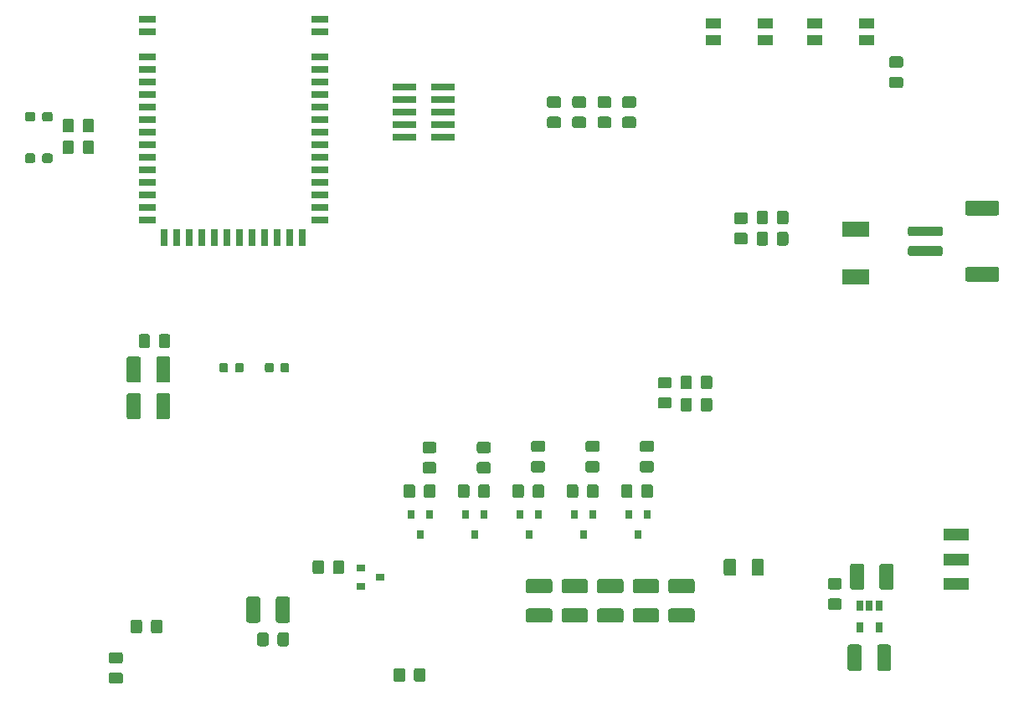
<source format=gbr>
G04 #@! TF.GenerationSoftware,KiCad,Pcbnew,(5.1.5-0-10_14)*
G04 #@! TF.CreationDate,2020-04-17T21:23:15+02:00*
G04 #@! TF.ProjectId,inuk-base,696e756b-2d62-4617-9365-2e6b69636164,rev?*
G04 #@! TF.SameCoordinates,Original*
G04 #@! TF.FileFunction,Paste,Top*
G04 #@! TF.FilePolarity,Positive*
%FSLAX46Y46*%
G04 Gerber Fmt 4.6, Leading zero omitted, Abs format (unit mm)*
G04 Created by KiCad (PCBNEW (5.1.5-0-10_14)) date 2020-04-17 21:23:15*
%MOMM*%
%LPD*%
G04 APERTURE LIST*
%ADD10C,0.100000*%
%ADD11R,1.550000X1.000000*%
%ADD12R,2.500000X1.250000*%
%ADD13R,0.900000X0.800000*%
%ADD14R,1.800000X0.700000*%
%ADD15R,0.700000X1.800000*%
%ADD16R,0.650000X1.060000*%
%ADD17R,0.800000X0.900000*%
%ADD18R,2.700000X1.500000*%
%ADD19R,2.400000X0.740000*%
G04 APERTURE END LIST*
D10*
G36*
X70474505Y-107501204D02*
G01*
X70498773Y-107504804D01*
X70522572Y-107510765D01*
X70545671Y-107519030D01*
X70567850Y-107529520D01*
X70588893Y-107542132D01*
X70608599Y-107556747D01*
X70626777Y-107573223D01*
X70643253Y-107591401D01*
X70657868Y-107611107D01*
X70670480Y-107632150D01*
X70680970Y-107654329D01*
X70689235Y-107677428D01*
X70695196Y-107701227D01*
X70698796Y-107725495D01*
X70700000Y-107749999D01*
X70700000Y-108650001D01*
X70698796Y-108674505D01*
X70695196Y-108698773D01*
X70689235Y-108722572D01*
X70680970Y-108745671D01*
X70670480Y-108767850D01*
X70657868Y-108788893D01*
X70643253Y-108808599D01*
X70626777Y-108826777D01*
X70608599Y-108843253D01*
X70588893Y-108857868D01*
X70567850Y-108870480D01*
X70545671Y-108880970D01*
X70522572Y-108889235D01*
X70498773Y-108895196D01*
X70474505Y-108898796D01*
X70450001Y-108900000D01*
X69799999Y-108900000D01*
X69775495Y-108898796D01*
X69751227Y-108895196D01*
X69727428Y-108889235D01*
X69704329Y-108880970D01*
X69682150Y-108870480D01*
X69661107Y-108857868D01*
X69641401Y-108843253D01*
X69623223Y-108826777D01*
X69606747Y-108808599D01*
X69592132Y-108788893D01*
X69579520Y-108767850D01*
X69569030Y-108745671D01*
X69560765Y-108722572D01*
X69554804Y-108698773D01*
X69551204Y-108674505D01*
X69550000Y-108650001D01*
X69550000Y-107749999D01*
X69551204Y-107725495D01*
X69554804Y-107701227D01*
X69560765Y-107677428D01*
X69569030Y-107654329D01*
X69579520Y-107632150D01*
X69592132Y-107611107D01*
X69606747Y-107591401D01*
X69623223Y-107573223D01*
X69641401Y-107556747D01*
X69661107Y-107542132D01*
X69682150Y-107529520D01*
X69704329Y-107519030D01*
X69727428Y-107510765D01*
X69751227Y-107504804D01*
X69775495Y-107501204D01*
X69799999Y-107500000D01*
X70450001Y-107500000D01*
X70474505Y-107501204D01*
G37*
G36*
X68424505Y-107501204D02*
G01*
X68448773Y-107504804D01*
X68472572Y-107510765D01*
X68495671Y-107519030D01*
X68517850Y-107529520D01*
X68538893Y-107542132D01*
X68558599Y-107556747D01*
X68576777Y-107573223D01*
X68593253Y-107591401D01*
X68607868Y-107611107D01*
X68620480Y-107632150D01*
X68630970Y-107654329D01*
X68639235Y-107677428D01*
X68645196Y-107701227D01*
X68648796Y-107725495D01*
X68650000Y-107749999D01*
X68650000Y-108650001D01*
X68648796Y-108674505D01*
X68645196Y-108698773D01*
X68639235Y-108722572D01*
X68630970Y-108745671D01*
X68620480Y-108767850D01*
X68607868Y-108788893D01*
X68593253Y-108808599D01*
X68576777Y-108826777D01*
X68558599Y-108843253D01*
X68538893Y-108857868D01*
X68517850Y-108870480D01*
X68495671Y-108880970D01*
X68472572Y-108889235D01*
X68448773Y-108895196D01*
X68424505Y-108898796D01*
X68400001Y-108900000D01*
X67749999Y-108900000D01*
X67725495Y-108898796D01*
X67701227Y-108895196D01*
X67677428Y-108889235D01*
X67654329Y-108880970D01*
X67632150Y-108870480D01*
X67611107Y-108857868D01*
X67591401Y-108843253D01*
X67573223Y-108826777D01*
X67556747Y-108808599D01*
X67542132Y-108788893D01*
X67529520Y-108767850D01*
X67519030Y-108745671D01*
X67510765Y-108722572D01*
X67504804Y-108698773D01*
X67501204Y-108674505D01*
X67500000Y-108650001D01*
X67500000Y-107749999D01*
X67501204Y-107725495D01*
X67504804Y-107701227D01*
X67510765Y-107677428D01*
X67519030Y-107654329D01*
X67529520Y-107632150D01*
X67542132Y-107611107D01*
X67556747Y-107591401D01*
X67573223Y-107573223D01*
X67591401Y-107556747D01*
X67611107Y-107542132D01*
X67632150Y-107529520D01*
X67654329Y-107519030D01*
X67677428Y-107510765D01*
X67701227Y-107504804D01*
X67725495Y-107501204D01*
X67749999Y-107500000D01*
X68400001Y-107500000D01*
X68424505Y-107501204D01*
G37*
G36*
X67499504Y-109776204D02*
G01*
X67523773Y-109779804D01*
X67547571Y-109785765D01*
X67570671Y-109794030D01*
X67592849Y-109804520D01*
X67613893Y-109817133D01*
X67633598Y-109831747D01*
X67651777Y-109848223D01*
X67668253Y-109866402D01*
X67682867Y-109886107D01*
X67695480Y-109907151D01*
X67705970Y-109929329D01*
X67714235Y-109952429D01*
X67720196Y-109976227D01*
X67723796Y-110000496D01*
X67725000Y-110025000D01*
X67725000Y-112175000D01*
X67723796Y-112199504D01*
X67720196Y-112223773D01*
X67714235Y-112247571D01*
X67705970Y-112270671D01*
X67695480Y-112292849D01*
X67682867Y-112313893D01*
X67668253Y-112333598D01*
X67651777Y-112351777D01*
X67633598Y-112368253D01*
X67613893Y-112382867D01*
X67592849Y-112395480D01*
X67570671Y-112405970D01*
X67547571Y-112414235D01*
X67523773Y-112420196D01*
X67499504Y-112423796D01*
X67475000Y-112425000D01*
X66550000Y-112425000D01*
X66525496Y-112423796D01*
X66501227Y-112420196D01*
X66477429Y-112414235D01*
X66454329Y-112405970D01*
X66432151Y-112395480D01*
X66411107Y-112382867D01*
X66391402Y-112368253D01*
X66373223Y-112351777D01*
X66356747Y-112333598D01*
X66342133Y-112313893D01*
X66329520Y-112292849D01*
X66319030Y-112270671D01*
X66310765Y-112247571D01*
X66304804Y-112223773D01*
X66301204Y-112199504D01*
X66300000Y-112175000D01*
X66300000Y-110025000D01*
X66301204Y-110000496D01*
X66304804Y-109976227D01*
X66310765Y-109952429D01*
X66319030Y-109929329D01*
X66329520Y-109907151D01*
X66342133Y-109886107D01*
X66356747Y-109866402D01*
X66373223Y-109848223D01*
X66391402Y-109831747D01*
X66411107Y-109817133D01*
X66432151Y-109804520D01*
X66454329Y-109794030D01*
X66477429Y-109785765D01*
X66501227Y-109779804D01*
X66525496Y-109776204D01*
X66550000Y-109775000D01*
X67475000Y-109775000D01*
X67499504Y-109776204D01*
G37*
G36*
X70474504Y-109776204D02*
G01*
X70498773Y-109779804D01*
X70522571Y-109785765D01*
X70545671Y-109794030D01*
X70567849Y-109804520D01*
X70588893Y-109817133D01*
X70608598Y-109831747D01*
X70626777Y-109848223D01*
X70643253Y-109866402D01*
X70657867Y-109886107D01*
X70670480Y-109907151D01*
X70680970Y-109929329D01*
X70689235Y-109952429D01*
X70695196Y-109976227D01*
X70698796Y-110000496D01*
X70700000Y-110025000D01*
X70700000Y-112175000D01*
X70698796Y-112199504D01*
X70695196Y-112223773D01*
X70689235Y-112247571D01*
X70680970Y-112270671D01*
X70670480Y-112292849D01*
X70657867Y-112313893D01*
X70643253Y-112333598D01*
X70626777Y-112351777D01*
X70608598Y-112368253D01*
X70588893Y-112382867D01*
X70567849Y-112395480D01*
X70545671Y-112405970D01*
X70522571Y-112414235D01*
X70498773Y-112420196D01*
X70474504Y-112423796D01*
X70450000Y-112425000D01*
X69525000Y-112425000D01*
X69500496Y-112423796D01*
X69476227Y-112420196D01*
X69452429Y-112414235D01*
X69429329Y-112405970D01*
X69407151Y-112395480D01*
X69386107Y-112382867D01*
X69366402Y-112368253D01*
X69348223Y-112351777D01*
X69331747Y-112333598D01*
X69317133Y-112313893D01*
X69304520Y-112292849D01*
X69294030Y-112270671D01*
X69285765Y-112247571D01*
X69279804Y-112223773D01*
X69276204Y-112199504D01*
X69275000Y-112175000D01*
X69275000Y-110025000D01*
X69276204Y-110000496D01*
X69279804Y-109976227D01*
X69285765Y-109952429D01*
X69294030Y-109929329D01*
X69304520Y-109907151D01*
X69317133Y-109886107D01*
X69331747Y-109866402D01*
X69348223Y-109848223D01*
X69366402Y-109831747D01*
X69386107Y-109817133D01*
X69407151Y-109804520D01*
X69429329Y-109794030D01*
X69452429Y-109785765D01*
X69476227Y-109779804D01*
X69500496Y-109776204D01*
X69525000Y-109775000D01*
X70450000Y-109775000D01*
X70474504Y-109776204D01*
G37*
G36*
X67499504Y-113476204D02*
G01*
X67523773Y-113479804D01*
X67547571Y-113485765D01*
X67570671Y-113494030D01*
X67592849Y-113504520D01*
X67613893Y-113517133D01*
X67633598Y-113531747D01*
X67651777Y-113548223D01*
X67668253Y-113566402D01*
X67682867Y-113586107D01*
X67695480Y-113607151D01*
X67705970Y-113629329D01*
X67714235Y-113652429D01*
X67720196Y-113676227D01*
X67723796Y-113700496D01*
X67725000Y-113725000D01*
X67725000Y-115875000D01*
X67723796Y-115899504D01*
X67720196Y-115923773D01*
X67714235Y-115947571D01*
X67705970Y-115970671D01*
X67695480Y-115992849D01*
X67682867Y-116013893D01*
X67668253Y-116033598D01*
X67651777Y-116051777D01*
X67633598Y-116068253D01*
X67613893Y-116082867D01*
X67592849Y-116095480D01*
X67570671Y-116105970D01*
X67547571Y-116114235D01*
X67523773Y-116120196D01*
X67499504Y-116123796D01*
X67475000Y-116125000D01*
X66550000Y-116125000D01*
X66525496Y-116123796D01*
X66501227Y-116120196D01*
X66477429Y-116114235D01*
X66454329Y-116105970D01*
X66432151Y-116095480D01*
X66411107Y-116082867D01*
X66391402Y-116068253D01*
X66373223Y-116051777D01*
X66356747Y-116033598D01*
X66342133Y-116013893D01*
X66329520Y-115992849D01*
X66319030Y-115970671D01*
X66310765Y-115947571D01*
X66304804Y-115923773D01*
X66301204Y-115899504D01*
X66300000Y-115875000D01*
X66300000Y-113725000D01*
X66301204Y-113700496D01*
X66304804Y-113676227D01*
X66310765Y-113652429D01*
X66319030Y-113629329D01*
X66329520Y-113607151D01*
X66342133Y-113586107D01*
X66356747Y-113566402D01*
X66373223Y-113548223D01*
X66391402Y-113531747D01*
X66411107Y-113517133D01*
X66432151Y-113504520D01*
X66454329Y-113494030D01*
X66477429Y-113485765D01*
X66501227Y-113479804D01*
X66525496Y-113476204D01*
X66550000Y-113475000D01*
X67475000Y-113475000D01*
X67499504Y-113476204D01*
G37*
G36*
X70474504Y-113476204D02*
G01*
X70498773Y-113479804D01*
X70522571Y-113485765D01*
X70545671Y-113494030D01*
X70567849Y-113504520D01*
X70588893Y-113517133D01*
X70608598Y-113531747D01*
X70626777Y-113548223D01*
X70643253Y-113566402D01*
X70657867Y-113586107D01*
X70670480Y-113607151D01*
X70680970Y-113629329D01*
X70689235Y-113652429D01*
X70695196Y-113676227D01*
X70698796Y-113700496D01*
X70700000Y-113725000D01*
X70700000Y-115875000D01*
X70698796Y-115899504D01*
X70695196Y-115923773D01*
X70689235Y-115947571D01*
X70680970Y-115970671D01*
X70670480Y-115992849D01*
X70657867Y-116013893D01*
X70643253Y-116033598D01*
X70626777Y-116051777D01*
X70608598Y-116068253D01*
X70588893Y-116082867D01*
X70567849Y-116095480D01*
X70545671Y-116105970D01*
X70522571Y-116114235D01*
X70498773Y-116120196D01*
X70474504Y-116123796D01*
X70450000Y-116125000D01*
X69525000Y-116125000D01*
X69500496Y-116123796D01*
X69476227Y-116120196D01*
X69452429Y-116114235D01*
X69429329Y-116105970D01*
X69407151Y-116095480D01*
X69386107Y-116082867D01*
X69366402Y-116068253D01*
X69348223Y-116051777D01*
X69331747Y-116033598D01*
X69317133Y-116013893D01*
X69304520Y-115992849D01*
X69294030Y-115970671D01*
X69285765Y-115947571D01*
X69279804Y-115923773D01*
X69276204Y-115899504D01*
X69275000Y-115875000D01*
X69275000Y-113725000D01*
X69276204Y-113700496D01*
X69279804Y-113676227D01*
X69285765Y-113652429D01*
X69294030Y-113629329D01*
X69304520Y-113607151D01*
X69317133Y-113586107D01*
X69331747Y-113566402D01*
X69348223Y-113548223D01*
X69366402Y-113531747D01*
X69386107Y-113517133D01*
X69407151Y-113504520D01*
X69429329Y-113494030D01*
X69452429Y-113485765D01*
X69476227Y-113479804D01*
X69500496Y-113476204D01*
X69525000Y-113475000D01*
X70450000Y-113475000D01*
X70474504Y-113476204D01*
G37*
G36*
X80952691Y-110426053D02*
G01*
X80973926Y-110429203D01*
X80994750Y-110434419D01*
X81014962Y-110441651D01*
X81034368Y-110450830D01*
X81052781Y-110461866D01*
X81070024Y-110474654D01*
X81085930Y-110489070D01*
X81100346Y-110504976D01*
X81113134Y-110522219D01*
X81124170Y-110540632D01*
X81133349Y-110560038D01*
X81140581Y-110580250D01*
X81145797Y-110601074D01*
X81148947Y-110622309D01*
X81150000Y-110643750D01*
X81150000Y-111156250D01*
X81148947Y-111177691D01*
X81145797Y-111198926D01*
X81140581Y-111219750D01*
X81133349Y-111239962D01*
X81124170Y-111259368D01*
X81113134Y-111277781D01*
X81100346Y-111295024D01*
X81085930Y-111310930D01*
X81070024Y-111325346D01*
X81052781Y-111338134D01*
X81034368Y-111349170D01*
X81014962Y-111358349D01*
X80994750Y-111365581D01*
X80973926Y-111370797D01*
X80952691Y-111373947D01*
X80931250Y-111375000D01*
X80493750Y-111375000D01*
X80472309Y-111373947D01*
X80451074Y-111370797D01*
X80430250Y-111365581D01*
X80410038Y-111358349D01*
X80390632Y-111349170D01*
X80372219Y-111338134D01*
X80354976Y-111325346D01*
X80339070Y-111310930D01*
X80324654Y-111295024D01*
X80311866Y-111277781D01*
X80300830Y-111259368D01*
X80291651Y-111239962D01*
X80284419Y-111219750D01*
X80279203Y-111198926D01*
X80276053Y-111177691D01*
X80275000Y-111156250D01*
X80275000Y-110643750D01*
X80276053Y-110622309D01*
X80279203Y-110601074D01*
X80284419Y-110580250D01*
X80291651Y-110560038D01*
X80300830Y-110540632D01*
X80311866Y-110522219D01*
X80324654Y-110504976D01*
X80339070Y-110489070D01*
X80354976Y-110474654D01*
X80372219Y-110461866D01*
X80390632Y-110450830D01*
X80410038Y-110441651D01*
X80430250Y-110434419D01*
X80451074Y-110429203D01*
X80472309Y-110426053D01*
X80493750Y-110425000D01*
X80931250Y-110425000D01*
X80952691Y-110426053D01*
G37*
G36*
X82527691Y-110426053D02*
G01*
X82548926Y-110429203D01*
X82569750Y-110434419D01*
X82589962Y-110441651D01*
X82609368Y-110450830D01*
X82627781Y-110461866D01*
X82645024Y-110474654D01*
X82660930Y-110489070D01*
X82675346Y-110504976D01*
X82688134Y-110522219D01*
X82699170Y-110540632D01*
X82708349Y-110560038D01*
X82715581Y-110580250D01*
X82720797Y-110601074D01*
X82723947Y-110622309D01*
X82725000Y-110643750D01*
X82725000Y-111156250D01*
X82723947Y-111177691D01*
X82720797Y-111198926D01*
X82715581Y-111219750D01*
X82708349Y-111239962D01*
X82699170Y-111259368D01*
X82688134Y-111277781D01*
X82675346Y-111295024D01*
X82660930Y-111310930D01*
X82645024Y-111325346D01*
X82627781Y-111338134D01*
X82609368Y-111349170D01*
X82589962Y-111358349D01*
X82569750Y-111365581D01*
X82548926Y-111370797D01*
X82527691Y-111373947D01*
X82506250Y-111375000D01*
X82068750Y-111375000D01*
X82047309Y-111373947D01*
X82026074Y-111370797D01*
X82005250Y-111365581D01*
X81985038Y-111358349D01*
X81965632Y-111349170D01*
X81947219Y-111338134D01*
X81929976Y-111325346D01*
X81914070Y-111310930D01*
X81899654Y-111295024D01*
X81886866Y-111277781D01*
X81875830Y-111259368D01*
X81866651Y-111239962D01*
X81859419Y-111219750D01*
X81854203Y-111198926D01*
X81851053Y-111177691D01*
X81850000Y-111156250D01*
X81850000Y-110643750D01*
X81851053Y-110622309D01*
X81854203Y-110601074D01*
X81859419Y-110580250D01*
X81866651Y-110560038D01*
X81875830Y-110540632D01*
X81886866Y-110522219D01*
X81899654Y-110504976D01*
X81914070Y-110489070D01*
X81929976Y-110474654D01*
X81947219Y-110461866D01*
X81965632Y-110450830D01*
X81985038Y-110441651D01*
X82005250Y-110434419D01*
X82026074Y-110429203D01*
X82047309Y-110426053D01*
X82068750Y-110425000D01*
X82506250Y-110425000D01*
X82527691Y-110426053D01*
G37*
G36*
X77927691Y-110426053D02*
G01*
X77948926Y-110429203D01*
X77969750Y-110434419D01*
X77989962Y-110441651D01*
X78009368Y-110450830D01*
X78027781Y-110461866D01*
X78045024Y-110474654D01*
X78060930Y-110489070D01*
X78075346Y-110504976D01*
X78088134Y-110522219D01*
X78099170Y-110540632D01*
X78108349Y-110560038D01*
X78115581Y-110580250D01*
X78120797Y-110601074D01*
X78123947Y-110622309D01*
X78125000Y-110643750D01*
X78125000Y-111156250D01*
X78123947Y-111177691D01*
X78120797Y-111198926D01*
X78115581Y-111219750D01*
X78108349Y-111239962D01*
X78099170Y-111259368D01*
X78088134Y-111277781D01*
X78075346Y-111295024D01*
X78060930Y-111310930D01*
X78045024Y-111325346D01*
X78027781Y-111338134D01*
X78009368Y-111349170D01*
X77989962Y-111358349D01*
X77969750Y-111365581D01*
X77948926Y-111370797D01*
X77927691Y-111373947D01*
X77906250Y-111375000D01*
X77468750Y-111375000D01*
X77447309Y-111373947D01*
X77426074Y-111370797D01*
X77405250Y-111365581D01*
X77385038Y-111358349D01*
X77365632Y-111349170D01*
X77347219Y-111338134D01*
X77329976Y-111325346D01*
X77314070Y-111310930D01*
X77299654Y-111295024D01*
X77286866Y-111277781D01*
X77275830Y-111259368D01*
X77266651Y-111239962D01*
X77259419Y-111219750D01*
X77254203Y-111198926D01*
X77251053Y-111177691D01*
X77250000Y-111156250D01*
X77250000Y-110643750D01*
X77251053Y-110622309D01*
X77254203Y-110601074D01*
X77259419Y-110580250D01*
X77266651Y-110560038D01*
X77275830Y-110540632D01*
X77286866Y-110522219D01*
X77299654Y-110504976D01*
X77314070Y-110489070D01*
X77329976Y-110474654D01*
X77347219Y-110461866D01*
X77365632Y-110450830D01*
X77385038Y-110441651D01*
X77405250Y-110434419D01*
X77426074Y-110429203D01*
X77447309Y-110426053D01*
X77468750Y-110425000D01*
X77906250Y-110425000D01*
X77927691Y-110426053D01*
G37*
G36*
X76352691Y-110426053D02*
G01*
X76373926Y-110429203D01*
X76394750Y-110434419D01*
X76414962Y-110441651D01*
X76434368Y-110450830D01*
X76452781Y-110461866D01*
X76470024Y-110474654D01*
X76485930Y-110489070D01*
X76500346Y-110504976D01*
X76513134Y-110522219D01*
X76524170Y-110540632D01*
X76533349Y-110560038D01*
X76540581Y-110580250D01*
X76545797Y-110601074D01*
X76548947Y-110622309D01*
X76550000Y-110643750D01*
X76550000Y-111156250D01*
X76548947Y-111177691D01*
X76545797Y-111198926D01*
X76540581Y-111219750D01*
X76533349Y-111239962D01*
X76524170Y-111259368D01*
X76513134Y-111277781D01*
X76500346Y-111295024D01*
X76485930Y-111310930D01*
X76470024Y-111325346D01*
X76452781Y-111338134D01*
X76434368Y-111349170D01*
X76414962Y-111358349D01*
X76394750Y-111365581D01*
X76373926Y-111370797D01*
X76352691Y-111373947D01*
X76331250Y-111375000D01*
X75893750Y-111375000D01*
X75872309Y-111373947D01*
X75851074Y-111370797D01*
X75830250Y-111365581D01*
X75810038Y-111358349D01*
X75790632Y-111349170D01*
X75772219Y-111338134D01*
X75754976Y-111325346D01*
X75739070Y-111310930D01*
X75724654Y-111295024D01*
X75711866Y-111277781D01*
X75700830Y-111259368D01*
X75691651Y-111239962D01*
X75684419Y-111219750D01*
X75679203Y-111198926D01*
X75676053Y-111177691D01*
X75675000Y-111156250D01*
X75675000Y-110643750D01*
X75676053Y-110622309D01*
X75679203Y-110601074D01*
X75684419Y-110580250D01*
X75691651Y-110560038D01*
X75700830Y-110540632D01*
X75711866Y-110522219D01*
X75724654Y-110504976D01*
X75739070Y-110489070D01*
X75754976Y-110474654D01*
X75772219Y-110461866D01*
X75790632Y-110450830D01*
X75810038Y-110441651D01*
X75830250Y-110434419D01*
X75851074Y-110429203D01*
X75872309Y-110426053D01*
X75893750Y-110425000D01*
X76331250Y-110425000D01*
X76352691Y-110426053D01*
G37*
D11*
X141075000Y-76050000D03*
X135825000Y-76050000D03*
X135825000Y-77750000D03*
X141075000Y-77750000D03*
X130875000Y-76050000D03*
X125625000Y-76050000D03*
X125625000Y-77750000D03*
X130875000Y-77750000D03*
D10*
G36*
X154274504Y-94001204D02*
G01*
X154298773Y-94004804D01*
X154322571Y-94010765D01*
X154345671Y-94019030D01*
X154367849Y-94029520D01*
X154388893Y-94042133D01*
X154408598Y-94056747D01*
X154426777Y-94073223D01*
X154443253Y-94091402D01*
X154457867Y-94111107D01*
X154470480Y-94132151D01*
X154480970Y-94154329D01*
X154489235Y-94177429D01*
X154495196Y-94201227D01*
X154498796Y-94225496D01*
X154500000Y-94250000D01*
X154500000Y-95250000D01*
X154498796Y-95274504D01*
X154495196Y-95298773D01*
X154489235Y-95322571D01*
X154480970Y-95345671D01*
X154470480Y-95367849D01*
X154457867Y-95388893D01*
X154443253Y-95408598D01*
X154426777Y-95426777D01*
X154408598Y-95443253D01*
X154388893Y-95457867D01*
X154367849Y-95470480D01*
X154345671Y-95480970D01*
X154322571Y-95489235D01*
X154298773Y-95495196D01*
X154274504Y-95498796D01*
X154250000Y-95500000D01*
X151350000Y-95500000D01*
X151325496Y-95498796D01*
X151301227Y-95495196D01*
X151277429Y-95489235D01*
X151254329Y-95480970D01*
X151232151Y-95470480D01*
X151211107Y-95457867D01*
X151191402Y-95443253D01*
X151173223Y-95426777D01*
X151156747Y-95408598D01*
X151142133Y-95388893D01*
X151129520Y-95367849D01*
X151119030Y-95345671D01*
X151110765Y-95322571D01*
X151104804Y-95298773D01*
X151101204Y-95274504D01*
X151100000Y-95250000D01*
X151100000Y-94250000D01*
X151101204Y-94225496D01*
X151104804Y-94201227D01*
X151110765Y-94177429D01*
X151119030Y-94154329D01*
X151129520Y-94132151D01*
X151142133Y-94111107D01*
X151156747Y-94091402D01*
X151173223Y-94073223D01*
X151191402Y-94056747D01*
X151211107Y-94042133D01*
X151232151Y-94029520D01*
X151254329Y-94019030D01*
X151277429Y-94010765D01*
X151301227Y-94004804D01*
X151325496Y-94001204D01*
X151350000Y-94000000D01*
X154250000Y-94000000D01*
X154274504Y-94001204D01*
G37*
G36*
X154274504Y-100701204D02*
G01*
X154298773Y-100704804D01*
X154322571Y-100710765D01*
X154345671Y-100719030D01*
X154367849Y-100729520D01*
X154388893Y-100742133D01*
X154408598Y-100756747D01*
X154426777Y-100773223D01*
X154443253Y-100791402D01*
X154457867Y-100811107D01*
X154470480Y-100832151D01*
X154480970Y-100854329D01*
X154489235Y-100877429D01*
X154495196Y-100901227D01*
X154498796Y-100925496D01*
X154500000Y-100950000D01*
X154500000Y-101950000D01*
X154498796Y-101974504D01*
X154495196Y-101998773D01*
X154489235Y-102022571D01*
X154480970Y-102045671D01*
X154470480Y-102067849D01*
X154457867Y-102088893D01*
X154443253Y-102108598D01*
X154426777Y-102126777D01*
X154408598Y-102143253D01*
X154388893Y-102157867D01*
X154367849Y-102170480D01*
X154345671Y-102180970D01*
X154322571Y-102189235D01*
X154298773Y-102195196D01*
X154274504Y-102198796D01*
X154250000Y-102200000D01*
X151350000Y-102200000D01*
X151325496Y-102198796D01*
X151301227Y-102195196D01*
X151277429Y-102189235D01*
X151254329Y-102180970D01*
X151232151Y-102170480D01*
X151211107Y-102157867D01*
X151191402Y-102143253D01*
X151173223Y-102126777D01*
X151156747Y-102108598D01*
X151142133Y-102088893D01*
X151129520Y-102067849D01*
X151119030Y-102045671D01*
X151110765Y-102022571D01*
X151104804Y-101998773D01*
X151101204Y-101974504D01*
X151100000Y-101950000D01*
X151100000Y-100950000D01*
X151101204Y-100925496D01*
X151104804Y-100901227D01*
X151110765Y-100877429D01*
X151119030Y-100854329D01*
X151129520Y-100832151D01*
X151142133Y-100811107D01*
X151156747Y-100791402D01*
X151173223Y-100773223D01*
X151191402Y-100756747D01*
X151211107Y-100742133D01*
X151232151Y-100729520D01*
X151254329Y-100719030D01*
X151277429Y-100710765D01*
X151301227Y-100704804D01*
X151325496Y-100701204D01*
X151350000Y-100700000D01*
X154250000Y-100700000D01*
X154274504Y-100701204D01*
G37*
G36*
X148574504Y-96601204D02*
G01*
X148598773Y-96604804D01*
X148622571Y-96610765D01*
X148645671Y-96619030D01*
X148667849Y-96629520D01*
X148688893Y-96642133D01*
X148708598Y-96656747D01*
X148726777Y-96673223D01*
X148743253Y-96691402D01*
X148757867Y-96711107D01*
X148770480Y-96732151D01*
X148780970Y-96754329D01*
X148789235Y-96777429D01*
X148795196Y-96801227D01*
X148798796Y-96825496D01*
X148800000Y-96850000D01*
X148800000Y-97350000D01*
X148798796Y-97374504D01*
X148795196Y-97398773D01*
X148789235Y-97422571D01*
X148780970Y-97445671D01*
X148770480Y-97467849D01*
X148757867Y-97488893D01*
X148743253Y-97508598D01*
X148726777Y-97526777D01*
X148708598Y-97543253D01*
X148688893Y-97557867D01*
X148667849Y-97570480D01*
X148645671Y-97580970D01*
X148622571Y-97589235D01*
X148598773Y-97595196D01*
X148574504Y-97598796D01*
X148550000Y-97600000D01*
X145550000Y-97600000D01*
X145525496Y-97598796D01*
X145501227Y-97595196D01*
X145477429Y-97589235D01*
X145454329Y-97580970D01*
X145432151Y-97570480D01*
X145411107Y-97557867D01*
X145391402Y-97543253D01*
X145373223Y-97526777D01*
X145356747Y-97508598D01*
X145342133Y-97488893D01*
X145329520Y-97467849D01*
X145319030Y-97445671D01*
X145310765Y-97422571D01*
X145304804Y-97398773D01*
X145301204Y-97374504D01*
X145300000Y-97350000D01*
X145300000Y-96850000D01*
X145301204Y-96825496D01*
X145304804Y-96801227D01*
X145310765Y-96777429D01*
X145319030Y-96754329D01*
X145329520Y-96732151D01*
X145342133Y-96711107D01*
X145356747Y-96691402D01*
X145373223Y-96673223D01*
X145391402Y-96656747D01*
X145411107Y-96642133D01*
X145432151Y-96629520D01*
X145454329Y-96619030D01*
X145477429Y-96610765D01*
X145501227Y-96604804D01*
X145525496Y-96601204D01*
X145550000Y-96600000D01*
X148550000Y-96600000D01*
X148574504Y-96601204D01*
G37*
G36*
X148574504Y-98601204D02*
G01*
X148598773Y-98604804D01*
X148622571Y-98610765D01*
X148645671Y-98619030D01*
X148667849Y-98629520D01*
X148688893Y-98642133D01*
X148708598Y-98656747D01*
X148726777Y-98673223D01*
X148743253Y-98691402D01*
X148757867Y-98711107D01*
X148770480Y-98732151D01*
X148780970Y-98754329D01*
X148789235Y-98777429D01*
X148795196Y-98801227D01*
X148798796Y-98825496D01*
X148800000Y-98850000D01*
X148800000Y-99350000D01*
X148798796Y-99374504D01*
X148795196Y-99398773D01*
X148789235Y-99422571D01*
X148780970Y-99445671D01*
X148770480Y-99467849D01*
X148757867Y-99488893D01*
X148743253Y-99508598D01*
X148726777Y-99526777D01*
X148708598Y-99543253D01*
X148688893Y-99557867D01*
X148667849Y-99570480D01*
X148645671Y-99580970D01*
X148622571Y-99589235D01*
X148598773Y-99595196D01*
X148574504Y-99598796D01*
X148550000Y-99600000D01*
X145550000Y-99600000D01*
X145525496Y-99598796D01*
X145501227Y-99595196D01*
X145477429Y-99589235D01*
X145454329Y-99580970D01*
X145432151Y-99570480D01*
X145411107Y-99557867D01*
X145391402Y-99543253D01*
X145373223Y-99526777D01*
X145356747Y-99508598D01*
X145342133Y-99488893D01*
X145329520Y-99467849D01*
X145319030Y-99445671D01*
X145310765Y-99422571D01*
X145304804Y-99398773D01*
X145301204Y-99374504D01*
X145300000Y-99350000D01*
X145300000Y-98850000D01*
X145301204Y-98825496D01*
X145304804Y-98801227D01*
X145310765Y-98777429D01*
X145319030Y-98754329D01*
X145329520Y-98732151D01*
X145342133Y-98711107D01*
X145356747Y-98691402D01*
X145373223Y-98673223D01*
X145391402Y-98656747D01*
X145411107Y-98642133D01*
X145432151Y-98629520D01*
X145454329Y-98619030D01*
X145477429Y-98610765D01*
X145501227Y-98604804D01*
X145525496Y-98601204D01*
X145550000Y-98600000D01*
X148550000Y-98600000D01*
X148574504Y-98601204D01*
G37*
D12*
X150150000Y-127800000D03*
X150150000Y-130300000D03*
X150150000Y-132800000D03*
D10*
G36*
X144574505Y-79401204D02*
G01*
X144598773Y-79404804D01*
X144622572Y-79410765D01*
X144645671Y-79419030D01*
X144667850Y-79429520D01*
X144688893Y-79442132D01*
X144708599Y-79456747D01*
X144726777Y-79473223D01*
X144743253Y-79491401D01*
X144757868Y-79511107D01*
X144770480Y-79532150D01*
X144780970Y-79554329D01*
X144789235Y-79577428D01*
X144795196Y-79601227D01*
X144798796Y-79625495D01*
X144800000Y-79649999D01*
X144800000Y-80300001D01*
X144798796Y-80324505D01*
X144795196Y-80348773D01*
X144789235Y-80372572D01*
X144780970Y-80395671D01*
X144770480Y-80417850D01*
X144757868Y-80438893D01*
X144743253Y-80458599D01*
X144726777Y-80476777D01*
X144708599Y-80493253D01*
X144688893Y-80507868D01*
X144667850Y-80520480D01*
X144645671Y-80530970D01*
X144622572Y-80539235D01*
X144598773Y-80545196D01*
X144574505Y-80548796D01*
X144550001Y-80550000D01*
X143649999Y-80550000D01*
X143625495Y-80548796D01*
X143601227Y-80545196D01*
X143577428Y-80539235D01*
X143554329Y-80530970D01*
X143532150Y-80520480D01*
X143511107Y-80507868D01*
X143491401Y-80493253D01*
X143473223Y-80476777D01*
X143456747Y-80458599D01*
X143442132Y-80438893D01*
X143429520Y-80417850D01*
X143419030Y-80395671D01*
X143410765Y-80372572D01*
X143404804Y-80348773D01*
X143401204Y-80324505D01*
X143400000Y-80300001D01*
X143400000Y-79649999D01*
X143401204Y-79625495D01*
X143404804Y-79601227D01*
X143410765Y-79577428D01*
X143419030Y-79554329D01*
X143429520Y-79532150D01*
X143442132Y-79511107D01*
X143456747Y-79491401D01*
X143473223Y-79473223D01*
X143491401Y-79456747D01*
X143511107Y-79442132D01*
X143532150Y-79429520D01*
X143554329Y-79419030D01*
X143577428Y-79410765D01*
X143601227Y-79404804D01*
X143625495Y-79401204D01*
X143649999Y-79400000D01*
X144550001Y-79400000D01*
X144574505Y-79401204D01*
G37*
G36*
X144574505Y-81451204D02*
G01*
X144598773Y-81454804D01*
X144622572Y-81460765D01*
X144645671Y-81469030D01*
X144667850Y-81479520D01*
X144688893Y-81492132D01*
X144708599Y-81506747D01*
X144726777Y-81523223D01*
X144743253Y-81541401D01*
X144757868Y-81561107D01*
X144770480Y-81582150D01*
X144780970Y-81604329D01*
X144789235Y-81627428D01*
X144795196Y-81651227D01*
X144798796Y-81675495D01*
X144800000Y-81699999D01*
X144800000Y-82350001D01*
X144798796Y-82374505D01*
X144795196Y-82398773D01*
X144789235Y-82422572D01*
X144780970Y-82445671D01*
X144770480Y-82467850D01*
X144757868Y-82488893D01*
X144743253Y-82508599D01*
X144726777Y-82526777D01*
X144708599Y-82543253D01*
X144688893Y-82557868D01*
X144667850Y-82570480D01*
X144645671Y-82580970D01*
X144622572Y-82589235D01*
X144598773Y-82595196D01*
X144574505Y-82598796D01*
X144550001Y-82600000D01*
X143649999Y-82600000D01*
X143625495Y-82598796D01*
X143601227Y-82595196D01*
X143577428Y-82589235D01*
X143554329Y-82580970D01*
X143532150Y-82570480D01*
X143511107Y-82557868D01*
X143491401Y-82543253D01*
X143473223Y-82526777D01*
X143456747Y-82508599D01*
X143442132Y-82488893D01*
X143429520Y-82467850D01*
X143419030Y-82445671D01*
X143410765Y-82422572D01*
X143404804Y-82398773D01*
X143401204Y-82374505D01*
X143400000Y-82350001D01*
X143400000Y-81699999D01*
X143401204Y-81675495D01*
X143404804Y-81651227D01*
X143410765Y-81627428D01*
X143419030Y-81604329D01*
X143429520Y-81582150D01*
X143442132Y-81561107D01*
X143456747Y-81541401D01*
X143473223Y-81523223D01*
X143491401Y-81506747D01*
X143511107Y-81492132D01*
X143532150Y-81479520D01*
X143554329Y-81469030D01*
X143577428Y-81460765D01*
X143601227Y-81454804D01*
X143625495Y-81451204D01*
X143649999Y-81450000D01*
X144550001Y-81450000D01*
X144574505Y-81451204D01*
G37*
G36*
X60724505Y-87901204D02*
G01*
X60748773Y-87904804D01*
X60772572Y-87910765D01*
X60795671Y-87919030D01*
X60817850Y-87929520D01*
X60838893Y-87942132D01*
X60858599Y-87956747D01*
X60876777Y-87973223D01*
X60893253Y-87991401D01*
X60907868Y-88011107D01*
X60920480Y-88032150D01*
X60930970Y-88054329D01*
X60939235Y-88077428D01*
X60945196Y-88101227D01*
X60948796Y-88125495D01*
X60950000Y-88149999D01*
X60950000Y-89050001D01*
X60948796Y-89074505D01*
X60945196Y-89098773D01*
X60939235Y-89122572D01*
X60930970Y-89145671D01*
X60920480Y-89167850D01*
X60907868Y-89188893D01*
X60893253Y-89208599D01*
X60876777Y-89226777D01*
X60858599Y-89243253D01*
X60838893Y-89257868D01*
X60817850Y-89270480D01*
X60795671Y-89280970D01*
X60772572Y-89289235D01*
X60748773Y-89295196D01*
X60724505Y-89298796D01*
X60700001Y-89300000D01*
X60049999Y-89300000D01*
X60025495Y-89298796D01*
X60001227Y-89295196D01*
X59977428Y-89289235D01*
X59954329Y-89280970D01*
X59932150Y-89270480D01*
X59911107Y-89257868D01*
X59891401Y-89243253D01*
X59873223Y-89226777D01*
X59856747Y-89208599D01*
X59842132Y-89188893D01*
X59829520Y-89167850D01*
X59819030Y-89145671D01*
X59810765Y-89122572D01*
X59804804Y-89098773D01*
X59801204Y-89074505D01*
X59800000Y-89050001D01*
X59800000Y-88149999D01*
X59801204Y-88125495D01*
X59804804Y-88101227D01*
X59810765Y-88077428D01*
X59819030Y-88054329D01*
X59829520Y-88032150D01*
X59842132Y-88011107D01*
X59856747Y-87991401D01*
X59873223Y-87973223D01*
X59891401Y-87956747D01*
X59911107Y-87942132D01*
X59932150Y-87929520D01*
X59954329Y-87919030D01*
X59977428Y-87910765D01*
X60001227Y-87904804D01*
X60025495Y-87901204D01*
X60049999Y-87900000D01*
X60700001Y-87900000D01*
X60724505Y-87901204D01*
G37*
G36*
X62774505Y-87901204D02*
G01*
X62798773Y-87904804D01*
X62822572Y-87910765D01*
X62845671Y-87919030D01*
X62867850Y-87929520D01*
X62888893Y-87942132D01*
X62908599Y-87956747D01*
X62926777Y-87973223D01*
X62943253Y-87991401D01*
X62957868Y-88011107D01*
X62970480Y-88032150D01*
X62980970Y-88054329D01*
X62989235Y-88077428D01*
X62995196Y-88101227D01*
X62998796Y-88125495D01*
X63000000Y-88149999D01*
X63000000Y-89050001D01*
X62998796Y-89074505D01*
X62995196Y-89098773D01*
X62989235Y-89122572D01*
X62980970Y-89145671D01*
X62970480Y-89167850D01*
X62957868Y-89188893D01*
X62943253Y-89208599D01*
X62926777Y-89226777D01*
X62908599Y-89243253D01*
X62888893Y-89257868D01*
X62867850Y-89270480D01*
X62845671Y-89280970D01*
X62822572Y-89289235D01*
X62798773Y-89295196D01*
X62774505Y-89298796D01*
X62750001Y-89300000D01*
X62099999Y-89300000D01*
X62075495Y-89298796D01*
X62051227Y-89295196D01*
X62027428Y-89289235D01*
X62004329Y-89280970D01*
X61982150Y-89270480D01*
X61961107Y-89257868D01*
X61941401Y-89243253D01*
X61923223Y-89226777D01*
X61906747Y-89208599D01*
X61892132Y-89188893D01*
X61879520Y-89167850D01*
X61869030Y-89145671D01*
X61860765Y-89122572D01*
X61854804Y-89098773D01*
X61851204Y-89074505D01*
X61850000Y-89050001D01*
X61850000Y-88149999D01*
X61851204Y-88125495D01*
X61854804Y-88101227D01*
X61860765Y-88077428D01*
X61869030Y-88054329D01*
X61879520Y-88032150D01*
X61892132Y-88011107D01*
X61906747Y-87991401D01*
X61923223Y-87973223D01*
X61941401Y-87956747D01*
X61961107Y-87942132D01*
X61982150Y-87929520D01*
X62004329Y-87919030D01*
X62027428Y-87910765D01*
X62051227Y-87904804D01*
X62075495Y-87901204D01*
X62099999Y-87900000D01*
X62750001Y-87900000D01*
X62774505Y-87901204D01*
G37*
G36*
X60724505Y-85701204D02*
G01*
X60748773Y-85704804D01*
X60772572Y-85710765D01*
X60795671Y-85719030D01*
X60817850Y-85729520D01*
X60838893Y-85742132D01*
X60858599Y-85756747D01*
X60876777Y-85773223D01*
X60893253Y-85791401D01*
X60907868Y-85811107D01*
X60920480Y-85832150D01*
X60930970Y-85854329D01*
X60939235Y-85877428D01*
X60945196Y-85901227D01*
X60948796Y-85925495D01*
X60950000Y-85949999D01*
X60950000Y-86850001D01*
X60948796Y-86874505D01*
X60945196Y-86898773D01*
X60939235Y-86922572D01*
X60930970Y-86945671D01*
X60920480Y-86967850D01*
X60907868Y-86988893D01*
X60893253Y-87008599D01*
X60876777Y-87026777D01*
X60858599Y-87043253D01*
X60838893Y-87057868D01*
X60817850Y-87070480D01*
X60795671Y-87080970D01*
X60772572Y-87089235D01*
X60748773Y-87095196D01*
X60724505Y-87098796D01*
X60700001Y-87100000D01*
X60049999Y-87100000D01*
X60025495Y-87098796D01*
X60001227Y-87095196D01*
X59977428Y-87089235D01*
X59954329Y-87080970D01*
X59932150Y-87070480D01*
X59911107Y-87057868D01*
X59891401Y-87043253D01*
X59873223Y-87026777D01*
X59856747Y-87008599D01*
X59842132Y-86988893D01*
X59829520Y-86967850D01*
X59819030Y-86945671D01*
X59810765Y-86922572D01*
X59804804Y-86898773D01*
X59801204Y-86874505D01*
X59800000Y-86850001D01*
X59800000Y-85949999D01*
X59801204Y-85925495D01*
X59804804Y-85901227D01*
X59810765Y-85877428D01*
X59819030Y-85854329D01*
X59829520Y-85832150D01*
X59842132Y-85811107D01*
X59856747Y-85791401D01*
X59873223Y-85773223D01*
X59891401Y-85756747D01*
X59911107Y-85742132D01*
X59932150Y-85729520D01*
X59954329Y-85719030D01*
X59977428Y-85710765D01*
X60001227Y-85704804D01*
X60025495Y-85701204D01*
X60049999Y-85700000D01*
X60700001Y-85700000D01*
X60724505Y-85701204D01*
G37*
G36*
X62774505Y-85701204D02*
G01*
X62798773Y-85704804D01*
X62822572Y-85710765D01*
X62845671Y-85719030D01*
X62867850Y-85729520D01*
X62888893Y-85742132D01*
X62908599Y-85756747D01*
X62926777Y-85773223D01*
X62943253Y-85791401D01*
X62957868Y-85811107D01*
X62970480Y-85832150D01*
X62980970Y-85854329D01*
X62989235Y-85877428D01*
X62995196Y-85901227D01*
X62998796Y-85925495D01*
X63000000Y-85949999D01*
X63000000Y-86850001D01*
X62998796Y-86874505D01*
X62995196Y-86898773D01*
X62989235Y-86922572D01*
X62980970Y-86945671D01*
X62970480Y-86967850D01*
X62957868Y-86988893D01*
X62943253Y-87008599D01*
X62926777Y-87026777D01*
X62908599Y-87043253D01*
X62888893Y-87057868D01*
X62867850Y-87070480D01*
X62845671Y-87080970D01*
X62822572Y-87089235D01*
X62798773Y-87095196D01*
X62774505Y-87098796D01*
X62750001Y-87100000D01*
X62099999Y-87100000D01*
X62075495Y-87098796D01*
X62051227Y-87095196D01*
X62027428Y-87089235D01*
X62004329Y-87080970D01*
X61982150Y-87070480D01*
X61961107Y-87057868D01*
X61941401Y-87043253D01*
X61923223Y-87026777D01*
X61906747Y-87008599D01*
X61892132Y-86988893D01*
X61879520Y-86967850D01*
X61869030Y-86945671D01*
X61860765Y-86922572D01*
X61854804Y-86898773D01*
X61851204Y-86874505D01*
X61850000Y-86850001D01*
X61850000Y-85949999D01*
X61851204Y-85925495D01*
X61854804Y-85901227D01*
X61860765Y-85877428D01*
X61869030Y-85854329D01*
X61879520Y-85832150D01*
X61892132Y-85811107D01*
X61906747Y-85791401D01*
X61923223Y-85773223D01*
X61941401Y-85756747D01*
X61961107Y-85742132D01*
X61982150Y-85729520D01*
X62004329Y-85719030D01*
X62027428Y-85710765D01*
X62051227Y-85704804D01*
X62075495Y-85701204D01*
X62099999Y-85700000D01*
X62750001Y-85700000D01*
X62774505Y-85701204D01*
G37*
G36*
X58585779Y-89226144D02*
G01*
X58608834Y-89229563D01*
X58631443Y-89235227D01*
X58653387Y-89243079D01*
X58674457Y-89253044D01*
X58694448Y-89265026D01*
X58713168Y-89278910D01*
X58730438Y-89294562D01*
X58746090Y-89311832D01*
X58759974Y-89330552D01*
X58771956Y-89350543D01*
X58781921Y-89371613D01*
X58789773Y-89393557D01*
X58795437Y-89416166D01*
X58798856Y-89439221D01*
X58800000Y-89462500D01*
X58800000Y-89937500D01*
X58798856Y-89960779D01*
X58795437Y-89983834D01*
X58789773Y-90006443D01*
X58781921Y-90028387D01*
X58771956Y-90049457D01*
X58759974Y-90069448D01*
X58746090Y-90088168D01*
X58730438Y-90105438D01*
X58713168Y-90121090D01*
X58694448Y-90134974D01*
X58674457Y-90146956D01*
X58653387Y-90156921D01*
X58631443Y-90164773D01*
X58608834Y-90170437D01*
X58585779Y-90173856D01*
X58562500Y-90175000D01*
X57987500Y-90175000D01*
X57964221Y-90173856D01*
X57941166Y-90170437D01*
X57918557Y-90164773D01*
X57896613Y-90156921D01*
X57875543Y-90146956D01*
X57855552Y-90134974D01*
X57836832Y-90121090D01*
X57819562Y-90105438D01*
X57803910Y-90088168D01*
X57790026Y-90069448D01*
X57778044Y-90049457D01*
X57768079Y-90028387D01*
X57760227Y-90006443D01*
X57754563Y-89983834D01*
X57751144Y-89960779D01*
X57750000Y-89937500D01*
X57750000Y-89462500D01*
X57751144Y-89439221D01*
X57754563Y-89416166D01*
X57760227Y-89393557D01*
X57768079Y-89371613D01*
X57778044Y-89350543D01*
X57790026Y-89330552D01*
X57803910Y-89311832D01*
X57819562Y-89294562D01*
X57836832Y-89278910D01*
X57855552Y-89265026D01*
X57875543Y-89253044D01*
X57896613Y-89243079D01*
X57918557Y-89235227D01*
X57941166Y-89229563D01*
X57964221Y-89226144D01*
X57987500Y-89225000D01*
X58562500Y-89225000D01*
X58585779Y-89226144D01*
G37*
G36*
X56835779Y-89226144D02*
G01*
X56858834Y-89229563D01*
X56881443Y-89235227D01*
X56903387Y-89243079D01*
X56924457Y-89253044D01*
X56944448Y-89265026D01*
X56963168Y-89278910D01*
X56980438Y-89294562D01*
X56996090Y-89311832D01*
X57009974Y-89330552D01*
X57021956Y-89350543D01*
X57031921Y-89371613D01*
X57039773Y-89393557D01*
X57045437Y-89416166D01*
X57048856Y-89439221D01*
X57050000Y-89462500D01*
X57050000Y-89937500D01*
X57048856Y-89960779D01*
X57045437Y-89983834D01*
X57039773Y-90006443D01*
X57031921Y-90028387D01*
X57021956Y-90049457D01*
X57009974Y-90069448D01*
X56996090Y-90088168D01*
X56980438Y-90105438D01*
X56963168Y-90121090D01*
X56944448Y-90134974D01*
X56924457Y-90146956D01*
X56903387Y-90156921D01*
X56881443Y-90164773D01*
X56858834Y-90170437D01*
X56835779Y-90173856D01*
X56812500Y-90175000D01*
X56237500Y-90175000D01*
X56214221Y-90173856D01*
X56191166Y-90170437D01*
X56168557Y-90164773D01*
X56146613Y-90156921D01*
X56125543Y-90146956D01*
X56105552Y-90134974D01*
X56086832Y-90121090D01*
X56069562Y-90105438D01*
X56053910Y-90088168D01*
X56040026Y-90069448D01*
X56028044Y-90049457D01*
X56018079Y-90028387D01*
X56010227Y-90006443D01*
X56004563Y-89983834D01*
X56001144Y-89960779D01*
X56000000Y-89937500D01*
X56000000Y-89462500D01*
X56001144Y-89439221D01*
X56004563Y-89416166D01*
X56010227Y-89393557D01*
X56018079Y-89371613D01*
X56028044Y-89350543D01*
X56040026Y-89330552D01*
X56053910Y-89311832D01*
X56069562Y-89294562D01*
X56086832Y-89278910D01*
X56105552Y-89265026D01*
X56125543Y-89253044D01*
X56146613Y-89243079D01*
X56168557Y-89235227D01*
X56191166Y-89229563D01*
X56214221Y-89226144D01*
X56237500Y-89225000D01*
X56812500Y-89225000D01*
X56835779Y-89226144D01*
G37*
G36*
X58585779Y-85026144D02*
G01*
X58608834Y-85029563D01*
X58631443Y-85035227D01*
X58653387Y-85043079D01*
X58674457Y-85053044D01*
X58694448Y-85065026D01*
X58713168Y-85078910D01*
X58730438Y-85094562D01*
X58746090Y-85111832D01*
X58759974Y-85130552D01*
X58771956Y-85150543D01*
X58781921Y-85171613D01*
X58789773Y-85193557D01*
X58795437Y-85216166D01*
X58798856Y-85239221D01*
X58800000Y-85262500D01*
X58800000Y-85737500D01*
X58798856Y-85760779D01*
X58795437Y-85783834D01*
X58789773Y-85806443D01*
X58781921Y-85828387D01*
X58771956Y-85849457D01*
X58759974Y-85869448D01*
X58746090Y-85888168D01*
X58730438Y-85905438D01*
X58713168Y-85921090D01*
X58694448Y-85934974D01*
X58674457Y-85946956D01*
X58653387Y-85956921D01*
X58631443Y-85964773D01*
X58608834Y-85970437D01*
X58585779Y-85973856D01*
X58562500Y-85975000D01*
X57987500Y-85975000D01*
X57964221Y-85973856D01*
X57941166Y-85970437D01*
X57918557Y-85964773D01*
X57896613Y-85956921D01*
X57875543Y-85946956D01*
X57855552Y-85934974D01*
X57836832Y-85921090D01*
X57819562Y-85905438D01*
X57803910Y-85888168D01*
X57790026Y-85869448D01*
X57778044Y-85849457D01*
X57768079Y-85828387D01*
X57760227Y-85806443D01*
X57754563Y-85783834D01*
X57751144Y-85760779D01*
X57750000Y-85737500D01*
X57750000Y-85262500D01*
X57751144Y-85239221D01*
X57754563Y-85216166D01*
X57760227Y-85193557D01*
X57768079Y-85171613D01*
X57778044Y-85150543D01*
X57790026Y-85130552D01*
X57803910Y-85111832D01*
X57819562Y-85094562D01*
X57836832Y-85078910D01*
X57855552Y-85065026D01*
X57875543Y-85053044D01*
X57896613Y-85043079D01*
X57918557Y-85035227D01*
X57941166Y-85029563D01*
X57964221Y-85026144D01*
X57987500Y-85025000D01*
X58562500Y-85025000D01*
X58585779Y-85026144D01*
G37*
G36*
X56835779Y-85026144D02*
G01*
X56858834Y-85029563D01*
X56881443Y-85035227D01*
X56903387Y-85043079D01*
X56924457Y-85053044D01*
X56944448Y-85065026D01*
X56963168Y-85078910D01*
X56980438Y-85094562D01*
X56996090Y-85111832D01*
X57009974Y-85130552D01*
X57021956Y-85150543D01*
X57031921Y-85171613D01*
X57039773Y-85193557D01*
X57045437Y-85216166D01*
X57048856Y-85239221D01*
X57050000Y-85262500D01*
X57050000Y-85737500D01*
X57048856Y-85760779D01*
X57045437Y-85783834D01*
X57039773Y-85806443D01*
X57031921Y-85828387D01*
X57021956Y-85849457D01*
X57009974Y-85869448D01*
X56996090Y-85888168D01*
X56980438Y-85905438D01*
X56963168Y-85921090D01*
X56944448Y-85934974D01*
X56924457Y-85946956D01*
X56903387Y-85956921D01*
X56881443Y-85964773D01*
X56858834Y-85970437D01*
X56835779Y-85973856D01*
X56812500Y-85975000D01*
X56237500Y-85975000D01*
X56214221Y-85973856D01*
X56191166Y-85970437D01*
X56168557Y-85964773D01*
X56146613Y-85956921D01*
X56125543Y-85946956D01*
X56105552Y-85934974D01*
X56086832Y-85921090D01*
X56069562Y-85905438D01*
X56053910Y-85888168D01*
X56040026Y-85869448D01*
X56028044Y-85849457D01*
X56018079Y-85828387D01*
X56010227Y-85806443D01*
X56004563Y-85783834D01*
X56001144Y-85760779D01*
X56000000Y-85737500D01*
X56000000Y-85262500D01*
X56001144Y-85239221D01*
X56004563Y-85216166D01*
X56010227Y-85193557D01*
X56018079Y-85171613D01*
X56028044Y-85150543D01*
X56040026Y-85130552D01*
X56053910Y-85111832D01*
X56069562Y-85094562D01*
X56086832Y-85078910D01*
X56105552Y-85065026D01*
X56125543Y-85053044D01*
X56146613Y-85043079D01*
X56168557Y-85035227D01*
X56191166Y-85029563D01*
X56214221Y-85026144D01*
X56237500Y-85025000D01*
X56812500Y-85025000D01*
X56835779Y-85026144D01*
G37*
G36*
X67624505Y-136401204D02*
G01*
X67648773Y-136404804D01*
X67672572Y-136410765D01*
X67695671Y-136419030D01*
X67717850Y-136429520D01*
X67738893Y-136442132D01*
X67758599Y-136456747D01*
X67776777Y-136473223D01*
X67793253Y-136491401D01*
X67807868Y-136511107D01*
X67820480Y-136532150D01*
X67830970Y-136554329D01*
X67839235Y-136577428D01*
X67845196Y-136601227D01*
X67848796Y-136625495D01*
X67850000Y-136649999D01*
X67850000Y-137550001D01*
X67848796Y-137574505D01*
X67845196Y-137598773D01*
X67839235Y-137622572D01*
X67830970Y-137645671D01*
X67820480Y-137667850D01*
X67807868Y-137688893D01*
X67793253Y-137708599D01*
X67776777Y-137726777D01*
X67758599Y-137743253D01*
X67738893Y-137757868D01*
X67717850Y-137770480D01*
X67695671Y-137780970D01*
X67672572Y-137789235D01*
X67648773Y-137795196D01*
X67624505Y-137798796D01*
X67600001Y-137800000D01*
X66949999Y-137800000D01*
X66925495Y-137798796D01*
X66901227Y-137795196D01*
X66877428Y-137789235D01*
X66854329Y-137780970D01*
X66832150Y-137770480D01*
X66811107Y-137757868D01*
X66791401Y-137743253D01*
X66773223Y-137726777D01*
X66756747Y-137708599D01*
X66742132Y-137688893D01*
X66729520Y-137667850D01*
X66719030Y-137645671D01*
X66710765Y-137622572D01*
X66704804Y-137598773D01*
X66701204Y-137574505D01*
X66700000Y-137550001D01*
X66700000Y-136649999D01*
X66701204Y-136625495D01*
X66704804Y-136601227D01*
X66710765Y-136577428D01*
X66719030Y-136554329D01*
X66729520Y-136532150D01*
X66742132Y-136511107D01*
X66756747Y-136491401D01*
X66773223Y-136473223D01*
X66791401Y-136456747D01*
X66811107Y-136442132D01*
X66832150Y-136429520D01*
X66854329Y-136419030D01*
X66877428Y-136410765D01*
X66901227Y-136404804D01*
X66925495Y-136401204D01*
X66949999Y-136400000D01*
X67600001Y-136400000D01*
X67624505Y-136401204D01*
G37*
G36*
X69674505Y-136401204D02*
G01*
X69698773Y-136404804D01*
X69722572Y-136410765D01*
X69745671Y-136419030D01*
X69767850Y-136429520D01*
X69788893Y-136442132D01*
X69808599Y-136456747D01*
X69826777Y-136473223D01*
X69843253Y-136491401D01*
X69857868Y-136511107D01*
X69870480Y-136532150D01*
X69880970Y-136554329D01*
X69889235Y-136577428D01*
X69895196Y-136601227D01*
X69898796Y-136625495D01*
X69900000Y-136649999D01*
X69900000Y-137550001D01*
X69898796Y-137574505D01*
X69895196Y-137598773D01*
X69889235Y-137622572D01*
X69880970Y-137645671D01*
X69870480Y-137667850D01*
X69857868Y-137688893D01*
X69843253Y-137708599D01*
X69826777Y-137726777D01*
X69808599Y-137743253D01*
X69788893Y-137757868D01*
X69767850Y-137770480D01*
X69745671Y-137780970D01*
X69722572Y-137789235D01*
X69698773Y-137795196D01*
X69674505Y-137798796D01*
X69650001Y-137800000D01*
X68999999Y-137800000D01*
X68975495Y-137798796D01*
X68951227Y-137795196D01*
X68927428Y-137789235D01*
X68904329Y-137780970D01*
X68882150Y-137770480D01*
X68861107Y-137757868D01*
X68841401Y-137743253D01*
X68823223Y-137726777D01*
X68806747Y-137708599D01*
X68792132Y-137688893D01*
X68779520Y-137667850D01*
X68769030Y-137645671D01*
X68760765Y-137622572D01*
X68754804Y-137598773D01*
X68751204Y-137574505D01*
X68750000Y-137550001D01*
X68750000Y-136649999D01*
X68751204Y-136625495D01*
X68754804Y-136601227D01*
X68760765Y-136577428D01*
X68769030Y-136554329D01*
X68779520Y-136532150D01*
X68792132Y-136511107D01*
X68806747Y-136491401D01*
X68823223Y-136473223D01*
X68841401Y-136456747D01*
X68861107Y-136442132D01*
X68882150Y-136429520D01*
X68904329Y-136419030D01*
X68927428Y-136410765D01*
X68951227Y-136404804D01*
X68975495Y-136401204D01*
X68999999Y-136400000D01*
X69650001Y-136400000D01*
X69674505Y-136401204D01*
G37*
G36*
X86024505Y-130401204D02*
G01*
X86048773Y-130404804D01*
X86072572Y-130410765D01*
X86095671Y-130419030D01*
X86117850Y-130429520D01*
X86138893Y-130442132D01*
X86158599Y-130456747D01*
X86176777Y-130473223D01*
X86193253Y-130491401D01*
X86207868Y-130511107D01*
X86220480Y-130532150D01*
X86230970Y-130554329D01*
X86239235Y-130577428D01*
X86245196Y-130601227D01*
X86248796Y-130625495D01*
X86250000Y-130649999D01*
X86250000Y-131550001D01*
X86248796Y-131574505D01*
X86245196Y-131598773D01*
X86239235Y-131622572D01*
X86230970Y-131645671D01*
X86220480Y-131667850D01*
X86207868Y-131688893D01*
X86193253Y-131708599D01*
X86176777Y-131726777D01*
X86158599Y-131743253D01*
X86138893Y-131757868D01*
X86117850Y-131770480D01*
X86095671Y-131780970D01*
X86072572Y-131789235D01*
X86048773Y-131795196D01*
X86024505Y-131798796D01*
X86000001Y-131800000D01*
X85349999Y-131800000D01*
X85325495Y-131798796D01*
X85301227Y-131795196D01*
X85277428Y-131789235D01*
X85254329Y-131780970D01*
X85232150Y-131770480D01*
X85211107Y-131757868D01*
X85191401Y-131743253D01*
X85173223Y-131726777D01*
X85156747Y-131708599D01*
X85142132Y-131688893D01*
X85129520Y-131667850D01*
X85119030Y-131645671D01*
X85110765Y-131622572D01*
X85104804Y-131598773D01*
X85101204Y-131574505D01*
X85100000Y-131550001D01*
X85100000Y-130649999D01*
X85101204Y-130625495D01*
X85104804Y-130601227D01*
X85110765Y-130577428D01*
X85119030Y-130554329D01*
X85129520Y-130532150D01*
X85142132Y-130511107D01*
X85156747Y-130491401D01*
X85173223Y-130473223D01*
X85191401Y-130456747D01*
X85211107Y-130442132D01*
X85232150Y-130429520D01*
X85254329Y-130419030D01*
X85277428Y-130410765D01*
X85301227Y-130404804D01*
X85325495Y-130401204D01*
X85349999Y-130400000D01*
X86000001Y-130400000D01*
X86024505Y-130401204D01*
G37*
G36*
X88074505Y-130401204D02*
G01*
X88098773Y-130404804D01*
X88122572Y-130410765D01*
X88145671Y-130419030D01*
X88167850Y-130429520D01*
X88188893Y-130442132D01*
X88208599Y-130456747D01*
X88226777Y-130473223D01*
X88243253Y-130491401D01*
X88257868Y-130511107D01*
X88270480Y-130532150D01*
X88280970Y-130554329D01*
X88289235Y-130577428D01*
X88295196Y-130601227D01*
X88298796Y-130625495D01*
X88300000Y-130649999D01*
X88300000Y-131550001D01*
X88298796Y-131574505D01*
X88295196Y-131598773D01*
X88289235Y-131622572D01*
X88280970Y-131645671D01*
X88270480Y-131667850D01*
X88257868Y-131688893D01*
X88243253Y-131708599D01*
X88226777Y-131726777D01*
X88208599Y-131743253D01*
X88188893Y-131757868D01*
X88167850Y-131770480D01*
X88145671Y-131780970D01*
X88122572Y-131789235D01*
X88098773Y-131795196D01*
X88074505Y-131798796D01*
X88050001Y-131800000D01*
X87399999Y-131800000D01*
X87375495Y-131798796D01*
X87351227Y-131795196D01*
X87327428Y-131789235D01*
X87304329Y-131780970D01*
X87282150Y-131770480D01*
X87261107Y-131757868D01*
X87241401Y-131743253D01*
X87223223Y-131726777D01*
X87206747Y-131708599D01*
X87192132Y-131688893D01*
X87179520Y-131667850D01*
X87169030Y-131645671D01*
X87160765Y-131622572D01*
X87154804Y-131598773D01*
X87151204Y-131574505D01*
X87150000Y-131550001D01*
X87150000Y-130649999D01*
X87151204Y-130625495D01*
X87154804Y-130601227D01*
X87160765Y-130577428D01*
X87169030Y-130554329D01*
X87179520Y-130532150D01*
X87192132Y-130511107D01*
X87206747Y-130491401D01*
X87223223Y-130473223D01*
X87241401Y-130456747D01*
X87261107Y-130442132D01*
X87282150Y-130429520D01*
X87304329Y-130419030D01*
X87327428Y-130410765D01*
X87351227Y-130404804D01*
X87375495Y-130401204D01*
X87399999Y-130400000D01*
X88050001Y-130400000D01*
X88074505Y-130401204D01*
G37*
D13*
X91950000Y-132100000D03*
X89950000Y-133050000D03*
X89950000Y-131150000D03*
D10*
G36*
X82474505Y-137701204D02*
G01*
X82498773Y-137704804D01*
X82522572Y-137710765D01*
X82545671Y-137719030D01*
X82567850Y-137729520D01*
X82588893Y-137742132D01*
X82608599Y-137756747D01*
X82626777Y-137773223D01*
X82643253Y-137791401D01*
X82657868Y-137811107D01*
X82670480Y-137832150D01*
X82680970Y-137854329D01*
X82689235Y-137877428D01*
X82695196Y-137901227D01*
X82698796Y-137925495D01*
X82700000Y-137949999D01*
X82700000Y-138850001D01*
X82698796Y-138874505D01*
X82695196Y-138898773D01*
X82689235Y-138922572D01*
X82680970Y-138945671D01*
X82670480Y-138967850D01*
X82657868Y-138988893D01*
X82643253Y-139008599D01*
X82626777Y-139026777D01*
X82608599Y-139043253D01*
X82588893Y-139057868D01*
X82567850Y-139070480D01*
X82545671Y-139080970D01*
X82522572Y-139089235D01*
X82498773Y-139095196D01*
X82474505Y-139098796D01*
X82450001Y-139100000D01*
X81799999Y-139100000D01*
X81775495Y-139098796D01*
X81751227Y-139095196D01*
X81727428Y-139089235D01*
X81704329Y-139080970D01*
X81682150Y-139070480D01*
X81661107Y-139057868D01*
X81641401Y-139043253D01*
X81623223Y-139026777D01*
X81606747Y-139008599D01*
X81592132Y-138988893D01*
X81579520Y-138967850D01*
X81569030Y-138945671D01*
X81560765Y-138922572D01*
X81554804Y-138898773D01*
X81551204Y-138874505D01*
X81550000Y-138850001D01*
X81550000Y-137949999D01*
X81551204Y-137925495D01*
X81554804Y-137901227D01*
X81560765Y-137877428D01*
X81569030Y-137854329D01*
X81579520Y-137832150D01*
X81592132Y-137811107D01*
X81606747Y-137791401D01*
X81623223Y-137773223D01*
X81641401Y-137756747D01*
X81661107Y-137742132D01*
X81682150Y-137729520D01*
X81704329Y-137719030D01*
X81727428Y-137710765D01*
X81751227Y-137704804D01*
X81775495Y-137701204D01*
X81799999Y-137700000D01*
X82450001Y-137700000D01*
X82474505Y-137701204D01*
G37*
G36*
X80424505Y-137701204D02*
G01*
X80448773Y-137704804D01*
X80472572Y-137710765D01*
X80495671Y-137719030D01*
X80517850Y-137729520D01*
X80538893Y-137742132D01*
X80558599Y-137756747D01*
X80576777Y-137773223D01*
X80593253Y-137791401D01*
X80607868Y-137811107D01*
X80620480Y-137832150D01*
X80630970Y-137854329D01*
X80639235Y-137877428D01*
X80645196Y-137901227D01*
X80648796Y-137925495D01*
X80650000Y-137949999D01*
X80650000Y-138850001D01*
X80648796Y-138874505D01*
X80645196Y-138898773D01*
X80639235Y-138922572D01*
X80630970Y-138945671D01*
X80620480Y-138967850D01*
X80607868Y-138988893D01*
X80593253Y-139008599D01*
X80576777Y-139026777D01*
X80558599Y-139043253D01*
X80538893Y-139057868D01*
X80517850Y-139070480D01*
X80495671Y-139080970D01*
X80472572Y-139089235D01*
X80448773Y-139095196D01*
X80424505Y-139098796D01*
X80400001Y-139100000D01*
X79749999Y-139100000D01*
X79725495Y-139098796D01*
X79701227Y-139095196D01*
X79677428Y-139089235D01*
X79654329Y-139080970D01*
X79632150Y-139070480D01*
X79611107Y-139057868D01*
X79591401Y-139043253D01*
X79573223Y-139026777D01*
X79556747Y-139008599D01*
X79542132Y-138988893D01*
X79529520Y-138967850D01*
X79519030Y-138945671D01*
X79510765Y-138922572D01*
X79504804Y-138898773D01*
X79501204Y-138874505D01*
X79500000Y-138850001D01*
X79500000Y-137949999D01*
X79501204Y-137925495D01*
X79504804Y-137901227D01*
X79510765Y-137877428D01*
X79519030Y-137854329D01*
X79529520Y-137832150D01*
X79542132Y-137811107D01*
X79556747Y-137791401D01*
X79573223Y-137773223D01*
X79591401Y-137756747D01*
X79611107Y-137742132D01*
X79632150Y-137729520D01*
X79654329Y-137719030D01*
X79677428Y-137710765D01*
X79701227Y-137704804D01*
X79725495Y-137701204D01*
X79749999Y-137700000D01*
X80400001Y-137700000D01*
X80424505Y-137701204D01*
G37*
G36*
X65674505Y-141751204D02*
G01*
X65698773Y-141754804D01*
X65722572Y-141760765D01*
X65745671Y-141769030D01*
X65767850Y-141779520D01*
X65788893Y-141792132D01*
X65808599Y-141806747D01*
X65826777Y-141823223D01*
X65843253Y-141841401D01*
X65857868Y-141861107D01*
X65870480Y-141882150D01*
X65880970Y-141904329D01*
X65889235Y-141927428D01*
X65895196Y-141951227D01*
X65898796Y-141975495D01*
X65900000Y-141999999D01*
X65900000Y-142650001D01*
X65898796Y-142674505D01*
X65895196Y-142698773D01*
X65889235Y-142722572D01*
X65880970Y-142745671D01*
X65870480Y-142767850D01*
X65857868Y-142788893D01*
X65843253Y-142808599D01*
X65826777Y-142826777D01*
X65808599Y-142843253D01*
X65788893Y-142857868D01*
X65767850Y-142870480D01*
X65745671Y-142880970D01*
X65722572Y-142889235D01*
X65698773Y-142895196D01*
X65674505Y-142898796D01*
X65650001Y-142900000D01*
X64749999Y-142900000D01*
X64725495Y-142898796D01*
X64701227Y-142895196D01*
X64677428Y-142889235D01*
X64654329Y-142880970D01*
X64632150Y-142870480D01*
X64611107Y-142857868D01*
X64591401Y-142843253D01*
X64573223Y-142826777D01*
X64556747Y-142808599D01*
X64542132Y-142788893D01*
X64529520Y-142767850D01*
X64519030Y-142745671D01*
X64510765Y-142722572D01*
X64504804Y-142698773D01*
X64501204Y-142674505D01*
X64500000Y-142650001D01*
X64500000Y-141999999D01*
X64501204Y-141975495D01*
X64504804Y-141951227D01*
X64510765Y-141927428D01*
X64519030Y-141904329D01*
X64529520Y-141882150D01*
X64542132Y-141861107D01*
X64556747Y-141841401D01*
X64573223Y-141823223D01*
X64591401Y-141806747D01*
X64611107Y-141792132D01*
X64632150Y-141779520D01*
X64654329Y-141769030D01*
X64677428Y-141760765D01*
X64701227Y-141754804D01*
X64725495Y-141751204D01*
X64749999Y-141750000D01*
X65650001Y-141750000D01*
X65674505Y-141751204D01*
G37*
G36*
X65674505Y-139701204D02*
G01*
X65698773Y-139704804D01*
X65722572Y-139710765D01*
X65745671Y-139719030D01*
X65767850Y-139729520D01*
X65788893Y-139742132D01*
X65808599Y-139756747D01*
X65826777Y-139773223D01*
X65843253Y-139791401D01*
X65857868Y-139811107D01*
X65870480Y-139832150D01*
X65880970Y-139854329D01*
X65889235Y-139877428D01*
X65895196Y-139901227D01*
X65898796Y-139925495D01*
X65900000Y-139949999D01*
X65900000Y-140600001D01*
X65898796Y-140624505D01*
X65895196Y-140648773D01*
X65889235Y-140672572D01*
X65880970Y-140695671D01*
X65870480Y-140717850D01*
X65857868Y-140738893D01*
X65843253Y-140758599D01*
X65826777Y-140776777D01*
X65808599Y-140793253D01*
X65788893Y-140807868D01*
X65767850Y-140820480D01*
X65745671Y-140830970D01*
X65722572Y-140839235D01*
X65698773Y-140845196D01*
X65674505Y-140848796D01*
X65650001Y-140850000D01*
X64749999Y-140850000D01*
X64725495Y-140848796D01*
X64701227Y-140845196D01*
X64677428Y-140839235D01*
X64654329Y-140830970D01*
X64632150Y-140820480D01*
X64611107Y-140807868D01*
X64591401Y-140793253D01*
X64573223Y-140776777D01*
X64556747Y-140758599D01*
X64542132Y-140738893D01*
X64529520Y-140717850D01*
X64519030Y-140695671D01*
X64510765Y-140672572D01*
X64504804Y-140648773D01*
X64501204Y-140624505D01*
X64500000Y-140600001D01*
X64500000Y-139949999D01*
X64501204Y-139925495D01*
X64504804Y-139901227D01*
X64510765Y-139877428D01*
X64519030Y-139854329D01*
X64529520Y-139832150D01*
X64542132Y-139811107D01*
X64556747Y-139791401D01*
X64573223Y-139773223D01*
X64591401Y-139756747D01*
X64611107Y-139742132D01*
X64632150Y-139729520D01*
X64654329Y-139719030D01*
X64677428Y-139710765D01*
X64701227Y-139704804D01*
X64725495Y-139701204D01*
X64749999Y-139700000D01*
X65650001Y-139700000D01*
X65674505Y-139701204D01*
G37*
G36*
X79599504Y-134076204D02*
G01*
X79623773Y-134079804D01*
X79647571Y-134085765D01*
X79670671Y-134094030D01*
X79692849Y-134104520D01*
X79713893Y-134117133D01*
X79733598Y-134131747D01*
X79751777Y-134148223D01*
X79768253Y-134166402D01*
X79782867Y-134186107D01*
X79795480Y-134207151D01*
X79805970Y-134229329D01*
X79814235Y-134252429D01*
X79820196Y-134276227D01*
X79823796Y-134300496D01*
X79825000Y-134325000D01*
X79825000Y-136475000D01*
X79823796Y-136499504D01*
X79820196Y-136523773D01*
X79814235Y-136547571D01*
X79805970Y-136570671D01*
X79795480Y-136592849D01*
X79782867Y-136613893D01*
X79768253Y-136633598D01*
X79751777Y-136651777D01*
X79733598Y-136668253D01*
X79713893Y-136682867D01*
X79692849Y-136695480D01*
X79670671Y-136705970D01*
X79647571Y-136714235D01*
X79623773Y-136720196D01*
X79599504Y-136723796D01*
X79575000Y-136725000D01*
X78650000Y-136725000D01*
X78625496Y-136723796D01*
X78601227Y-136720196D01*
X78577429Y-136714235D01*
X78554329Y-136705970D01*
X78532151Y-136695480D01*
X78511107Y-136682867D01*
X78491402Y-136668253D01*
X78473223Y-136651777D01*
X78456747Y-136633598D01*
X78442133Y-136613893D01*
X78429520Y-136592849D01*
X78419030Y-136570671D01*
X78410765Y-136547571D01*
X78404804Y-136523773D01*
X78401204Y-136499504D01*
X78400000Y-136475000D01*
X78400000Y-134325000D01*
X78401204Y-134300496D01*
X78404804Y-134276227D01*
X78410765Y-134252429D01*
X78419030Y-134229329D01*
X78429520Y-134207151D01*
X78442133Y-134186107D01*
X78456747Y-134166402D01*
X78473223Y-134148223D01*
X78491402Y-134131747D01*
X78511107Y-134117133D01*
X78532151Y-134104520D01*
X78554329Y-134094030D01*
X78577429Y-134085765D01*
X78601227Y-134079804D01*
X78625496Y-134076204D01*
X78650000Y-134075000D01*
X79575000Y-134075000D01*
X79599504Y-134076204D01*
G37*
G36*
X82574504Y-134076204D02*
G01*
X82598773Y-134079804D01*
X82622571Y-134085765D01*
X82645671Y-134094030D01*
X82667849Y-134104520D01*
X82688893Y-134117133D01*
X82708598Y-134131747D01*
X82726777Y-134148223D01*
X82743253Y-134166402D01*
X82757867Y-134186107D01*
X82770480Y-134207151D01*
X82780970Y-134229329D01*
X82789235Y-134252429D01*
X82795196Y-134276227D01*
X82798796Y-134300496D01*
X82800000Y-134325000D01*
X82800000Y-136475000D01*
X82798796Y-136499504D01*
X82795196Y-136523773D01*
X82789235Y-136547571D01*
X82780970Y-136570671D01*
X82770480Y-136592849D01*
X82757867Y-136613893D01*
X82743253Y-136633598D01*
X82726777Y-136651777D01*
X82708598Y-136668253D01*
X82688893Y-136682867D01*
X82667849Y-136695480D01*
X82645671Y-136705970D01*
X82622571Y-136714235D01*
X82598773Y-136720196D01*
X82574504Y-136723796D01*
X82550000Y-136725000D01*
X81625000Y-136725000D01*
X81600496Y-136723796D01*
X81576227Y-136720196D01*
X81552429Y-136714235D01*
X81529329Y-136705970D01*
X81507151Y-136695480D01*
X81486107Y-136682867D01*
X81466402Y-136668253D01*
X81448223Y-136651777D01*
X81431747Y-136633598D01*
X81417133Y-136613893D01*
X81404520Y-136592849D01*
X81394030Y-136570671D01*
X81385765Y-136547571D01*
X81379804Y-136523773D01*
X81376204Y-136499504D01*
X81375000Y-136475000D01*
X81375000Y-134325000D01*
X81376204Y-134300496D01*
X81379804Y-134276227D01*
X81385765Y-134252429D01*
X81394030Y-134229329D01*
X81404520Y-134207151D01*
X81417133Y-134186107D01*
X81431747Y-134166402D01*
X81448223Y-134148223D01*
X81466402Y-134131747D01*
X81486107Y-134117133D01*
X81507151Y-134104520D01*
X81529329Y-134094030D01*
X81552429Y-134085765D01*
X81576227Y-134079804D01*
X81600496Y-134076204D01*
X81625000Y-134075000D01*
X82550000Y-134075000D01*
X82574504Y-134076204D01*
G37*
D14*
X85850000Y-75680000D03*
X85850000Y-76950000D03*
X85850000Y-79490000D03*
X85850000Y-80760000D03*
X85850000Y-82030000D03*
X85850000Y-83300000D03*
X85850000Y-84570000D03*
X85850000Y-85840000D03*
X85850000Y-87110000D03*
X85850000Y-88380000D03*
X85850000Y-89650000D03*
X85850000Y-90920000D03*
X85850000Y-92190000D03*
X85850000Y-93460000D03*
X85850000Y-94730000D03*
X85850000Y-96000000D03*
D15*
X84085000Y-97750000D03*
X82815000Y-97750000D03*
X81545000Y-97750000D03*
X80275000Y-97750000D03*
X79005000Y-97750000D03*
X77735000Y-97750000D03*
X76465000Y-97750000D03*
X75195000Y-97750000D03*
X73925000Y-97750000D03*
X72655000Y-97750000D03*
X71385000Y-97750000D03*
X70115000Y-97750000D03*
D14*
X68350000Y-96000000D03*
X68350000Y-94730000D03*
X68350000Y-93460000D03*
X68350000Y-92190000D03*
X68350000Y-90920000D03*
X68350000Y-89650000D03*
X68350000Y-88380000D03*
X68350000Y-87110000D03*
X68350000Y-85840000D03*
X68350000Y-84570000D03*
X68350000Y-83300000D03*
X68350000Y-82030000D03*
X68350000Y-80760000D03*
X68350000Y-79490000D03*
X68350000Y-76950000D03*
X68350000Y-75680000D03*
D10*
G36*
X94224505Y-141301204D02*
G01*
X94248773Y-141304804D01*
X94272572Y-141310765D01*
X94295671Y-141319030D01*
X94317850Y-141329520D01*
X94338893Y-141342132D01*
X94358599Y-141356747D01*
X94376777Y-141373223D01*
X94393253Y-141391401D01*
X94407868Y-141411107D01*
X94420480Y-141432150D01*
X94430970Y-141454329D01*
X94439235Y-141477428D01*
X94445196Y-141501227D01*
X94448796Y-141525495D01*
X94450000Y-141549999D01*
X94450000Y-142450001D01*
X94448796Y-142474505D01*
X94445196Y-142498773D01*
X94439235Y-142522572D01*
X94430970Y-142545671D01*
X94420480Y-142567850D01*
X94407868Y-142588893D01*
X94393253Y-142608599D01*
X94376777Y-142626777D01*
X94358599Y-142643253D01*
X94338893Y-142657868D01*
X94317850Y-142670480D01*
X94295671Y-142680970D01*
X94272572Y-142689235D01*
X94248773Y-142695196D01*
X94224505Y-142698796D01*
X94200001Y-142700000D01*
X93549999Y-142700000D01*
X93525495Y-142698796D01*
X93501227Y-142695196D01*
X93477428Y-142689235D01*
X93454329Y-142680970D01*
X93432150Y-142670480D01*
X93411107Y-142657868D01*
X93391401Y-142643253D01*
X93373223Y-142626777D01*
X93356747Y-142608599D01*
X93342132Y-142588893D01*
X93329520Y-142567850D01*
X93319030Y-142545671D01*
X93310765Y-142522572D01*
X93304804Y-142498773D01*
X93301204Y-142474505D01*
X93300000Y-142450001D01*
X93300000Y-141549999D01*
X93301204Y-141525495D01*
X93304804Y-141501227D01*
X93310765Y-141477428D01*
X93319030Y-141454329D01*
X93329520Y-141432150D01*
X93342132Y-141411107D01*
X93356747Y-141391401D01*
X93373223Y-141373223D01*
X93391401Y-141356747D01*
X93411107Y-141342132D01*
X93432150Y-141329520D01*
X93454329Y-141319030D01*
X93477428Y-141310765D01*
X93501227Y-141304804D01*
X93525495Y-141301204D01*
X93549999Y-141300000D01*
X94200001Y-141300000D01*
X94224505Y-141301204D01*
G37*
G36*
X96274505Y-141301204D02*
G01*
X96298773Y-141304804D01*
X96322572Y-141310765D01*
X96345671Y-141319030D01*
X96367850Y-141329520D01*
X96388893Y-141342132D01*
X96408599Y-141356747D01*
X96426777Y-141373223D01*
X96443253Y-141391401D01*
X96457868Y-141411107D01*
X96470480Y-141432150D01*
X96480970Y-141454329D01*
X96489235Y-141477428D01*
X96495196Y-141501227D01*
X96498796Y-141525495D01*
X96500000Y-141549999D01*
X96500000Y-142450001D01*
X96498796Y-142474505D01*
X96495196Y-142498773D01*
X96489235Y-142522572D01*
X96480970Y-142545671D01*
X96470480Y-142567850D01*
X96457868Y-142588893D01*
X96443253Y-142608599D01*
X96426777Y-142626777D01*
X96408599Y-142643253D01*
X96388893Y-142657868D01*
X96367850Y-142670480D01*
X96345671Y-142680970D01*
X96322572Y-142689235D01*
X96298773Y-142695196D01*
X96274505Y-142698796D01*
X96250001Y-142700000D01*
X95599999Y-142700000D01*
X95575495Y-142698796D01*
X95551227Y-142695196D01*
X95527428Y-142689235D01*
X95504329Y-142680970D01*
X95482150Y-142670480D01*
X95461107Y-142657868D01*
X95441401Y-142643253D01*
X95423223Y-142626777D01*
X95406747Y-142608599D01*
X95392132Y-142588893D01*
X95379520Y-142567850D01*
X95369030Y-142545671D01*
X95360765Y-142522572D01*
X95354804Y-142498773D01*
X95351204Y-142474505D01*
X95350000Y-142450001D01*
X95350000Y-141549999D01*
X95351204Y-141525495D01*
X95354804Y-141501227D01*
X95360765Y-141477428D01*
X95369030Y-141454329D01*
X95379520Y-141432150D01*
X95392132Y-141411107D01*
X95406747Y-141391401D01*
X95423223Y-141373223D01*
X95441401Y-141356747D01*
X95461107Y-141342132D01*
X95482150Y-141329520D01*
X95504329Y-141319030D01*
X95527428Y-141310765D01*
X95551227Y-141304804D01*
X95575495Y-141301204D01*
X95599999Y-141300000D01*
X96250001Y-141300000D01*
X96274505Y-141301204D01*
G37*
D16*
X142350000Y-137150000D03*
X140450000Y-137150000D03*
X140450000Y-134950000D03*
X141400000Y-134950000D03*
X142350000Y-134950000D03*
D10*
G36*
X123499504Y-132301204D02*
G01*
X123523773Y-132304804D01*
X123547571Y-132310765D01*
X123570671Y-132319030D01*
X123592849Y-132329520D01*
X123613893Y-132342133D01*
X123633598Y-132356747D01*
X123651777Y-132373223D01*
X123668253Y-132391402D01*
X123682867Y-132411107D01*
X123695480Y-132432151D01*
X123705970Y-132454329D01*
X123714235Y-132477429D01*
X123720196Y-132501227D01*
X123723796Y-132525496D01*
X123725000Y-132550000D01*
X123725000Y-133475000D01*
X123723796Y-133499504D01*
X123720196Y-133523773D01*
X123714235Y-133547571D01*
X123705970Y-133570671D01*
X123695480Y-133592849D01*
X123682867Y-133613893D01*
X123668253Y-133633598D01*
X123651777Y-133651777D01*
X123633598Y-133668253D01*
X123613893Y-133682867D01*
X123592849Y-133695480D01*
X123570671Y-133705970D01*
X123547571Y-133714235D01*
X123523773Y-133720196D01*
X123499504Y-133723796D01*
X123475000Y-133725000D01*
X121325000Y-133725000D01*
X121300496Y-133723796D01*
X121276227Y-133720196D01*
X121252429Y-133714235D01*
X121229329Y-133705970D01*
X121207151Y-133695480D01*
X121186107Y-133682867D01*
X121166402Y-133668253D01*
X121148223Y-133651777D01*
X121131747Y-133633598D01*
X121117133Y-133613893D01*
X121104520Y-133592849D01*
X121094030Y-133570671D01*
X121085765Y-133547571D01*
X121079804Y-133523773D01*
X121076204Y-133499504D01*
X121075000Y-133475000D01*
X121075000Y-132550000D01*
X121076204Y-132525496D01*
X121079804Y-132501227D01*
X121085765Y-132477429D01*
X121094030Y-132454329D01*
X121104520Y-132432151D01*
X121117133Y-132411107D01*
X121131747Y-132391402D01*
X121148223Y-132373223D01*
X121166402Y-132356747D01*
X121186107Y-132342133D01*
X121207151Y-132329520D01*
X121229329Y-132319030D01*
X121252429Y-132310765D01*
X121276227Y-132304804D01*
X121300496Y-132301204D01*
X121325000Y-132300000D01*
X123475000Y-132300000D01*
X123499504Y-132301204D01*
G37*
G36*
X123499504Y-135276204D02*
G01*
X123523773Y-135279804D01*
X123547571Y-135285765D01*
X123570671Y-135294030D01*
X123592849Y-135304520D01*
X123613893Y-135317133D01*
X123633598Y-135331747D01*
X123651777Y-135348223D01*
X123668253Y-135366402D01*
X123682867Y-135386107D01*
X123695480Y-135407151D01*
X123705970Y-135429329D01*
X123714235Y-135452429D01*
X123720196Y-135476227D01*
X123723796Y-135500496D01*
X123725000Y-135525000D01*
X123725000Y-136450000D01*
X123723796Y-136474504D01*
X123720196Y-136498773D01*
X123714235Y-136522571D01*
X123705970Y-136545671D01*
X123695480Y-136567849D01*
X123682867Y-136588893D01*
X123668253Y-136608598D01*
X123651777Y-136626777D01*
X123633598Y-136643253D01*
X123613893Y-136657867D01*
X123592849Y-136670480D01*
X123570671Y-136680970D01*
X123547571Y-136689235D01*
X123523773Y-136695196D01*
X123499504Y-136698796D01*
X123475000Y-136700000D01*
X121325000Y-136700000D01*
X121300496Y-136698796D01*
X121276227Y-136695196D01*
X121252429Y-136689235D01*
X121229329Y-136680970D01*
X121207151Y-136670480D01*
X121186107Y-136657867D01*
X121166402Y-136643253D01*
X121148223Y-136626777D01*
X121131747Y-136608598D01*
X121117133Y-136588893D01*
X121104520Y-136567849D01*
X121094030Y-136545671D01*
X121085765Y-136522571D01*
X121079804Y-136498773D01*
X121076204Y-136474504D01*
X121075000Y-136450000D01*
X121075000Y-135525000D01*
X121076204Y-135500496D01*
X121079804Y-135476227D01*
X121085765Y-135452429D01*
X121094030Y-135429329D01*
X121104520Y-135407151D01*
X121117133Y-135386107D01*
X121131747Y-135366402D01*
X121148223Y-135348223D01*
X121166402Y-135331747D01*
X121186107Y-135317133D01*
X121207151Y-135304520D01*
X121229329Y-135294030D01*
X121252429Y-135285765D01*
X121276227Y-135279804D01*
X121300496Y-135276204D01*
X121325000Y-135275000D01*
X123475000Y-135275000D01*
X123499504Y-135276204D01*
G37*
G36*
X119899504Y-132301204D02*
G01*
X119923773Y-132304804D01*
X119947571Y-132310765D01*
X119970671Y-132319030D01*
X119992849Y-132329520D01*
X120013893Y-132342133D01*
X120033598Y-132356747D01*
X120051777Y-132373223D01*
X120068253Y-132391402D01*
X120082867Y-132411107D01*
X120095480Y-132432151D01*
X120105970Y-132454329D01*
X120114235Y-132477429D01*
X120120196Y-132501227D01*
X120123796Y-132525496D01*
X120125000Y-132550000D01*
X120125000Y-133475000D01*
X120123796Y-133499504D01*
X120120196Y-133523773D01*
X120114235Y-133547571D01*
X120105970Y-133570671D01*
X120095480Y-133592849D01*
X120082867Y-133613893D01*
X120068253Y-133633598D01*
X120051777Y-133651777D01*
X120033598Y-133668253D01*
X120013893Y-133682867D01*
X119992849Y-133695480D01*
X119970671Y-133705970D01*
X119947571Y-133714235D01*
X119923773Y-133720196D01*
X119899504Y-133723796D01*
X119875000Y-133725000D01*
X117725000Y-133725000D01*
X117700496Y-133723796D01*
X117676227Y-133720196D01*
X117652429Y-133714235D01*
X117629329Y-133705970D01*
X117607151Y-133695480D01*
X117586107Y-133682867D01*
X117566402Y-133668253D01*
X117548223Y-133651777D01*
X117531747Y-133633598D01*
X117517133Y-133613893D01*
X117504520Y-133592849D01*
X117494030Y-133570671D01*
X117485765Y-133547571D01*
X117479804Y-133523773D01*
X117476204Y-133499504D01*
X117475000Y-133475000D01*
X117475000Y-132550000D01*
X117476204Y-132525496D01*
X117479804Y-132501227D01*
X117485765Y-132477429D01*
X117494030Y-132454329D01*
X117504520Y-132432151D01*
X117517133Y-132411107D01*
X117531747Y-132391402D01*
X117548223Y-132373223D01*
X117566402Y-132356747D01*
X117586107Y-132342133D01*
X117607151Y-132329520D01*
X117629329Y-132319030D01*
X117652429Y-132310765D01*
X117676227Y-132304804D01*
X117700496Y-132301204D01*
X117725000Y-132300000D01*
X119875000Y-132300000D01*
X119899504Y-132301204D01*
G37*
G36*
X119899504Y-135276204D02*
G01*
X119923773Y-135279804D01*
X119947571Y-135285765D01*
X119970671Y-135294030D01*
X119992849Y-135304520D01*
X120013893Y-135317133D01*
X120033598Y-135331747D01*
X120051777Y-135348223D01*
X120068253Y-135366402D01*
X120082867Y-135386107D01*
X120095480Y-135407151D01*
X120105970Y-135429329D01*
X120114235Y-135452429D01*
X120120196Y-135476227D01*
X120123796Y-135500496D01*
X120125000Y-135525000D01*
X120125000Y-136450000D01*
X120123796Y-136474504D01*
X120120196Y-136498773D01*
X120114235Y-136522571D01*
X120105970Y-136545671D01*
X120095480Y-136567849D01*
X120082867Y-136588893D01*
X120068253Y-136608598D01*
X120051777Y-136626777D01*
X120033598Y-136643253D01*
X120013893Y-136657867D01*
X119992849Y-136670480D01*
X119970671Y-136680970D01*
X119947571Y-136689235D01*
X119923773Y-136695196D01*
X119899504Y-136698796D01*
X119875000Y-136700000D01*
X117725000Y-136700000D01*
X117700496Y-136698796D01*
X117676227Y-136695196D01*
X117652429Y-136689235D01*
X117629329Y-136680970D01*
X117607151Y-136670480D01*
X117586107Y-136657867D01*
X117566402Y-136643253D01*
X117548223Y-136626777D01*
X117531747Y-136608598D01*
X117517133Y-136588893D01*
X117504520Y-136567849D01*
X117494030Y-136545671D01*
X117485765Y-136522571D01*
X117479804Y-136498773D01*
X117476204Y-136474504D01*
X117475000Y-136450000D01*
X117475000Y-135525000D01*
X117476204Y-135500496D01*
X117479804Y-135476227D01*
X117485765Y-135452429D01*
X117494030Y-135429329D01*
X117504520Y-135407151D01*
X117517133Y-135386107D01*
X117531747Y-135366402D01*
X117548223Y-135348223D01*
X117566402Y-135331747D01*
X117586107Y-135317133D01*
X117607151Y-135304520D01*
X117629329Y-135294030D01*
X117652429Y-135285765D01*
X117676227Y-135279804D01*
X117700496Y-135276204D01*
X117725000Y-135275000D01*
X119875000Y-135275000D01*
X119899504Y-135276204D01*
G37*
G36*
X116299504Y-132301204D02*
G01*
X116323773Y-132304804D01*
X116347571Y-132310765D01*
X116370671Y-132319030D01*
X116392849Y-132329520D01*
X116413893Y-132342133D01*
X116433598Y-132356747D01*
X116451777Y-132373223D01*
X116468253Y-132391402D01*
X116482867Y-132411107D01*
X116495480Y-132432151D01*
X116505970Y-132454329D01*
X116514235Y-132477429D01*
X116520196Y-132501227D01*
X116523796Y-132525496D01*
X116525000Y-132550000D01*
X116525000Y-133475000D01*
X116523796Y-133499504D01*
X116520196Y-133523773D01*
X116514235Y-133547571D01*
X116505970Y-133570671D01*
X116495480Y-133592849D01*
X116482867Y-133613893D01*
X116468253Y-133633598D01*
X116451777Y-133651777D01*
X116433598Y-133668253D01*
X116413893Y-133682867D01*
X116392849Y-133695480D01*
X116370671Y-133705970D01*
X116347571Y-133714235D01*
X116323773Y-133720196D01*
X116299504Y-133723796D01*
X116275000Y-133725000D01*
X114125000Y-133725000D01*
X114100496Y-133723796D01*
X114076227Y-133720196D01*
X114052429Y-133714235D01*
X114029329Y-133705970D01*
X114007151Y-133695480D01*
X113986107Y-133682867D01*
X113966402Y-133668253D01*
X113948223Y-133651777D01*
X113931747Y-133633598D01*
X113917133Y-133613893D01*
X113904520Y-133592849D01*
X113894030Y-133570671D01*
X113885765Y-133547571D01*
X113879804Y-133523773D01*
X113876204Y-133499504D01*
X113875000Y-133475000D01*
X113875000Y-132550000D01*
X113876204Y-132525496D01*
X113879804Y-132501227D01*
X113885765Y-132477429D01*
X113894030Y-132454329D01*
X113904520Y-132432151D01*
X113917133Y-132411107D01*
X113931747Y-132391402D01*
X113948223Y-132373223D01*
X113966402Y-132356747D01*
X113986107Y-132342133D01*
X114007151Y-132329520D01*
X114029329Y-132319030D01*
X114052429Y-132310765D01*
X114076227Y-132304804D01*
X114100496Y-132301204D01*
X114125000Y-132300000D01*
X116275000Y-132300000D01*
X116299504Y-132301204D01*
G37*
G36*
X116299504Y-135276204D02*
G01*
X116323773Y-135279804D01*
X116347571Y-135285765D01*
X116370671Y-135294030D01*
X116392849Y-135304520D01*
X116413893Y-135317133D01*
X116433598Y-135331747D01*
X116451777Y-135348223D01*
X116468253Y-135366402D01*
X116482867Y-135386107D01*
X116495480Y-135407151D01*
X116505970Y-135429329D01*
X116514235Y-135452429D01*
X116520196Y-135476227D01*
X116523796Y-135500496D01*
X116525000Y-135525000D01*
X116525000Y-136450000D01*
X116523796Y-136474504D01*
X116520196Y-136498773D01*
X116514235Y-136522571D01*
X116505970Y-136545671D01*
X116495480Y-136567849D01*
X116482867Y-136588893D01*
X116468253Y-136608598D01*
X116451777Y-136626777D01*
X116433598Y-136643253D01*
X116413893Y-136657867D01*
X116392849Y-136670480D01*
X116370671Y-136680970D01*
X116347571Y-136689235D01*
X116323773Y-136695196D01*
X116299504Y-136698796D01*
X116275000Y-136700000D01*
X114125000Y-136700000D01*
X114100496Y-136698796D01*
X114076227Y-136695196D01*
X114052429Y-136689235D01*
X114029329Y-136680970D01*
X114007151Y-136670480D01*
X113986107Y-136657867D01*
X113966402Y-136643253D01*
X113948223Y-136626777D01*
X113931747Y-136608598D01*
X113917133Y-136588893D01*
X113904520Y-136567849D01*
X113894030Y-136545671D01*
X113885765Y-136522571D01*
X113879804Y-136498773D01*
X113876204Y-136474504D01*
X113875000Y-136450000D01*
X113875000Y-135525000D01*
X113876204Y-135500496D01*
X113879804Y-135476227D01*
X113885765Y-135452429D01*
X113894030Y-135429329D01*
X113904520Y-135407151D01*
X113917133Y-135386107D01*
X113931747Y-135366402D01*
X113948223Y-135348223D01*
X113966402Y-135331747D01*
X113986107Y-135317133D01*
X114007151Y-135304520D01*
X114029329Y-135294030D01*
X114052429Y-135285765D01*
X114076227Y-135279804D01*
X114100496Y-135276204D01*
X114125000Y-135275000D01*
X116275000Y-135275000D01*
X116299504Y-135276204D01*
G37*
G36*
X117224505Y-122701204D02*
G01*
X117248773Y-122704804D01*
X117272572Y-122710765D01*
X117295671Y-122719030D01*
X117317850Y-122729520D01*
X117338893Y-122742132D01*
X117358599Y-122756747D01*
X117376777Y-122773223D01*
X117393253Y-122791401D01*
X117407868Y-122811107D01*
X117420480Y-122832150D01*
X117430970Y-122854329D01*
X117439235Y-122877428D01*
X117445196Y-122901227D01*
X117448796Y-122925495D01*
X117450000Y-122949999D01*
X117450000Y-123850001D01*
X117448796Y-123874505D01*
X117445196Y-123898773D01*
X117439235Y-123922572D01*
X117430970Y-123945671D01*
X117420480Y-123967850D01*
X117407868Y-123988893D01*
X117393253Y-124008599D01*
X117376777Y-124026777D01*
X117358599Y-124043253D01*
X117338893Y-124057868D01*
X117317850Y-124070480D01*
X117295671Y-124080970D01*
X117272572Y-124089235D01*
X117248773Y-124095196D01*
X117224505Y-124098796D01*
X117200001Y-124100000D01*
X116549999Y-124100000D01*
X116525495Y-124098796D01*
X116501227Y-124095196D01*
X116477428Y-124089235D01*
X116454329Y-124080970D01*
X116432150Y-124070480D01*
X116411107Y-124057868D01*
X116391401Y-124043253D01*
X116373223Y-124026777D01*
X116356747Y-124008599D01*
X116342132Y-123988893D01*
X116329520Y-123967850D01*
X116319030Y-123945671D01*
X116310765Y-123922572D01*
X116304804Y-123898773D01*
X116301204Y-123874505D01*
X116300000Y-123850001D01*
X116300000Y-122949999D01*
X116301204Y-122925495D01*
X116304804Y-122901227D01*
X116310765Y-122877428D01*
X116319030Y-122854329D01*
X116329520Y-122832150D01*
X116342132Y-122811107D01*
X116356747Y-122791401D01*
X116373223Y-122773223D01*
X116391401Y-122756747D01*
X116411107Y-122742132D01*
X116432150Y-122729520D01*
X116454329Y-122719030D01*
X116477428Y-122710765D01*
X116501227Y-122704804D01*
X116525495Y-122701204D01*
X116549999Y-122700000D01*
X117200001Y-122700000D01*
X117224505Y-122701204D01*
G37*
G36*
X119274505Y-122701204D02*
G01*
X119298773Y-122704804D01*
X119322572Y-122710765D01*
X119345671Y-122719030D01*
X119367850Y-122729520D01*
X119388893Y-122742132D01*
X119408599Y-122756747D01*
X119426777Y-122773223D01*
X119443253Y-122791401D01*
X119457868Y-122811107D01*
X119470480Y-122832150D01*
X119480970Y-122854329D01*
X119489235Y-122877428D01*
X119495196Y-122901227D01*
X119498796Y-122925495D01*
X119500000Y-122949999D01*
X119500000Y-123850001D01*
X119498796Y-123874505D01*
X119495196Y-123898773D01*
X119489235Y-123922572D01*
X119480970Y-123945671D01*
X119470480Y-123967850D01*
X119457868Y-123988893D01*
X119443253Y-124008599D01*
X119426777Y-124026777D01*
X119408599Y-124043253D01*
X119388893Y-124057868D01*
X119367850Y-124070480D01*
X119345671Y-124080970D01*
X119322572Y-124089235D01*
X119298773Y-124095196D01*
X119274505Y-124098796D01*
X119250001Y-124100000D01*
X118599999Y-124100000D01*
X118575495Y-124098796D01*
X118551227Y-124095196D01*
X118527428Y-124089235D01*
X118504329Y-124080970D01*
X118482150Y-124070480D01*
X118461107Y-124057868D01*
X118441401Y-124043253D01*
X118423223Y-124026777D01*
X118406747Y-124008599D01*
X118392132Y-123988893D01*
X118379520Y-123967850D01*
X118369030Y-123945671D01*
X118360765Y-123922572D01*
X118354804Y-123898773D01*
X118351204Y-123874505D01*
X118350000Y-123850001D01*
X118350000Y-122949999D01*
X118351204Y-122925495D01*
X118354804Y-122901227D01*
X118360765Y-122877428D01*
X118369030Y-122854329D01*
X118379520Y-122832150D01*
X118392132Y-122811107D01*
X118406747Y-122791401D01*
X118423223Y-122773223D01*
X118441401Y-122756747D01*
X118461107Y-122742132D01*
X118482150Y-122729520D01*
X118504329Y-122719030D01*
X118527428Y-122710765D01*
X118551227Y-122704804D01*
X118575495Y-122701204D01*
X118599999Y-122700000D01*
X119250001Y-122700000D01*
X119274505Y-122701204D01*
G37*
G36*
X112699504Y-132301204D02*
G01*
X112723773Y-132304804D01*
X112747571Y-132310765D01*
X112770671Y-132319030D01*
X112792849Y-132329520D01*
X112813893Y-132342133D01*
X112833598Y-132356747D01*
X112851777Y-132373223D01*
X112868253Y-132391402D01*
X112882867Y-132411107D01*
X112895480Y-132432151D01*
X112905970Y-132454329D01*
X112914235Y-132477429D01*
X112920196Y-132501227D01*
X112923796Y-132525496D01*
X112925000Y-132550000D01*
X112925000Y-133475000D01*
X112923796Y-133499504D01*
X112920196Y-133523773D01*
X112914235Y-133547571D01*
X112905970Y-133570671D01*
X112895480Y-133592849D01*
X112882867Y-133613893D01*
X112868253Y-133633598D01*
X112851777Y-133651777D01*
X112833598Y-133668253D01*
X112813893Y-133682867D01*
X112792849Y-133695480D01*
X112770671Y-133705970D01*
X112747571Y-133714235D01*
X112723773Y-133720196D01*
X112699504Y-133723796D01*
X112675000Y-133725000D01*
X110525000Y-133725000D01*
X110500496Y-133723796D01*
X110476227Y-133720196D01*
X110452429Y-133714235D01*
X110429329Y-133705970D01*
X110407151Y-133695480D01*
X110386107Y-133682867D01*
X110366402Y-133668253D01*
X110348223Y-133651777D01*
X110331747Y-133633598D01*
X110317133Y-133613893D01*
X110304520Y-133592849D01*
X110294030Y-133570671D01*
X110285765Y-133547571D01*
X110279804Y-133523773D01*
X110276204Y-133499504D01*
X110275000Y-133475000D01*
X110275000Y-132550000D01*
X110276204Y-132525496D01*
X110279804Y-132501227D01*
X110285765Y-132477429D01*
X110294030Y-132454329D01*
X110304520Y-132432151D01*
X110317133Y-132411107D01*
X110331747Y-132391402D01*
X110348223Y-132373223D01*
X110366402Y-132356747D01*
X110386107Y-132342133D01*
X110407151Y-132329520D01*
X110429329Y-132319030D01*
X110452429Y-132310765D01*
X110476227Y-132304804D01*
X110500496Y-132301204D01*
X110525000Y-132300000D01*
X112675000Y-132300000D01*
X112699504Y-132301204D01*
G37*
G36*
X112699504Y-135276204D02*
G01*
X112723773Y-135279804D01*
X112747571Y-135285765D01*
X112770671Y-135294030D01*
X112792849Y-135304520D01*
X112813893Y-135317133D01*
X112833598Y-135331747D01*
X112851777Y-135348223D01*
X112868253Y-135366402D01*
X112882867Y-135386107D01*
X112895480Y-135407151D01*
X112905970Y-135429329D01*
X112914235Y-135452429D01*
X112920196Y-135476227D01*
X112923796Y-135500496D01*
X112925000Y-135525000D01*
X112925000Y-136450000D01*
X112923796Y-136474504D01*
X112920196Y-136498773D01*
X112914235Y-136522571D01*
X112905970Y-136545671D01*
X112895480Y-136567849D01*
X112882867Y-136588893D01*
X112868253Y-136608598D01*
X112851777Y-136626777D01*
X112833598Y-136643253D01*
X112813893Y-136657867D01*
X112792849Y-136670480D01*
X112770671Y-136680970D01*
X112747571Y-136689235D01*
X112723773Y-136695196D01*
X112699504Y-136698796D01*
X112675000Y-136700000D01*
X110525000Y-136700000D01*
X110500496Y-136698796D01*
X110476227Y-136695196D01*
X110452429Y-136689235D01*
X110429329Y-136680970D01*
X110407151Y-136670480D01*
X110386107Y-136657867D01*
X110366402Y-136643253D01*
X110348223Y-136626777D01*
X110331747Y-136608598D01*
X110317133Y-136588893D01*
X110304520Y-136567849D01*
X110294030Y-136545671D01*
X110285765Y-136522571D01*
X110279804Y-136498773D01*
X110276204Y-136474504D01*
X110275000Y-136450000D01*
X110275000Y-135525000D01*
X110276204Y-135500496D01*
X110279804Y-135476227D01*
X110285765Y-135452429D01*
X110294030Y-135429329D01*
X110304520Y-135407151D01*
X110317133Y-135386107D01*
X110331747Y-135366402D01*
X110348223Y-135348223D01*
X110366402Y-135331747D01*
X110386107Y-135317133D01*
X110407151Y-135304520D01*
X110429329Y-135294030D01*
X110452429Y-135285765D01*
X110476227Y-135279804D01*
X110500496Y-135276204D01*
X110525000Y-135275000D01*
X112675000Y-135275000D01*
X112699504Y-135276204D01*
G37*
G36*
X111724505Y-122701204D02*
G01*
X111748773Y-122704804D01*
X111772572Y-122710765D01*
X111795671Y-122719030D01*
X111817850Y-122729520D01*
X111838893Y-122742132D01*
X111858599Y-122756747D01*
X111876777Y-122773223D01*
X111893253Y-122791401D01*
X111907868Y-122811107D01*
X111920480Y-122832150D01*
X111930970Y-122854329D01*
X111939235Y-122877428D01*
X111945196Y-122901227D01*
X111948796Y-122925495D01*
X111950000Y-122949999D01*
X111950000Y-123850001D01*
X111948796Y-123874505D01*
X111945196Y-123898773D01*
X111939235Y-123922572D01*
X111930970Y-123945671D01*
X111920480Y-123967850D01*
X111907868Y-123988893D01*
X111893253Y-124008599D01*
X111876777Y-124026777D01*
X111858599Y-124043253D01*
X111838893Y-124057868D01*
X111817850Y-124070480D01*
X111795671Y-124080970D01*
X111772572Y-124089235D01*
X111748773Y-124095196D01*
X111724505Y-124098796D01*
X111700001Y-124100000D01*
X111049999Y-124100000D01*
X111025495Y-124098796D01*
X111001227Y-124095196D01*
X110977428Y-124089235D01*
X110954329Y-124080970D01*
X110932150Y-124070480D01*
X110911107Y-124057868D01*
X110891401Y-124043253D01*
X110873223Y-124026777D01*
X110856747Y-124008599D01*
X110842132Y-123988893D01*
X110829520Y-123967850D01*
X110819030Y-123945671D01*
X110810765Y-123922572D01*
X110804804Y-123898773D01*
X110801204Y-123874505D01*
X110800000Y-123850001D01*
X110800000Y-122949999D01*
X110801204Y-122925495D01*
X110804804Y-122901227D01*
X110810765Y-122877428D01*
X110819030Y-122854329D01*
X110829520Y-122832150D01*
X110842132Y-122811107D01*
X110856747Y-122791401D01*
X110873223Y-122773223D01*
X110891401Y-122756747D01*
X110911107Y-122742132D01*
X110932150Y-122729520D01*
X110954329Y-122719030D01*
X110977428Y-122710765D01*
X111001227Y-122704804D01*
X111025495Y-122701204D01*
X111049999Y-122700000D01*
X111700001Y-122700000D01*
X111724505Y-122701204D01*
G37*
G36*
X113774505Y-122701204D02*
G01*
X113798773Y-122704804D01*
X113822572Y-122710765D01*
X113845671Y-122719030D01*
X113867850Y-122729520D01*
X113888893Y-122742132D01*
X113908599Y-122756747D01*
X113926777Y-122773223D01*
X113943253Y-122791401D01*
X113957868Y-122811107D01*
X113970480Y-122832150D01*
X113980970Y-122854329D01*
X113989235Y-122877428D01*
X113995196Y-122901227D01*
X113998796Y-122925495D01*
X114000000Y-122949999D01*
X114000000Y-123850001D01*
X113998796Y-123874505D01*
X113995196Y-123898773D01*
X113989235Y-123922572D01*
X113980970Y-123945671D01*
X113970480Y-123967850D01*
X113957868Y-123988893D01*
X113943253Y-124008599D01*
X113926777Y-124026777D01*
X113908599Y-124043253D01*
X113888893Y-124057868D01*
X113867850Y-124070480D01*
X113845671Y-124080970D01*
X113822572Y-124089235D01*
X113798773Y-124095196D01*
X113774505Y-124098796D01*
X113750001Y-124100000D01*
X113099999Y-124100000D01*
X113075495Y-124098796D01*
X113051227Y-124095196D01*
X113027428Y-124089235D01*
X113004329Y-124080970D01*
X112982150Y-124070480D01*
X112961107Y-124057868D01*
X112941401Y-124043253D01*
X112923223Y-124026777D01*
X112906747Y-124008599D01*
X112892132Y-123988893D01*
X112879520Y-123967850D01*
X112869030Y-123945671D01*
X112860765Y-123922572D01*
X112854804Y-123898773D01*
X112851204Y-123874505D01*
X112850000Y-123850001D01*
X112850000Y-122949999D01*
X112851204Y-122925495D01*
X112854804Y-122901227D01*
X112860765Y-122877428D01*
X112869030Y-122854329D01*
X112879520Y-122832150D01*
X112892132Y-122811107D01*
X112906747Y-122791401D01*
X112923223Y-122773223D01*
X112941401Y-122756747D01*
X112961107Y-122742132D01*
X112982150Y-122729520D01*
X113004329Y-122719030D01*
X113027428Y-122710765D01*
X113051227Y-122704804D01*
X113075495Y-122701204D01*
X113099999Y-122700000D01*
X113750001Y-122700000D01*
X113774505Y-122701204D01*
G37*
G36*
X109099504Y-132301204D02*
G01*
X109123773Y-132304804D01*
X109147571Y-132310765D01*
X109170671Y-132319030D01*
X109192849Y-132329520D01*
X109213893Y-132342133D01*
X109233598Y-132356747D01*
X109251777Y-132373223D01*
X109268253Y-132391402D01*
X109282867Y-132411107D01*
X109295480Y-132432151D01*
X109305970Y-132454329D01*
X109314235Y-132477429D01*
X109320196Y-132501227D01*
X109323796Y-132525496D01*
X109325000Y-132550000D01*
X109325000Y-133475000D01*
X109323796Y-133499504D01*
X109320196Y-133523773D01*
X109314235Y-133547571D01*
X109305970Y-133570671D01*
X109295480Y-133592849D01*
X109282867Y-133613893D01*
X109268253Y-133633598D01*
X109251777Y-133651777D01*
X109233598Y-133668253D01*
X109213893Y-133682867D01*
X109192849Y-133695480D01*
X109170671Y-133705970D01*
X109147571Y-133714235D01*
X109123773Y-133720196D01*
X109099504Y-133723796D01*
X109075000Y-133725000D01*
X106925000Y-133725000D01*
X106900496Y-133723796D01*
X106876227Y-133720196D01*
X106852429Y-133714235D01*
X106829329Y-133705970D01*
X106807151Y-133695480D01*
X106786107Y-133682867D01*
X106766402Y-133668253D01*
X106748223Y-133651777D01*
X106731747Y-133633598D01*
X106717133Y-133613893D01*
X106704520Y-133592849D01*
X106694030Y-133570671D01*
X106685765Y-133547571D01*
X106679804Y-133523773D01*
X106676204Y-133499504D01*
X106675000Y-133475000D01*
X106675000Y-132550000D01*
X106676204Y-132525496D01*
X106679804Y-132501227D01*
X106685765Y-132477429D01*
X106694030Y-132454329D01*
X106704520Y-132432151D01*
X106717133Y-132411107D01*
X106731747Y-132391402D01*
X106748223Y-132373223D01*
X106766402Y-132356747D01*
X106786107Y-132342133D01*
X106807151Y-132329520D01*
X106829329Y-132319030D01*
X106852429Y-132310765D01*
X106876227Y-132304804D01*
X106900496Y-132301204D01*
X106925000Y-132300000D01*
X109075000Y-132300000D01*
X109099504Y-132301204D01*
G37*
G36*
X109099504Y-135276204D02*
G01*
X109123773Y-135279804D01*
X109147571Y-135285765D01*
X109170671Y-135294030D01*
X109192849Y-135304520D01*
X109213893Y-135317133D01*
X109233598Y-135331747D01*
X109251777Y-135348223D01*
X109268253Y-135366402D01*
X109282867Y-135386107D01*
X109295480Y-135407151D01*
X109305970Y-135429329D01*
X109314235Y-135452429D01*
X109320196Y-135476227D01*
X109323796Y-135500496D01*
X109325000Y-135525000D01*
X109325000Y-136450000D01*
X109323796Y-136474504D01*
X109320196Y-136498773D01*
X109314235Y-136522571D01*
X109305970Y-136545671D01*
X109295480Y-136567849D01*
X109282867Y-136588893D01*
X109268253Y-136608598D01*
X109251777Y-136626777D01*
X109233598Y-136643253D01*
X109213893Y-136657867D01*
X109192849Y-136670480D01*
X109170671Y-136680970D01*
X109147571Y-136689235D01*
X109123773Y-136695196D01*
X109099504Y-136698796D01*
X109075000Y-136700000D01*
X106925000Y-136700000D01*
X106900496Y-136698796D01*
X106876227Y-136695196D01*
X106852429Y-136689235D01*
X106829329Y-136680970D01*
X106807151Y-136670480D01*
X106786107Y-136657867D01*
X106766402Y-136643253D01*
X106748223Y-136626777D01*
X106731747Y-136608598D01*
X106717133Y-136588893D01*
X106704520Y-136567849D01*
X106694030Y-136545671D01*
X106685765Y-136522571D01*
X106679804Y-136498773D01*
X106676204Y-136474504D01*
X106675000Y-136450000D01*
X106675000Y-135525000D01*
X106676204Y-135500496D01*
X106679804Y-135476227D01*
X106685765Y-135452429D01*
X106694030Y-135429329D01*
X106704520Y-135407151D01*
X106717133Y-135386107D01*
X106731747Y-135366402D01*
X106748223Y-135348223D01*
X106766402Y-135331747D01*
X106786107Y-135317133D01*
X106807151Y-135304520D01*
X106829329Y-135294030D01*
X106852429Y-135285765D01*
X106876227Y-135279804D01*
X106900496Y-135276204D01*
X106925000Y-135275000D01*
X109075000Y-135275000D01*
X109099504Y-135276204D01*
G37*
G36*
X106224505Y-122701204D02*
G01*
X106248773Y-122704804D01*
X106272572Y-122710765D01*
X106295671Y-122719030D01*
X106317850Y-122729520D01*
X106338893Y-122742132D01*
X106358599Y-122756747D01*
X106376777Y-122773223D01*
X106393253Y-122791401D01*
X106407868Y-122811107D01*
X106420480Y-122832150D01*
X106430970Y-122854329D01*
X106439235Y-122877428D01*
X106445196Y-122901227D01*
X106448796Y-122925495D01*
X106450000Y-122949999D01*
X106450000Y-123850001D01*
X106448796Y-123874505D01*
X106445196Y-123898773D01*
X106439235Y-123922572D01*
X106430970Y-123945671D01*
X106420480Y-123967850D01*
X106407868Y-123988893D01*
X106393253Y-124008599D01*
X106376777Y-124026777D01*
X106358599Y-124043253D01*
X106338893Y-124057868D01*
X106317850Y-124070480D01*
X106295671Y-124080970D01*
X106272572Y-124089235D01*
X106248773Y-124095196D01*
X106224505Y-124098796D01*
X106200001Y-124100000D01*
X105549999Y-124100000D01*
X105525495Y-124098796D01*
X105501227Y-124095196D01*
X105477428Y-124089235D01*
X105454329Y-124080970D01*
X105432150Y-124070480D01*
X105411107Y-124057868D01*
X105391401Y-124043253D01*
X105373223Y-124026777D01*
X105356747Y-124008599D01*
X105342132Y-123988893D01*
X105329520Y-123967850D01*
X105319030Y-123945671D01*
X105310765Y-123922572D01*
X105304804Y-123898773D01*
X105301204Y-123874505D01*
X105300000Y-123850001D01*
X105300000Y-122949999D01*
X105301204Y-122925495D01*
X105304804Y-122901227D01*
X105310765Y-122877428D01*
X105319030Y-122854329D01*
X105329520Y-122832150D01*
X105342132Y-122811107D01*
X105356747Y-122791401D01*
X105373223Y-122773223D01*
X105391401Y-122756747D01*
X105411107Y-122742132D01*
X105432150Y-122729520D01*
X105454329Y-122719030D01*
X105477428Y-122710765D01*
X105501227Y-122704804D01*
X105525495Y-122701204D01*
X105549999Y-122700000D01*
X106200001Y-122700000D01*
X106224505Y-122701204D01*
G37*
G36*
X108274505Y-122701204D02*
G01*
X108298773Y-122704804D01*
X108322572Y-122710765D01*
X108345671Y-122719030D01*
X108367850Y-122729520D01*
X108388893Y-122742132D01*
X108408599Y-122756747D01*
X108426777Y-122773223D01*
X108443253Y-122791401D01*
X108457868Y-122811107D01*
X108470480Y-122832150D01*
X108480970Y-122854329D01*
X108489235Y-122877428D01*
X108495196Y-122901227D01*
X108498796Y-122925495D01*
X108500000Y-122949999D01*
X108500000Y-123850001D01*
X108498796Y-123874505D01*
X108495196Y-123898773D01*
X108489235Y-123922572D01*
X108480970Y-123945671D01*
X108470480Y-123967850D01*
X108457868Y-123988893D01*
X108443253Y-124008599D01*
X108426777Y-124026777D01*
X108408599Y-124043253D01*
X108388893Y-124057868D01*
X108367850Y-124070480D01*
X108345671Y-124080970D01*
X108322572Y-124089235D01*
X108298773Y-124095196D01*
X108274505Y-124098796D01*
X108250001Y-124100000D01*
X107599999Y-124100000D01*
X107575495Y-124098796D01*
X107551227Y-124095196D01*
X107527428Y-124089235D01*
X107504329Y-124080970D01*
X107482150Y-124070480D01*
X107461107Y-124057868D01*
X107441401Y-124043253D01*
X107423223Y-124026777D01*
X107406747Y-124008599D01*
X107392132Y-123988893D01*
X107379520Y-123967850D01*
X107369030Y-123945671D01*
X107360765Y-123922572D01*
X107354804Y-123898773D01*
X107351204Y-123874505D01*
X107350000Y-123850001D01*
X107350000Y-122949999D01*
X107351204Y-122925495D01*
X107354804Y-122901227D01*
X107360765Y-122877428D01*
X107369030Y-122854329D01*
X107379520Y-122832150D01*
X107392132Y-122811107D01*
X107406747Y-122791401D01*
X107423223Y-122773223D01*
X107441401Y-122756747D01*
X107461107Y-122742132D01*
X107482150Y-122729520D01*
X107504329Y-122719030D01*
X107527428Y-122710765D01*
X107551227Y-122704804D01*
X107575495Y-122701204D01*
X107599999Y-122700000D01*
X108250001Y-122700000D01*
X108274505Y-122701204D01*
G37*
G36*
X100724505Y-122701204D02*
G01*
X100748773Y-122704804D01*
X100772572Y-122710765D01*
X100795671Y-122719030D01*
X100817850Y-122729520D01*
X100838893Y-122742132D01*
X100858599Y-122756747D01*
X100876777Y-122773223D01*
X100893253Y-122791401D01*
X100907868Y-122811107D01*
X100920480Y-122832150D01*
X100930970Y-122854329D01*
X100939235Y-122877428D01*
X100945196Y-122901227D01*
X100948796Y-122925495D01*
X100950000Y-122949999D01*
X100950000Y-123850001D01*
X100948796Y-123874505D01*
X100945196Y-123898773D01*
X100939235Y-123922572D01*
X100930970Y-123945671D01*
X100920480Y-123967850D01*
X100907868Y-123988893D01*
X100893253Y-124008599D01*
X100876777Y-124026777D01*
X100858599Y-124043253D01*
X100838893Y-124057868D01*
X100817850Y-124070480D01*
X100795671Y-124080970D01*
X100772572Y-124089235D01*
X100748773Y-124095196D01*
X100724505Y-124098796D01*
X100700001Y-124100000D01*
X100049999Y-124100000D01*
X100025495Y-124098796D01*
X100001227Y-124095196D01*
X99977428Y-124089235D01*
X99954329Y-124080970D01*
X99932150Y-124070480D01*
X99911107Y-124057868D01*
X99891401Y-124043253D01*
X99873223Y-124026777D01*
X99856747Y-124008599D01*
X99842132Y-123988893D01*
X99829520Y-123967850D01*
X99819030Y-123945671D01*
X99810765Y-123922572D01*
X99804804Y-123898773D01*
X99801204Y-123874505D01*
X99800000Y-123850001D01*
X99800000Y-122949999D01*
X99801204Y-122925495D01*
X99804804Y-122901227D01*
X99810765Y-122877428D01*
X99819030Y-122854329D01*
X99829520Y-122832150D01*
X99842132Y-122811107D01*
X99856747Y-122791401D01*
X99873223Y-122773223D01*
X99891401Y-122756747D01*
X99911107Y-122742132D01*
X99932150Y-122729520D01*
X99954329Y-122719030D01*
X99977428Y-122710765D01*
X100001227Y-122704804D01*
X100025495Y-122701204D01*
X100049999Y-122700000D01*
X100700001Y-122700000D01*
X100724505Y-122701204D01*
G37*
G36*
X102774505Y-122701204D02*
G01*
X102798773Y-122704804D01*
X102822572Y-122710765D01*
X102845671Y-122719030D01*
X102867850Y-122729520D01*
X102888893Y-122742132D01*
X102908599Y-122756747D01*
X102926777Y-122773223D01*
X102943253Y-122791401D01*
X102957868Y-122811107D01*
X102970480Y-122832150D01*
X102980970Y-122854329D01*
X102989235Y-122877428D01*
X102995196Y-122901227D01*
X102998796Y-122925495D01*
X103000000Y-122949999D01*
X103000000Y-123850001D01*
X102998796Y-123874505D01*
X102995196Y-123898773D01*
X102989235Y-123922572D01*
X102980970Y-123945671D01*
X102970480Y-123967850D01*
X102957868Y-123988893D01*
X102943253Y-124008599D01*
X102926777Y-124026777D01*
X102908599Y-124043253D01*
X102888893Y-124057868D01*
X102867850Y-124070480D01*
X102845671Y-124080970D01*
X102822572Y-124089235D01*
X102798773Y-124095196D01*
X102774505Y-124098796D01*
X102750001Y-124100000D01*
X102099999Y-124100000D01*
X102075495Y-124098796D01*
X102051227Y-124095196D01*
X102027428Y-124089235D01*
X102004329Y-124080970D01*
X101982150Y-124070480D01*
X101961107Y-124057868D01*
X101941401Y-124043253D01*
X101923223Y-124026777D01*
X101906747Y-124008599D01*
X101892132Y-123988893D01*
X101879520Y-123967850D01*
X101869030Y-123945671D01*
X101860765Y-123922572D01*
X101854804Y-123898773D01*
X101851204Y-123874505D01*
X101850000Y-123850001D01*
X101850000Y-122949999D01*
X101851204Y-122925495D01*
X101854804Y-122901227D01*
X101860765Y-122877428D01*
X101869030Y-122854329D01*
X101879520Y-122832150D01*
X101892132Y-122811107D01*
X101906747Y-122791401D01*
X101923223Y-122773223D01*
X101941401Y-122756747D01*
X101961107Y-122742132D01*
X101982150Y-122729520D01*
X102004329Y-122719030D01*
X102027428Y-122710765D01*
X102051227Y-122704804D01*
X102075495Y-122701204D01*
X102099999Y-122700000D01*
X102750001Y-122700000D01*
X102774505Y-122701204D01*
G37*
G36*
X95224505Y-122701204D02*
G01*
X95248773Y-122704804D01*
X95272572Y-122710765D01*
X95295671Y-122719030D01*
X95317850Y-122729520D01*
X95338893Y-122742132D01*
X95358599Y-122756747D01*
X95376777Y-122773223D01*
X95393253Y-122791401D01*
X95407868Y-122811107D01*
X95420480Y-122832150D01*
X95430970Y-122854329D01*
X95439235Y-122877428D01*
X95445196Y-122901227D01*
X95448796Y-122925495D01*
X95450000Y-122949999D01*
X95450000Y-123850001D01*
X95448796Y-123874505D01*
X95445196Y-123898773D01*
X95439235Y-123922572D01*
X95430970Y-123945671D01*
X95420480Y-123967850D01*
X95407868Y-123988893D01*
X95393253Y-124008599D01*
X95376777Y-124026777D01*
X95358599Y-124043253D01*
X95338893Y-124057868D01*
X95317850Y-124070480D01*
X95295671Y-124080970D01*
X95272572Y-124089235D01*
X95248773Y-124095196D01*
X95224505Y-124098796D01*
X95200001Y-124100000D01*
X94549999Y-124100000D01*
X94525495Y-124098796D01*
X94501227Y-124095196D01*
X94477428Y-124089235D01*
X94454329Y-124080970D01*
X94432150Y-124070480D01*
X94411107Y-124057868D01*
X94391401Y-124043253D01*
X94373223Y-124026777D01*
X94356747Y-124008599D01*
X94342132Y-123988893D01*
X94329520Y-123967850D01*
X94319030Y-123945671D01*
X94310765Y-123922572D01*
X94304804Y-123898773D01*
X94301204Y-123874505D01*
X94300000Y-123850001D01*
X94300000Y-122949999D01*
X94301204Y-122925495D01*
X94304804Y-122901227D01*
X94310765Y-122877428D01*
X94319030Y-122854329D01*
X94329520Y-122832150D01*
X94342132Y-122811107D01*
X94356747Y-122791401D01*
X94373223Y-122773223D01*
X94391401Y-122756747D01*
X94411107Y-122742132D01*
X94432150Y-122729520D01*
X94454329Y-122719030D01*
X94477428Y-122710765D01*
X94501227Y-122704804D01*
X94525495Y-122701204D01*
X94549999Y-122700000D01*
X95200001Y-122700000D01*
X95224505Y-122701204D01*
G37*
G36*
X97274505Y-122701204D02*
G01*
X97298773Y-122704804D01*
X97322572Y-122710765D01*
X97345671Y-122719030D01*
X97367850Y-122729520D01*
X97388893Y-122742132D01*
X97408599Y-122756747D01*
X97426777Y-122773223D01*
X97443253Y-122791401D01*
X97457868Y-122811107D01*
X97470480Y-122832150D01*
X97480970Y-122854329D01*
X97489235Y-122877428D01*
X97495196Y-122901227D01*
X97498796Y-122925495D01*
X97500000Y-122949999D01*
X97500000Y-123850001D01*
X97498796Y-123874505D01*
X97495196Y-123898773D01*
X97489235Y-123922572D01*
X97480970Y-123945671D01*
X97470480Y-123967850D01*
X97457868Y-123988893D01*
X97443253Y-124008599D01*
X97426777Y-124026777D01*
X97408599Y-124043253D01*
X97388893Y-124057868D01*
X97367850Y-124070480D01*
X97345671Y-124080970D01*
X97322572Y-124089235D01*
X97298773Y-124095196D01*
X97274505Y-124098796D01*
X97250001Y-124100000D01*
X96599999Y-124100000D01*
X96575495Y-124098796D01*
X96551227Y-124095196D01*
X96527428Y-124089235D01*
X96504329Y-124080970D01*
X96482150Y-124070480D01*
X96461107Y-124057868D01*
X96441401Y-124043253D01*
X96423223Y-124026777D01*
X96406747Y-124008599D01*
X96392132Y-123988893D01*
X96379520Y-123967850D01*
X96369030Y-123945671D01*
X96360765Y-123922572D01*
X96354804Y-123898773D01*
X96351204Y-123874505D01*
X96350000Y-123850001D01*
X96350000Y-122949999D01*
X96351204Y-122925495D01*
X96354804Y-122901227D01*
X96360765Y-122877428D01*
X96369030Y-122854329D01*
X96379520Y-122832150D01*
X96392132Y-122811107D01*
X96406747Y-122791401D01*
X96423223Y-122773223D01*
X96441401Y-122756747D01*
X96461107Y-122742132D01*
X96482150Y-122729520D01*
X96504329Y-122719030D01*
X96527428Y-122710765D01*
X96551227Y-122704804D01*
X96575495Y-122701204D01*
X96599999Y-122700000D01*
X97250001Y-122700000D01*
X97274505Y-122701204D01*
G37*
G36*
X119374505Y-118301204D02*
G01*
X119398773Y-118304804D01*
X119422572Y-118310765D01*
X119445671Y-118319030D01*
X119467850Y-118329520D01*
X119488893Y-118342132D01*
X119508599Y-118356747D01*
X119526777Y-118373223D01*
X119543253Y-118391401D01*
X119557868Y-118411107D01*
X119570480Y-118432150D01*
X119580970Y-118454329D01*
X119589235Y-118477428D01*
X119595196Y-118501227D01*
X119598796Y-118525495D01*
X119600000Y-118549999D01*
X119600000Y-119200001D01*
X119598796Y-119224505D01*
X119595196Y-119248773D01*
X119589235Y-119272572D01*
X119580970Y-119295671D01*
X119570480Y-119317850D01*
X119557868Y-119338893D01*
X119543253Y-119358599D01*
X119526777Y-119376777D01*
X119508599Y-119393253D01*
X119488893Y-119407868D01*
X119467850Y-119420480D01*
X119445671Y-119430970D01*
X119422572Y-119439235D01*
X119398773Y-119445196D01*
X119374505Y-119448796D01*
X119350001Y-119450000D01*
X118449999Y-119450000D01*
X118425495Y-119448796D01*
X118401227Y-119445196D01*
X118377428Y-119439235D01*
X118354329Y-119430970D01*
X118332150Y-119420480D01*
X118311107Y-119407868D01*
X118291401Y-119393253D01*
X118273223Y-119376777D01*
X118256747Y-119358599D01*
X118242132Y-119338893D01*
X118229520Y-119317850D01*
X118219030Y-119295671D01*
X118210765Y-119272572D01*
X118204804Y-119248773D01*
X118201204Y-119224505D01*
X118200000Y-119200001D01*
X118200000Y-118549999D01*
X118201204Y-118525495D01*
X118204804Y-118501227D01*
X118210765Y-118477428D01*
X118219030Y-118454329D01*
X118229520Y-118432150D01*
X118242132Y-118411107D01*
X118256747Y-118391401D01*
X118273223Y-118373223D01*
X118291401Y-118356747D01*
X118311107Y-118342132D01*
X118332150Y-118329520D01*
X118354329Y-118319030D01*
X118377428Y-118310765D01*
X118401227Y-118304804D01*
X118425495Y-118301204D01*
X118449999Y-118300000D01*
X119350001Y-118300000D01*
X119374505Y-118301204D01*
G37*
G36*
X119374505Y-120351204D02*
G01*
X119398773Y-120354804D01*
X119422572Y-120360765D01*
X119445671Y-120369030D01*
X119467850Y-120379520D01*
X119488893Y-120392132D01*
X119508599Y-120406747D01*
X119526777Y-120423223D01*
X119543253Y-120441401D01*
X119557868Y-120461107D01*
X119570480Y-120482150D01*
X119580970Y-120504329D01*
X119589235Y-120527428D01*
X119595196Y-120551227D01*
X119598796Y-120575495D01*
X119600000Y-120599999D01*
X119600000Y-121250001D01*
X119598796Y-121274505D01*
X119595196Y-121298773D01*
X119589235Y-121322572D01*
X119580970Y-121345671D01*
X119570480Y-121367850D01*
X119557868Y-121388893D01*
X119543253Y-121408599D01*
X119526777Y-121426777D01*
X119508599Y-121443253D01*
X119488893Y-121457868D01*
X119467850Y-121470480D01*
X119445671Y-121480970D01*
X119422572Y-121489235D01*
X119398773Y-121495196D01*
X119374505Y-121498796D01*
X119350001Y-121500000D01*
X118449999Y-121500000D01*
X118425495Y-121498796D01*
X118401227Y-121495196D01*
X118377428Y-121489235D01*
X118354329Y-121480970D01*
X118332150Y-121470480D01*
X118311107Y-121457868D01*
X118291401Y-121443253D01*
X118273223Y-121426777D01*
X118256747Y-121408599D01*
X118242132Y-121388893D01*
X118229520Y-121367850D01*
X118219030Y-121345671D01*
X118210765Y-121322572D01*
X118204804Y-121298773D01*
X118201204Y-121274505D01*
X118200000Y-121250001D01*
X118200000Y-120599999D01*
X118201204Y-120575495D01*
X118204804Y-120551227D01*
X118210765Y-120527428D01*
X118219030Y-120504329D01*
X118229520Y-120482150D01*
X118242132Y-120461107D01*
X118256747Y-120441401D01*
X118273223Y-120423223D01*
X118291401Y-120406747D01*
X118311107Y-120392132D01*
X118332150Y-120379520D01*
X118354329Y-120369030D01*
X118377428Y-120360765D01*
X118401227Y-120354804D01*
X118425495Y-120351204D01*
X118449999Y-120350000D01*
X119350001Y-120350000D01*
X119374505Y-120351204D01*
G37*
G36*
X113874505Y-118301204D02*
G01*
X113898773Y-118304804D01*
X113922572Y-118310765D01*
X113945671Y-118319030D01*
X113967850Y-118329520D01*
X113988893Y-118342132D01*
X114008599Y-118356747D01*
X114026777Y-118373223D01*
X114043253Y-118391401D01*
X114057868Y-118411107D01*
X114070480Y-118432150D01*
X114080970Y-118454329D01*
X114089235Y-118477428D01*
X114095196Y-118501227D01*
X114098796Y-118525495D01*
X114100000Y-118549999D01*
X114100000Y-119200001D01*
X114098796Y-119224505D01*
X114095196Y-119248773D01*
X114089235Y-119272572D01*
X114080970Y-119295671D01*
X114070480Y-119317850D01*
X114057868Y-119338893D01*
X114043253Y-119358599D01*
X114026777Y-119376777D01*
X114008599Y-119393253D01*
X113988893Y-119407868D01*
X113967850Y-119420480D01*
X113945671Y-119430970D01*
X113922572Y-119439235D01*
X113898773Y-119445196D01*
X113874505Y-119448796D01*
X113850001Y-119450000D01*
X112949999Y-119450000D01*
X112925495Y-119448796D01*
X112901227Y-119445196D01*
X112877428Y-119439235D01*
X112854329Y-119430970D01*
X112832150Y-119420480D01*
X112811107Y-119407868D01*
X112791401Y-119393253D01*
X112773223Y-119376777D01*
X112756747Y-119358599D01*
X112742132Y-119338893D01*
X112729520Y-119317850D01*
X112719030Y-119295671D01*
X112710765Y-119272572D01*
X112704804Y-119248773D01*
X112701204Y-119224505D01*
X112700000Y-119200001D01*
X112700000Y-118549999D01*
X112701204Y-118525495D01*
X112704804Y-118501227D01*
X112710765Y-118477428D01*
X112719030Y-118454329D01*
X112729520Y-118432150D01*
X112742132Y-118411107D01*
X112756747Y-118391401D01*
X112773223Y-118373223D01*
X112791401Y-118356747D01*
X112811107Y-118342132D01*
X112832150Y-118329520D01*
X112854329Y-118319030D01*
X112877428Y-118310765D01*
X112901227Y-118304804D01*
X112925495Y-118301204D01*
X112949999Y-118300000D01*
X113850001Y-118300000D01*
X113874505Y-118301204D01*
G37*
G36*
X113874505Y-120351204D02*
G01*
X113898773Y-120354804D01*
X113922572Y-120360765D01*
X113945671Y-120369030D01*
X113967850Y-120379520D01*
X113988893Y-120392132D01*
X114008599Y-120406747D01*
X114026777Y-120423223D01*
X114043253Y-120441401D01*
X114057868Y-120461107D01*
X114070480Y-120482150D01*
X114080970Y-120504329D01*
X114089235Y-120527428D01*
X114095196Y-120551227D01*
X114098796Y-120575495D01*
X114100000Y-120599999D01*
X114100000Y-121250001D01*
X114098796Y-121274505D01*
X114095196Y-121298773D01*
X114089235Y-121322572D01*
X114080970Y-121345671D01*
X114070480Y-121367850D01*
X114057868Y-121388893D01*
X114043253Y-121408599D01*
X114026777Y-121426777D01*
X114008599Y-121443253D01*
X113988893Y-121457868D01*
X113967850Y-121470480D01*
X113945671Y-121480970D01*
X113922572Y-121489235D01*
X113898773Y-121495196D01*
X113874505Y-121498796D01*
X113850001Y-121500000D01*
X112949999Y-121500000D01*
X112925495Y-121498796D01*
X112901227Y-121495196D01*
X112877428Y-121489235D01*
X112854329Y-121480970D01*
X112832150Y-121470480D01*
X112811107Y-121457868D01*
X112791401Y-121443253D01*
X112773223Y-121426777D01*
X112756747Y-121408599D01*
X112742132Y-121388893D01*
X112729520Y-121367850D01*
X112719030Y-121345671D01*
X112710765Y-121322572D01*
X112704804Y-121298773D01*
X112701204Y-121274505D01*
X112700000Y-121250001D01*
X112700000Y-120599999D01*
X112701204Y-120575495D01*
X112704804Y-120551227D01*
X112710765Y-120527428D01*
X112719030Y-120504329D01*
X112729520Y-120482150D01*
X112742132Y-120461107D01*
X112756747Y-120441401D01*
X112773223Y-120423223D01*
X112791401Y-120406747D01*
X112811107Y-120392132D01*
X112832150Y-120379520D01*
X112854329Y-120369030D01*
X112877428Y-120360765D01*
X112901227Y-120354804D01*
X112925495Y-120351204D01*
X112949999Y-120350000D01*
X113850001Y-120350000D01*
X113874505Y-120351204D01*
G37*
G36*
X108374505Y-118301204D02*
G01*
X108398773Y-118304804D01*
X108422572Y-118310765D01*
X108445671Y-118319030D01*
X108467850Y-118329520D01*
X108488893Y-118342132D01*
X108508599Y-118356747D01*
X108526777Y-118373223D01*
X108543253Y-118391401D01*
X108557868Y-118411107D01*
X108570480Y-118432150D01*
X108580970Y-118454329D01*
X108589235Y-118477428D01*
X108595196Y-118501227D01*
X108598796Y-118525495D01*
X108600000Y-118549999D01*
X108600000Y-119200001D01*
X108598796Y-119224505D01*
X108595196Y-119248773D01*
X108589235Y-119272572D01*
X108580970Y-119295671D01*
X108570480Y-119317850D01*
X108557868Y-119338893D01*
X108543253Y-119358599D01*
X108526777Y-119376777D01*
X108508599Y-119393253D01*
X108488893Y-119407868D01*
X108467850Y-119420480D01*
X108445671Y-119430970D01*
X108422572Y-119439235D01*
X108398773Y-119445196D01*
X108374505Y-119448796D01*
X108350001Y-119450000D01*
X107449999Y-119450000D01*
X107425495Y-119448796D01*
X107401227Y-119445196D01*
X107377428Y-119439235D01*
X107354329Y-119430970D01*
X107332150Y-119420480D01*
X107311107Y-119407868D01*
X107291401Y-119393253D01*
X107273223Y-119376777D01*
X107256747Y-119358599D01*
X107242132Y-119338893D01*
X107229520Y-119317850D01*
X107219030Y-119295671D01*
X107210765Y-119272572D01*
X107204804Y-119248773D01*
X107201204Y-119224505D01*
X107200000Y-119200001D01*
X107200000Y-118549999D01*
X107201204Y-118525495D01*
X107204804Y-118501227D01*
X107210765Y-118477428D01*
X107219030Y-118454329D01*
X107229520Y-118432150D01*
X107242132Y-118411107D01*
X107256747Y-118391401D01*
X107273223Y-118373223D01*
X107291401Y-118356747D01*
X107311107Y-118342132D01*
X107332150Y-118329520D01*
X107354329Y-118319030D01*
X107377428Y-118310765D01*
X107401227Y-118304804D01*
X107425495Y-118301204D01*
X107449999Y-118300000D01*
X108350001Y-118300000D01*
X108374505Y-118301204D01*
G37*
G36*
X108374505Y-120351204D02*
G01*
X108398773Y-120354804D01*
X108422572Y-120360765D01*
X108445671Y-120369030D01*
X108467850Y-120379520D01*
X108488893Y-120392132D01*
X108508599Y-120406747D01*
X108526777Y-120423223D01*
X108543253Y-120441401D01*
X108557868Y-120461107D01*
X108570480Y-120482150D01*
X108580970Y-120504329D01*
X108589235Y-120527428D01*
X108595196Y-120551227D01*
X108598796Y-120575495D01*
X108600000Y-120599999D01*
X108600000Y-121250001D01*
X108598796Y-121274505D01*
X108595196Y-121298773D01*
X108589235Y-121322572D01*
X108580970Y-121345671D01*
X108570480Y-121367850D01*
X108557868Y-121388893D01*
X108543253Y-121408599D01*
X108526777Y-121426777D01*
X108508599Y-121443253D01*
X108488893Y-121457868D01*
X108467850Y-121470480D01*
X108445671Y-121480970D01*
X108422572Y-121489235D01*
X108398773Y-121495196D01*
X108374505Y-121498796D01*
X108350001Y-121500000D01*
X107449999Y-121500000D01*
X107425495Y-121498796D01*
X107401227Y-121495196D01*
X107377428Y-121489235D01*
X107354329Y-121480970D01*
X107332150Y-121470480D01*
X107311107Y-121457868D01*
X107291401Y-121443253D01*
X107273223Y-121426777D01*
X107256747Y-121408599D01*
X107242132Y-121388893D01*
X107229520Y-121367850D01*
X107219030Y-121345671D01*
X107210765Y-121322572D01*
X107204804Y-121298773D01*
X107201204Y-121274505D01*
X107200000Y-121250001D01*
X107200000Y-120599999D01*
X107201204Y-120575495D01*
X107204804Y-120551227D01*
X107210765Y-120527428D01*
X107219030Y-120504329D01*
X107229520Y-120482150D01*
X107242132Y-120461107D01*
X107256747Y-120441401D01*
X107273223Y-120423223D01*
X107291401Y-120406747D01*
X107311107Y-120392132D01*
X107332150Y-120379520D01*
X107354329Y-120369030D01*
X107377428Y-120360765D01*
X107401227Y-120354804D01*
X107425495Y-120351204D01*
X107449999Y-120350000D01*
X108350001Y-120350000D01*
X108374505Y-120351204D01*
G37*
G36*
X102874505Y-118401204D02*
G01*
X102898773Y-118404804D01*
X102922572Y-118410765D01*
X102945671Y-118419030D01*
X102967850Y-118429520D01*
X102988893Y-118442132D01*
X103008599Y-118456747D01*
X103026777Y-118473223D01*
X103043253Y-118491401D01*
X103057868Y-118511107D01*
X103070480Y-118532150D01*
X103080970Y-118554329D01*
X103089235Y-118577428D01*
X103095196Y-118601227D01*
X103098796Y-118625495D01*
X103100000Y-118649999D01*
X103100000Y-119300001D01*
X103098796Y-119324505D01*
X103095196Y-119348773D01*
X103089235Y-119372572D01*
X103080970Y-119395671D01*
X103070480Y-119417850D01*
X103057868Y-119438893D01*
X103043253Y-119458599D01*
X103026777Y-119476777D01*
X103008599Y-119493253D01*
X102988893Y-119507868D01*
X102967850Y-119520480D01*
X102945671Y-119530970D01*
X102922572Y-119539235D01*
X102898773Y-119545196D01*
X102874505Y-119548796D01*
X102850001Y-119550000D01*
X101949999Y-119550000D01*
X101925495Y-119548796D01*
X101901227Y-119545196D01*
X101877428Y-119539235D01*
X101854329Y-119530970D01*
X101832150Y-119520480D01*
X101811107Y-119507868D01*
X101791401Y-119493253D01*
X101773223Y-119476777D01*
X101756747Y-119458599D01*
X101742132Y-119438893D01*
X101729520Y-119417850D01*
X101719030Y-119395671D01*
X101710765Y-119372572D01*
X101704804Y-119348773D01*
X101701204Y-119324505D01*
X101700000Y-119300001D01*
X101700000Y-118649999D01*
X101701204Y-118625495D01*
X101704804Y-118601227D01*
X101710765Y-118577428D01*
X101719030Y-118554329D01*
X101729520Y-118532150D01*
X101742132Y-118511107D01*
X101756747Y-118491401D01*
X101773223Y-118473223D01*
X101791401Y-118456747D01*
X101811107Y-118442132D01*
X101832150Y-118429520D01*
X101854329Y-118419030D01*
X101877428Y-118410765D01*
X101901227Y-118404804D01*
X101925495Y-118401204D01*
X101949999Y-118400000D01*
X102850001Y-118400000D01*
X102874505Y-118401204D01*
G37*
G36*
X102874505Y-120451204D02*
G01*
X102898773Y-120454804D01*
X102922572Y-120460765D01*
X102945671Y-120469030D01*
X102967850Y-120479520D01*
X102988893Y-120492132D01*
X103008599Y-120506747D01*
X103026777Y-120523223D01*
X103043253Y-120541401D01*
X103057868Y-120561107D01*
X103070480Y-120582150D01*
X103080970Y-120604329D01*
X103089235Y-120627428D01*
X103095196Y-120651227D01*
X103098796Y-120675495D01*
X103100000Y-120699999D01*
X103100000Y-121350001D01*
X103098796Y-121374505D01*
X103095196Y-121398773D01*
X103089235Y-121422572D01*
X103080970Y-121445671D01*
X103070480Y-121467850D01*
X103057868Y-121488893D01*
X103043253Y-121508599D01*
X103026777Y-121526777D01*
X103008599Y-121543253D01*
X102988893Y-121557868D01*
X102967850Y-121570480D01*
X102945671Y-121580970D01*
X102922572Y-121589235D01*
X102898773Y-121595196D01*
X102874505Y-121598796D01*
X102850001Y-121600000D01*
X101949999Y-121600000D01*
X101925495Y-121598796D01*
X101901227Y-121595196D01*
X101877428Y-121589235D01*
X101854329Y-121580970D01*
X101832150Y-121570480D01*
X101811107Y-121557868D01*
X101791401Y-121543253D01*
X101773223Y-121526777D01*
X101756747Y-121508599D01*
X101742132Y-121488893D01*
X101729520Y-121467850D01*
X101719030Y-121445671D01*
X101710765Y-121422572D01*
X101704804Y-121398773D01*
X101701204Y-121374505D01*
X101700000Y-121350001D01*
X101700000Y-120699999D01*
X101701204Y-120675495D01*
X101704804Y-120651227D01*
X101710765Y-120627428D01*
X101719030Y-120604329D01*
X101729520Y-120582150D01*
X101742132Y-120561107D01*
X101756747Y-120541401D01*
X101773223Y-120523223D01*
X101791401Y-120506747D01*
X101811107Y-120492132D01*
X101832150Y-120479520D01*
X101854329Y-120469030D01*
X101877428Y-120460765D01*
X101901227Y-120454804D01*
X101925495Y-120451204D01*
X101949999Y-120450000D01*
X102850001Y-120450000D01*
X102874505Y-120451204D01*
G37*
G36*
X97374505Y-118401204D02*
G01*
X97398773Y-118404804D01*
X97422572Y-118410765D01*
X97445671Y-118419030D01*
X97467850Y-118429520D01*
X97488893Y-118442132D01*
X97508599Y-118456747D01*
X97526777Y-118473223D01*
X97543253Y-118491401D01*
X97557868Y-118511107D01*
X97570480Y-118532150D01*
X97580970Y-118554329D01*
X97589235Y-118577428D01*
X97595196Y-118601227D01*
X97598796Y-118625495D01*
X97600000Y-118649999D01*
X97600000Y-119300001D01*
X97598796Y-119324505D01*
X97595196Y-119348773D01*
X97589235Y-119372572D01*
X97580970Y-119395671D01*
X97570480Y-119417850D01*
X97557868Y-119438893D01*
X97543253Y-119458599D01*
X97526777Y-119476777D01*
X97508599Y-119493253D01*
X97488893Y-119507868D01*
X97467850Y-119520480D01*
X97445671Y-119530970D01*
X97422572Y-119539235D01*
X97398773Y-119545196D01*
X97374505Y-119548796D01*
X97350001Y-119550000D01*
X96449999Y-119550000D01*
X96425495Y-119548796D01*
X96401227Y-119545196D01*
X96377428Y-119539235D01*
X96354329Y-119530970D01*
X96332150Y-119520480D01*
X96311107Y-119507868D01*
X96291401Y-119493253D01*
X96273223Y-119476777D01*
X96256747Y-119458599D01*
X96242132Y-119438893D01*
X96229520Y-119417850D01*
X96219030Y-119395671D01*
X96210765Y-119372572D01*
X96204804Y-119348773D01*
X96201204Y-119324505D01*
X96200000Y-119300001D01*
X96200000Y-118649999D01*
X96201204Y-118625495D01*
X96204804Y-118601227D01*
X96210765Y-118577428D01*
X96219030Y-118554329D01*
X96229520Y-118532150D01*
X96242132Y-118511107D01*
X96256747Y-118491401D01*
X96273223Y-118473223D01*
X96291401Y-118456747D01*
X96311107Y-118442132D01*
X96332150Y-118429520D01*
X96354329Y-118419030D01*
X96377428Y-118410765D01*
X96401227Y-118404804D01*
X96425495Y-118401204D01*
X96449999Y-118400000D01*
X97350001Y-118400000D01*
X97374505Y-118401204D01*
G37*
G36*
X97374505Y-120451204D02*
G01*
X97398773Y-120454804D01*
X97422572Y-120460765D01*
X97445671Y-120469030D01*
X97467850Y-120479520D01*
X97488893Y-120492132D01*
X97508599Y-120506747D01*
X97526777Y-120523223D01*
X97543253Y-120541401D01*
X97557868Y-120561107D01*
X97570480Y-120582150D01*
X97580970Y-120604329D01*
X97589235Y-120627428D01*
X97595196Y-120651227D01*
X97598796Y-120675495D01*
X97600000Y-120699999D01*
X97600000Y-121350001D01*
X97598796Y-121374505D01*
X97595196Y-121398773D01*
X97589235Y-121422572D01*
X97580970Y-121445671D01*
X97570480Y-121467850D01*
X97557868Y-121488893D01*
X97543253Y-121508599D01*
X97526777Y-121526777D01*
X97508599Y-121543253D01*
X97488893Y-121557868D01*
X97467850Y-121570480D01*
X97445671Y-121580970D01*
X97422572Y-121589235D01*
X97398773Y-121595196D01*
X97374505Y-121598796D01*
X97350001Y-121600000D01*
X96449999Y-121600000D01*
X96425495Y-121598796D01*
X96401227Y-121595196D01*
X96377428Y-121589235D01*
X96354329Y-121580970D01*
X96332150Y-121570480D01*
X96311107Y-121557868D01*
X96291401Y-121543253D01*
X96273223Y-121526777D01*
X96256747Y-121508599D01*
X96242132Y-121488893D01*
X96229520Y-121467850D01*
X96219030Y-121445671D01*
X96210765Y-121422572D01*
X96204804Y-121398773D01*
X96201204Y-121374505D01*
X96200000Y-121350001D01*
X96200000Y-120699999D01*
X96201204Y-120675495D01*
X96204804Y-120651227D01*
X96210765Y-120627428D01*
X96219030Y-120604329D01*
X96229520Y-120582150D01*
X96242132Y-120561107D01*
X96256747Y-120541401D01*
X96273223Y-120523223D01*
X96291401Y-120506747D01*
X96311107Y-120492132D01*
X96332150Y-120479520D01*
X96354329Y-120469030D01*
X96377428Y-120460765D01*
X96401227Y-120454804D01*
X96425495Y-120451204D01*
X96449999Y-120450000D01*
X97350001Y-120450000D01*
X97374505Y-120451204D01*
G37*
G36*
X138374505Y-132201204D02*
G01*
X138398773Y-132204804D01*
X138422572Y-132210765D01*
X138445671Y-132219030D01*
X138467850Y-132229520D01*
X138488893Y-132242132D01*
X138508599Y-132256747D01*
X138526777Y-132273223D01*
X138543253Y-132291401D01*
X138557868Y-132311107D01*
X138570480Y-132332150D01*
X138580970Y-132354329D01*
X138589235Y-132377428D01*
X138595196Y-132401227D01*
X138598796Y-132425495D01*
X138600000Y-132449999D01*
X138600000Y-133100001D01*
X138598796Y-133124505D01*
X138595196Y-133148773D01*
X138589235Y-133172572D01*
X138580970Y-133195671D01*
X138570480Y-133217850D01*
X138557868Y-133238893D01*
X138543253Y-133258599D01*
X138526777Y-133276777D01*
X138508599Y-133293253D01*
X138488893Y-133307868D01*
X138467850Y-133320480D01*
X138445671Y-133330970D01*
X138422572Y-133339235D01*
X138398773Y-133345196D01*
X138374505Y-133348796D01*
X138350001Y-133350000D01*
X137449999Y-133350000D01*
X137425495Y-133348796D01*
X137401227Y-133345196D01*
X137377428Y-133339235D01*
X137354329Y-133330970D01*
X137332150Y-133320480D01*
X137311107Y-133307868D01*
X137291401Y-133293253D01*
X137273223Y-133276777D01*
X137256747Y-133258599D01*
X137242132Y-133238893D01*
X137229520Y-133217850D01*
X137219030Y-133195671D01*
X137210765Y-133172572D01*
X137204804Y-133148773D01*
X137201204Y-133124505D01*
X137200000Y-133100001D01*
X137200000Y-132449999D01*
X137201204Y-132425495D01*
X137204804Y-132401227D01*
X137210765Y-132377428D01*
X137219030Y-132354329D01*
X137229520Y-132332150D01*
X137242132Y-132311107D01*
X137256747Y-132291401D01*
X137273223Y-132273223D01*
X137291401Y-132256747D01*
X137311107Y-132242132D01*
X137332150Y-132229520D01*
X137354329Y-132219030D01*
X137377428Y-132210765D01*
X137401227Y-132204804D01*
X137425495Y-132201204D01*
X137449999Y-132200000D01*
X138350001Y-132200000D01*
X138374505Y-132201204D01*
G37*
G36*
X138374505Y-134251204D02*
G01*
X138398773Y-134254804D01*
X138422572Y-134260765D01*
X138445671Y-134269030D01*
X138467850Y-134279520D01*
X138488893Y-134292132D01*
X138508599Y-134306747D01*
X138526777Y-134323223D01*
X138543253Y-134341401D01*
X138557868Y-134361107D01*
X138570480Y-134382150D01*
X138580970Y-134404329D01*
X138589235Y-134427428D01*
X138595196Y-134451227D01*
X138598796Y-134475495D01*
X138600000Y-134499999D01*
X138600000Y-135150001D01*
X138598796Y-135174505D01*
X138595196Y-135198773D01*
X138589235Y-135222572D01*
X138580970Y-135245671D01*
X138570480Y-135267850D01*
X138557868Y-135288893D01*
X138543253Y-135308599D01*
X138526777Y-135326777D01*
X138508599Y-135343253D01*
X138488893Y-135357868D01*
X138467850Y-135370480D01*
X138445671Y-135380970D01*
X138422572Y-135389235D01*
X138398773Y-135395196D01*
X138374505Y-135398796D01*
X138350001Y-135400000D01*
X137449999Y-135400000D01*
X137425495Y-135398796D01*
X137401227Y-135395196D01*
X137377428Y-135389235D01*
X137354329Y-135380970D01*
X137332150Y-135370480D01*
X137311107Y-135357868D01*
X137291401Y-135343253D01*
X137273223Y-135326777D01*
X137256747Y-135308599D01*
X137242132Y-135288893D01*
X137229520Y-135267850D01*
X137219030Y-135245671D01*
X137210765Y-135222572D01*
X137204804Y-135198773D01*
X137201204Y-135174505D01*
X137200000Y-135150001D01*
X137200000Y-134499999D01*
X137201204Y-134475495D01*
X137204804Y-134451227D01*
X137210765Y-134427428D01*
X137219030Y-134404329D01*
X137229520Y-134382150D01*
X137242132Y-134361107D01*
X137256747Y-134341401D01*
X137273223Y-134323223D01*
X137291401Y-134306747D01*
X137311107Y-134292132D01*
X137332150Y-134279520D01*
X137354329Y-134269030D01*
X137377428Y-134260765D01*
X137401227Y-134254804D01*
X137425495Y-134251204D01*
X137449999Y-134250000D01*
X138350001Y-134250000D01*
X138374505Y-134251204D01*
G37*
G36*
X128874505Y-97251204D02*
G01*
X128898773Y-97254804D01*
X128922572Y-97260765D01*
X128945671Y-97269030D01*
X128967850Y-97279520D01*
X128988893Y-97292132D01*
X129008599Y-97306747D01*
X129026777Y-97323223D01*
X129043253Y-97341401D01*
X129057868Y-97361107D01*
X129070480Y-97382150D01*
X129080970Y-97404329D01*
X129089235Y-97427428D01*
X129095196Y-97451227D01*
X129098796Y-97475495D01*
X129100000Y-97499999D01*
X129100000Y-98150001D01*
X129098796Y-98174505D01*
X129095196Y-98198773D01*
X129089235Y-98222572D01*
X129080970Y-98245671D01*
X129070480Y-98267850D01*
X129057868Y-98288893D01*
X129043253Y-98308599D01*
X129026777Y-98326777D01*
X129008599Y-98343253D01*
X128988893Y-98357868D01*
X128967850Y-98370480D01*
X128945671Y-98380970D01*
X128922572Y-98389235D01*
X128898773Y-98395196D01*
X128874505Y-98398796D01*
X128850001Y-98400000D01*
X127949999Y-98400000D01*
X127925495Y-98398796D01*
X127901227Y-98395196D01*
X127877428Y-98389235D01*
X127854329Y-98380970D01*
X127832150Y-98370480D01*
X127811107Y-98357868D01*
X127791401Y-98343253D01*
X127773223Y-98326777D01*
X127756747Y-98308599D01*
X127742132Y-98288893D01*
X127729520Y-98267850D01*
X127719030Y-98245671D01*
X127710765Y-98222572D01*
X127704804Y-98198773D01*
X127701204Y-98174505D01*
X127700000Y-98150001D01*
X127700000Y-97499999D01*
X127701204Y-97475495D01*
X127704804Y-97451227D01*
X127710765Y-97427428D01*
X127719030Y-97404329D01*
X127729520Y-97382150D01*
X127742132Y-97361107D01*
X127756747Y-97341401D01*
X127773223Y-97323223D01*
X127791401Y-97306747D01*
X127811107Y-97292132D01*
X127832150Y-97279520D01*
X127854329Y-97269030D01*
X127877428Y-97260765D01*
X127901227Y-97254804D01*
X127925495Y-97251204D01*
X127949999Y-97250000D01*
X128850001Y-97250000D01*
X128874505Y-97251204D01*
G37*
G36*
X128874505Y-95201204D02*
G01*
X128898773Y-95204804D01*
X128922572Y-95210765D01*
X128945671Y-95219030D01*
X128967850Y-95229520D01*
X128988893Y-95242132D01*
X129008599Y-95256747D01*
X129026777Y-95273223D01*
X129043253Y-95291401D01*
X129057868Y-95311107D01*
X129070480Y-95332150D01*
X129080970Y-95354329D01*
X129089235Y-95377428D01*
X129095196Y-95401227D01*
X129098796Y-95425495D01*
X129100000Y-95449999D01*
X129100000Y-96100001D01*
X129098796Y-96124505D01*
X129095196Y-96148773D01*
X129089235Y-96172572D01*
X129080970Y-96195671D01*
X129070480Y-96217850D01*
X129057868Y-96238893D01*
X129043253Y-96258599D01*
X129026777Y-96276777D01*
X129008599Y-96293253D01*
X128988893Y-96307868D01*
X128967850Y-96320480D01*
X128945671Y-96330970D01*
X128922572Y-96339235D01*
X128898773Y-96345196D01*
X128874505Y-96348796D01*
X128850001Y-96350000D01*
X127949999Y-96350000D01*
X127925495Y-96348796D01*
X127901227Y-96345196D01*
X127877428Y-96339235D01*
X127854329Y-96330970D01*
X127832150Y-96320480D01*
X127811107Y-96307868D01*
X127791401Y-96293253D01*
X127773223Y-96276777D01*
X127756747Y-96258599D01*
X127742132Y-96238893D01*
X127729520Y-96217850D01*
X127719030Y-96195671D01*
X127710765Y-96172572D01*
X127704804Y-96148773D01*
X127701204Y-96124505D01*
X127700000Y-96100001D01*
X127700000Y-95449999D01*
X127701204Y-95425495D01*
X127704804Y-95401227D01*
X127710765Y-95377428D01*
X127719030Y-95354329D01*
X127729520Y-95332150D01*
X127742132Y-95311107D01*
X127756747Y-95291401D01*
X127773223Y-95273223D01*
X127791401Y-95256747D01*
X127811107Y-95242132D01*
X127832150Y-95229520D01*
X127854329Y-95219030D01*
X127877428Y-95210765D01*
X127901227Y-95204804D01*
X127925495Y-95201204D01*
X127949999Y-95200000D01*
X128850001Y-95200000D01*
X128874505Y-95201204D01*
G37*
G36*
X130924505Y-95001204D02*
G01*
X130948773Y-95004804D01*
X130972572Y-95010765D01*
X130995671Y-95019030D01*
X131017850Y-95029520D01*
X131038893Y-95042132D01*
X131058599Y-95056747D01*
X131076777Y-95073223D01*
X131093253Y-95091401D01*
X131107868Y-95111107D01*
X131120480Y-95132150D01*
X131130970Y-95154329D01*
X131139235Y-95177428D01*
X131145196Y-95201227D01*
X131148796Y-95225495D01*
X131150000Y-95249999D01*
X131150000Y-96150001D01*
X131148796Y-96174505D01*
X131145196Y-96198773D01*
X131139235Y-96222572D01*
X131130970Y-96245671D01*
X131120480Y-96267850D01*
X131107868Y-96288893D01*
X131093253Y-96308599D01*
X131076777Y-96326777D01*
X131058599Y-96343253D01*
X131038893Y-96357868D01*
X131017850Y-96370480D01*
X130995671Y-96380970D01*
X130972572Y-96389235D01*
X130948773Y-96395196D01*
X130924505Y-96398796D01*
X130900001Y-96400000D01*
X130249999Y-96400000D01*
X130225495Y-96398796D01*
X130201227Y-96395196D01*
X130177428Y-96389235D01*
X130154329Y-96380970D01*
X130132150Y-96370480D01*
X130111107Y-96357868D01*
X130091401Y-96343253D01*
X130073223Y-96326777D01*
X130056747Y-96308599D01*
X130042132Y-96288893D01*
X130029520Y-96267850D01*
X130019030Y-96245671D01*
X130010765Y-96222572D01*
X130004804Y-96198773D01*
X130001204Y-96174505D01*
X130000000Y-96150001D01*
X130000000Y-95249999D01*
X130001204Y-95225495D01*
X130004804Y-95201227D01*
X130010765Y-95177428D01*
X130019030Y-95154329D01*
X130029520Y-95132150D01*
X130042132Y-95111107D01*
X130056747Y-95091401D01*
X130073223Y-95073223D01*
X130091401Y-95056747D01*
X130111107Y-95042132D01*
X130132150Y-95029520D01*
X130154329Y-95019030D01*
X130177428Y-95010765D01*
X130201227Y-95004804D01*
X130225495Y-95001204D01*
X130249999Y-95000000D01*
X130900001Y-95000000D01*
X130924505Y-95001204D01*
G37*
G36*
X132974505Y-95001204D02*
G01*
X132998773Y-95004804D01*
X133022572Y-95010765D01*
X133045671Y-95019030D01*
X133067850Y-95029520D01*
X133088893Y-95042132D01*
X133108599Y-95056747D01*
X133126777Y-95073223D01*
X133143253Y-95091401D01*
X133157868Y-95111107D01*
X133170480Y-95132150D01*
X133180970Y-95154329D01*
X133189235Y-95177428D01*
X133195196Y-95201227D01*
X133198796Y-95225495D01*
X133200000Y-95249999D01*
X133200000Y-96150001D01*
X133198796Y-96174505D01*
X133195196Y-96198773D01*
X133189235Y-96222572D01*
X133180970Y-96245671D01*
X133170480Y-96267850D01*
X133157868Y-96288893D01*
X133143253Y-96308599D01*
X133126777Y-96326777D01*
X133108599Y-96343253D01*
X133088893Y-96357868D01*
X133067850Y-96370480D01*
X133045671Y-96380970D01*
X133022572Y-96389235D01*
X132998773Y-96395196D01*
X132974505Y-96398796D01*
X132950001Y-96400000D01*
X132299999Y-96400000D01*
X132275495Y-96398796D01*
X132251227Y-96395196D01*
X132227428Y-96389235D01*
X132204329Y-96380970D01*
X132182150Y-96370480D01*
X132161107Y-96357868D01*
X132141401Y-96343253D01*
X132123223Y-96326777D01*
X132106747Y-96308599D01*
X132092132Y-96288893D01*
X132079520Y-96267850D01*
X132069030Y-96245671D01*
X132060765Y-96222572D01*
X132054804Y-96198773D01*
X132051204Y-96174505D01*
X132050000Y-96150001D01*
X132050000Y-95249999D01*
X132051204Y-95225495D01*
X132054804Y-95201227D01*
X132060765Y-95177428D01*
X132069030Y-95154329D01*
X132079520Y-95132150D01*
X132092132Y-95111107D01*
X132106747Y-95091401D01*
X132123223Y-95073223D01*
X132141401Y-95056747D01*
X132161107Y-95042132D01*
X132182150Y-95029520D01*
X132204329Y-95019030D01*
X132227428Y-95010765D01*
X132251227Y-95004804D01*
X132275495Y-95001204D01*
X132299999Y-95000000D01*
X132950001Y-95000000D01*
X132974505Y-95001204D01*
G37*
D17*
X118000000Y-127800000D03*
X117050000Y-125800000D03*
X118950000Y-125800000D03*
X112500000Y-127800000D03*
X111550000Y-125800000D03*
X113450000Y-125800000D03*
X107000000Y-127800000D03*
X106050000Y-125800000D03*
X107950000Y-125800000D03*
X101500000Y-127800000D03*
X100550000Y-125800000D03*
X102450000Y-125800000D03*
X96000000Y-127800000D03*
X95050000Y-125800000D03*
X96950000Y-125800000D03*
D10*
G36*
X140399504Y-138926204D02*
G01*
X140423773Y-138929804D01*
X140447571Y-138935765D01*
X140470671Y-138944030D01*
X140492849Y-138954520D01*
X140513893Y-138967133D01*
X140533598Y-138981747D01*
X140551777Y-138998223D01*
X140568253Y-139016402D01*
X140582867Y-139036107D01*
X140595480Y-139057151D01*
X140605970Y-139079329D01*
X140614235Y-139102429D01*
X140620196Y-139126227D01*
X140623796Y-139150496D01*
X140625000Y-139175000D01*
X140625000Y-141325000D01*
X140623796Y-141349504D01*
X140620196Y-141373773D01*
X140614235Y-141397571D01*
X140605970Y-141420671D01*
X140595480Y-141442849D01*
X140582867Y-141463893D01*
X140568253Y-141483598D01*
X140551777Y-141501777D01*
X140533598Y-141518253D01*
X140513893Y-141532867D01*
X140492849Y-141545480D01*
X140470671Y-141555970D01*
X140447571Y-141564235D01*
X140423773Y-141570196D01*
X140399504Y-141573796D01*
X140375000Y-141575000D01*
X139450000Y-141575000D01*
X139425496Y-141573796D01*
X139401227Y-141570196D01*
X139377429Y-141564235D01*
X139354329Y-141555970D01*
X139332151Y-141545480D01*
X139311107Y-141532867D01*
X139291402Y-141518253D01*
X139273223Y-141501777D01*
X139256747Y-141483598D01*
X139242133Y-141463893D01*
X139229520Y-141442849D01*
X139219030Y-141420671D01*
X139210765Y-141397571D01*
X139204804Y-141373773D01*
X139201204Y-141349504D01*
X139200000Y-141325000D01*
X139200000Y-139175000D01*
X139201204Y-139150496D01*
X139204804Y-139126227D01*
X139210765Y-139102429D01*
X139219030Y-139079329D01*
X139229520Y-139057151D01*
X139242133Y-139036107D01*
X139256747Y-139016402D01*
X139273223Y-138998223D01*
X139291402Y-138981747D01*
X139311107Y-138967133D01*
X139332151Y-138954520D01*
X139354329Y-138944030D01*
X139377429Y-138935765D01*
X139401227Y-138929804D01*
X139425496Y-138926204D01*
X139450000Y-138925000D01*
X140375000Y-138925000D01*
X140399504Y-138926204D01*
G37*
G36*
X143374504Y-138926204D02*
G01*
X143398773Y-138929804D01*
X143422571Y-138935765D01*
X143445671Y-138944030D01*
X143467849Y-138954520D01*
X143488893Y-138967133D01*
X143508598Y-138981747D01*
X143526777Y-138998223D01*
X143543253Y-139016402D01*
X143557867Y-139036107D01*
X143570480Y-139057151D01*
X143580970Y-139079329D01*
X143589235Y-139102429D01*
X143595196Y-139126227D01*
X143598796Y-139150496D01*
X143600000Y-139175000D01*
X143600000Y-141325000D01*
X143598796Y-141349504D01*
X143595196Y-141373773D01*
X143589235Y-141397571D01*
X143580970Y-141420671D01*
X143570480Y-141442849D01*
X143557867Y-141463893D01*
X143543253Y-141483598D01*
X143526777Y-141501777D01*
X143508598Y-141518253D01*
X143488893Y-141532867D01*
X143467849Y-141545480D01*
X143445671Y-141555970D01*
X143422571Y-141564235D01*
X143398773Y-141570196D01*
X143374504Y-141573796D01*
X143350000Y-141575000D01*
X142425000Y-141575000D01*
X142400496Y-141573796D01*
X142376227Y-141570196D01*
X142352429Y-141564235D01*
X142329329Y-141555970D01*
X142307151Y-141545480D01*
X142286107Y-141532867D01*
X142266402Y-141518253D01*
X142248223Y-141501777D01*
X142231747Y-141483598D01*
X142217133Y-141463893D01*
X142204520Y-141442849D01*
X142194030Y-141420671D01*
X142185765Y-141397571D01*
X142179804Y-141373773D01*
X142176204Y-141349504D01*
X142175000Y-141325000D01*
X142175000Y-139175000D01*
X142176204Y-139150496D01*
X142179804Y-139126227D01*
X142185765Y-139102429D01*
X142194030Y-139079329D01*
X142204520Y-139057151D01*
X142217133Y-139036107D01*
X142231747Y-139016402D01*
X142248223Y-138998223D01*
X142266402Y-138981747D01*
X142286107Y-138967133D01*
X142307151Y-138954520D01*
X142329329Y-138944030D01*
X142352429Y-138935765D01*
X142376227Y-138929804D01*
X142400496Y-138926204D01*
X142425000Y-138925000D01*
X143350000Y-138925000D01*
X143374504Y-138926204D01*
G37*
G36*
X140649504Y-130726204D02*
G01*
X140673773Y-130729804D01*
X140697571Y-130735765D01*
X140720671Y-130744030D01*
X140742849Y-130754520D01*
X140763893Y-130767133D01*
X140783598Y-130781747D01*
X140801777Y-130798223D01*
X140818253Y-130816402D01*
X140832867Y-130836107D01*
X140845480Y-130857151D01*
X140855970Y-130879329D01*
X140864235Y-130902429D01*
X140870196Y-130926227D01*
X140873796Y-130950496D01*
X140875000Y-130975000D01*
X140875000Y-133125000D01*
X140873796Y-133149504D01*
X140870196Y-133173773D01*
X140864235Y-133197571D01*
X140855970Y-133220671D01*
X140845480Y-133242849D01*
X140832867Y-133263893D01*
X140818253Y-133283598D01*
X140801777Y-133301777D01*
X140783598Y-133318253D01*
X140763893Y-133332867D01*
X140742849Y-133345480D01*
X140720671Y-133355970D01*
X140697571Y-133364235D01*
X140673773Y-133370196D01*
X140649504Y-133373796D01*
X140625000Y-133375000D01*
X139700000Y-133375000D01*
X139675496Y-133373796D01*
X139651227Y-133370196D01*
X139627429Y-133364235D01*
X139604329Y-133355970D01*
X139582151Y-133345480D01*
X139561107Y-133332867D01*
X139541402Y-133318253D01*
X139523223Y-133301777D01*
X139506747Y-133283598D01*
X139492133Y-133263893D01*
X139479520Y-133242849D01*
X139469030Y-133220671D01*
X139460765Y-133197571D01*
X139454804Y-133173773D01*
X139451204Y-133149504D01*
X139450000Y-133125000D01*
X139450000Y-130975000D01*
X139451204Y-130950496D01*
X139454804Y-130926227D01*
X139460765Y-130902429D01*
X139469030Y-130879329D01*
X139479520Y-130857151D01*
X139492133Y-130836107D01*
X139506747Y-130816402D01*
X139523223Y-130798223D01*
X139541402Y-130781747D01*
X139561107Y-130767133D01*
X139582151Y-130754520D01*
X139604329Y-130744030D01*
X139627429Y-130735765D01*
X139651227Y-130729804D01*
X139675496Y-130726204D01*
X139700000Y-130725000D01*
X140625000Y-130725000D01*
X140649504Y-130726204D01*
G37*
G36*
X143624504Y-130726204D02*
G01*
X143648773Y-130729804D01*
X143672571Y-130735765D01*
X143695671Y-130744030D01*
X143717849Y-130754520D01*
X143738893Y-130767133D01*
X143758598Y-130781747D01*
X143776777Y-130798223D01*
X143793253Y-130816402D01*
X143807867Y-130836107D01*
X143820480Y-130857151D01*
X143830970Y-130879329D01*
X143839235Y-130902429D01*
X143845196Y-130926227D01*
X143848796Y-130950496D01*
X143850000Y-130975000D01*
X143850000Y-133125000D01*
X143848796Y-133149504D01*
X143845196Y-133173773D01*
X143839235Y-133197571D01*
X143830970Y-133220671D01*
X143820480Y-133242849D01*
X143807867Y-133263893D01*
X143793253Y-133283598D01*
X143776777Y-133301777D01*
X143758598Y-133318253D01*
X143738893Y-133332867D01*
X143717849Y-133345480D01*
X143695671Y-133355970D01*
X143672571Y-133364235D01*
X143648773Y-133370196D01*
X143624504Y-133373796D01*
X143600000Y-133375000D01*
X142675000Y-133375000D01*
X142650496Y-133373796D01*
X142626227Y-133370196D01*
X142602429Y-133364235D01*
X142579329Y-133355970D01*
X142557151Y-133345480D01*
X142536107Y-133332867D01*
X142516402Y-133318253D01*
X142498223Y-133301777D01*
X142481747Y-133283598D01*
X142467133Y-133263893D01*
X142454520Y-133242849D01*
X142444030Y-133220671D01*
X142435765Y-133197571D01*
X142429804Y-133173773D01*
X142426204Y-133149504D01*
X142425000Y-133125000D01*
X142425000Y-130975000D01*
X142426204Y-130950496D01*
X142429804Y-130926227D01*
X142435765Y-130902429D01*
X142444030Y-130879329D01*
X142454520Y-130857151D01*
X142467133Y-130836107D01*
X142481747Y-130816402D01*
X142498223Y-130798223D01*
X142516402Y-130781747D01*
X142536107Y-130767133D01*
X142557151Y-130754520D01*
X142579329Y-130744030D01*
X142602429Y-130735765D01*
X142626227Y-130729804D01*
X142650496Y-130726204D01*
X142675000Y-130725000D01*
X143600000Y-130725000D01*
X143624504Y-130726204D01*
G37*
G36*
X132974505Y-97151204D02*
G01*
X132998773Y-97154804D01*
X133022572Y-97160765D01*
X133045671Y-97169030D01*
X133067850Y-97179520D01*
X133088893Y-97192132D01*
X133108599Y-97206747D01*
X133126777Y-97223223D01*
X133143253Y-97241401D01*
X133157868Y-97261107D01*
X133170480Y-97282150D01*
X133180970Y-97304329D01*
X133189235Y-97327428D01*
X133195196Y-97351227D01*
X133198796Y-97375495D01*
X133200000Y-97399999D01*
X133200000Y-98300001D01*
X133198796Y-98324505D01*
X133195196Y-98348773D01*
X133189235Y-98372572D01*
X133180970Y-98395671D01*
X133170480Y-98417850D01*
X133157868Y-98438893D01*
X133143253Y-98458599D01*
X133126777Y-98476777D01*
X133108599Y-98493253D01*
X133088893Y-98507868D01*
X133067850Y-98520480D01*
X133045671Y-98530970D01*
X133022572Y-98539235D01*
X132998773Y-98545196D01*
X132974505Y-98548796D01*
X132950001Y-98550000D01*
X132299999Y-98550000D01*
X132275495Y-98548796D01*
X132251227Y-98545196D01*
X132227428Y-98539235D01*
X132204329Y-98530970D01*
X132182150Y-98520480D01*
X132161107Y-98507868D01*
X132141401Y-98493253D01*
X132123223Y-98476777D01*
X132106747Y-98458599D01*
X132092132Y-98438893D01*
X132079520Y-98417850D01*
X132069030Y-98395671D01*
X132060765Y-98372572D01*
X132054804Y-98348773D01*
X132051204Y-98324505D01*
X132050000Y-98300001D01*
X132050000Y-97399999D01*
X132051204Y-97375495D01*
X132054804Y-97351227D01*
X132060765Y-97327428D01*
X132069030Y-97304329D01*
X132079520Y-97282150D01*
X132092132Y-97261107D01*
X132106747Y-97241401D01*
X132123223Y-97223223D01*
X132141401Y-97206747D01*
X132161107Y-97192132D01*
X132182150Y-97179520D01*
X132204329Y-97169030D01*
X132227428Y-97160765D01*
X132251227Y-97154804D01*
X132275495Y-97151204D01*
X132299999Y-97150000D01*
X132950001Y-97150000D01*
X132974505Y-97151204D01*
G37*
G36*
X130924505Y-97151204D02*
G01*
X130948773Y-97154804D01*
X130972572Y-97160765D01*
X130995671Y-97169030D01*
X131017850Y-97179520D01*
X131038893Y-97192132D01*
X131058599Y-97206747D01*
X131076777Y-97223223D01*
X131093253Y-97241401D01*
X131107868Y-97261107D01*
X131120480Y-97282150D01*
X131130970Y-97304329D01*
X131139235Y-97327428D01*
X131145196Y-97351227D01*
X131148796Y-97375495D01*
X131150000Y-97399999D01*
X131150000Y-98300001D01*
X131148796Y-98324505D01*
X131145196Y-98348773D01*
X131139235Y-98372572D01*
X131130970Y-98395671D01*
X131120480Y-98417850D01*
X131107868Y-98438893D01*
X131093253Y-98458599D01*
X131076777Y-98476777D01*
X131058599Y-98493253D01*
X131038893Y-98507868D01*
X131017850Y-98520480D01*
X130995671Y-98530970D01*
X130972572Y-98539235D01*
X130948773Y-98545196D01*
X130924505Y-98548796D01*
X130900001Y-98550000D01*
X130249999Y-98550000D01*
X130225495Y-98548796D01*
X130201227Y-98545196D01*
X130177428Y-98539235D01*
X130154329Y-98530970D01*
X130132150Y-98520480D01*
X130111107Y-98507868D01*
X130091401Y-98493253D01*
X130073223Y-98476777D01*
X130056747Y-98458599D01*
X130042132Y-98438893D01*
X130029520Y-98417850D01*
X130019030Y-98395671D01*
X130010765Y-98372572D01*
X130004804Y-98348773D01*
X130001204Y-98324505D01*
X130000000Y-98300001D01*
X130000000Y-97399999D01*
X130001204Y-97375495D01*
X130004804Y-97351227D01*
X130010765Y-97327428D01*
X130019030Y-97304329D01*
X130029520Y-97282150D01*
X130042132Y-97261107D01*
X130056747Y-97241401D01*
X130073223Y-97223223D01*
X130091401Y-97206747D01*
X130111107Y-97192132D01*
X130132150Y-97179520D01*
X130154329Y-97169030D01*
X130177428Y-97160765D01*
X130201227Y-97154804D01*
X130225495Y-97151204D01*
X130249999Y-97150000D01*
X130900001Y-97150000D01*
X130924505Y-97151204D01*
G37*
G36*
X121174505Y-113901204D02*
G01*
X121198773Y-113904804D01*
X121222572Y-113910765D01*
X121245671Y-113919030D01*
X121267850Y-113929520D01*
X121288893Y-113942132D01*
X121308599Y-113956747D01*
X121326777Y-113973223D01*
X121343253Y-113991401D01*
X121357868Y-114011107D01*
X121370480Y-114032150D01*
X121380970Y-114054329D01*
X121389235Y-114077428D01*
X121395196Y-114101227D01*
X121398796Y-114125495D01*
X121400000Y-114149999D01*
X121400000Y-114800001D01*
X121398796Y-114824505D01*
X121395196Y-114848773D01*
X121389235Y-114872572D01*
X121380970Y-114895671D01*
X121370480Y-114917850D01*
X121357868Y-114938893D01*
X121343253Y-114958599D01*
X121326777Y-114976777D01*
X121308599Y-114993253D01*
X121288893Y-115007868D01*
X121267850Y-115020480D01*
X121245671Y-115030970D01*
X121222572Y-115039235D01*
X121198773Y-115045196D01*
X121174505Y-115048796D01*
X121150001Y-115050000D01*
X120249999Y-115050000D01*
X120225495Y-115048796D01*
X120201227Y-115045196D01*
X120177428Y-115039235D01*
X120154329Y-115030970D01*
X120132150Y-115020480D01*
X120111107Y-115007868D01*
X120091401Y-114993253D01*
X120073223Y-114976777D01*
X120056747Y-114958599D01*
X120042132Y-114938893D01*
X120029520Y-114917850D01*
X120019030Y-114895671D01*
X120010765Y-114872572D01*
X120004804Y-114848773D01*
X120001204Y-114824505D01*
X120000000Y-114800001D01*
X120000000Y-114149999D01*
X120001204Y-114125495D01*
X120004804Y-114101227D01*
X120010765Y-114077428D01*
X120019030Y-114054329D01*
X120029520Y-114032150D01*
X120042132Y-114011107D01*
X120056747Y-113991401D01*
X120073223Y-113973223D01*
X120091401Y-113956747D01*
X120111107Y-113942132D01*
X120132150Y-113929520D01*
X120154329Y-113919030D01*
X120177428Y-113910765D01*
X120201227Y-113904804D01*
X120225495Y-113901204D01*
X120249999Y-113900000D01*
X121150001Y-113900000D01*
X121174505Y-113901204D01*
G37*
G36*
X121174505Y-111851204D02*
G01*
X121198773Y-111854804D01*
X121222572Y-111860765D01*
X121245671Y-111869030D01*
X121267850Y-111879520D01*
X121288893Y-111892132D01*
X121308599Y-111906747D01*
X121326777Y-111923223D01*
X121343253Y-111941401D01*
X121357868Y-111961107D01*
X121370480Y-111982150D01*
X121380970Y-112004329D01*
X121389235Y-112027428D01*
X121395196Y-112051227D01*
X121398796Y-112075495D01*
X121400000Y-112099999D01*
X121400000Y-112750001D01*
X121398796Y-112774505D01*
X121395196Y-112798773D01*
X121389235Y-112822572D01*
X121380970Y-112845671D01*
X121370480Y-112867850D01*
X121357868Y-112888893D01*
X121343253Y-112908599D01*
X121326777Y-112926777D01*
X121308599Y-112943253D01*
X121288893Y-112957868D01*
X121267850Y-112970480D01*
X121245671Y-112980970D01*
X121222572Y-112989235D01*
X121198773Y-112995196D01*
X121174505Y-112998796D01*
X121150001Y-113000000D01*
X120249999Y-113000000D01*
X120225495Y-112998796D01*
X120201227Y-112995196D01*
X120177428Y-112989235D01*
X120154329Y-112980970D01*
X120132150Y-112970480D01*
X120111107Y-112957868D01*
X120091401Y-112943253D01*
X120073223Y-112926777D01*
X120056747Y-112908599D01*
X120042132Y-112888893D01*
X120029520Y-112867850D01*
X120019030Y-112845671D01*
X120010765Y-112822572D01*
X120004804Y-112798773D01*
X120001204Y-112774505D01*
X120000000Y-112750001D01*
X120000000Y-112099999D01*
X120001204Y-112075495D01*
X120004804Y-112051227D01*
X120010765Y-112027428D01*
X120019030Y-112004329D01*
X120029520Y-111982150D01*
X120042132Y-111961107D01*
X120056747Y-111941401D01*
X120073223Y-111923223D01*
X120091401Y-111906747D01*
X120111107Y-111892132D01*
X120132150Y-111879520D01*
X120154329Y-111869030D01*
X120177428Y-111860765D01*
X120201227Y-111854804D01*
X120225495Y-111851204D01*
X120249999Y-111850000D01*
X121150001Y-111850000D01*
X121174505Y-111851204D01*
G37*
G36*
X123224505Y-111701204D02*
G01*
X123248773Y-111704804D01*
X123272572Y-111710765D01*
X123295671Y-111719030D01*
X123317850Y-111729520D01*
X123338893Y-111742132D01*
X123358599Y-111756747D01*
X123376777Y-111773223D01*
X123393253Y-111791401D01*
X123407868Y-111811107D01*
X123420480Y-111832150D01*
X123430970Y-111854329D01*
X123439235Y-111877428D01*
X123445196Y-111901227D01*
X123448796Y-111925495D01*
X123450000Y-111949999D01*
X123450000Y-112850001D01*
X123448796Y-112874505D01*
X123445196Y-112898773D01*
X123439235Y-112922572D01*
X123430970Y-112945671D01*
X123420480Y-112967850D01*
X123407868Y-112988893D01*
X123393253Y-113008599D01*
X123376777Y-113026777D01*
X123358599Y-113043253D01*
X123338893Y-113057868D01*
X123317850Y-113070480D01*
X123295671Y-113080970D01*
X123272572Y-113089235D01*
X123248773Y-113095196D01*
X123224505Y-113098796D01*
X123200001Y-113100000D01*
X122549999Y-113100000D01*
X122525495Y-113098796D01*
X122501227Y-113095196D01*
X122477428Y-113089235D01*
X122454329Y-113080970D01*
X122432150Y-113070480D01*
X122411107Y-113057868D01*
X122391401Y-113043253D01*
X122373223Y-113026777D01*
X122356747Y-113008599D01*
X122342132Y-112988893D01*
X122329520Y-112967850D01*
X122319030Y-112945671D01*
X122310765Y-112922572D01*
X122304804Y-112898773D01*
X122301204Y-112874505D01*
X122300000Y-112850001D01*
X122300000Y-111949999D01*
X122301204Y-111925495D01*
X122304804Y-111901227D01*
X122310765Y-111877428D01*
X122319030Y-111854329D01*
X122329520Y-111832150D01*
X122342132Y-111811107D01*
X122356747Y-111791401D01*
X122373223Y-111773223D01*
X122391401Y-111756747D01*
X122411107Y-111742132D01*
X122432150Y-111729520D01*
X122454329Y-111719030D01*
X122477428Y-111710765D01*
X122501227Y-111704804D01*
X122525495Y-111701204D01*
X122549999Y-111700000D01*
X123200001Y-111700000D01*
X123224505Y-111701204D01*
G37*
G36*
X125274505Y-111701204D02*
G01*
X125298773Y-111704804D01*
X125322572Y-111710765D01*
X125345671Y-111719030D01*
X125367850Y-111729520D01*
X125388893Y-111742132D01*
X125408599Y-111756747D01*
X125426777Y-111773223D01*
X125443253Y-111791401D01*
X125457868Y-111811107D01*
X125470480Y-111832150D01*
X125480970Y-111854329D01*
X125489235Y-111877428D01*
X125495196Y-111901227D01*
X125498796Y-111925495D01*
X125500000Y-111949999D01*
X125500000Y-112850001D01*
X125498796Y-112874505D01*
X125495196Y-112898773D01*
X125489235Y-112922572D01*
X125480970Y-112945671D01*
X125470480Y-112967850D01*
X125457868Y-112988893D01*
X125443253Y-113008599D01*
X125426777Y-113026777D01*
X125408599Y-113043253D01*
X125388893Y-113057868D01*
X125367850Y-113070480D01*
X125345671Y-113080970D01*
X125322572Y-113089235D01*
X125298773Y-113095196D01*
X125274505Y-113098796D01*
X125250001Y-113100000D01*
X124599999Y-113100000D01*
X124575495Y-113098796D01*
X124551227Y-113095196D01*
X124527428Y-113089235D01*
X124504329Y-113080970D01*
X124482150Y-113070480D01*
X124461107Y-113057868D01*
X124441401Y-113043253D01*
X124423223Y-113026777D01*
X124406747Y-113008599D01*
X124392132Y-112988893D01*
X124379520Y-112967850D01*
X124369030Y-112945671D01*
X124360765Y-112922572D01*
X124354804Y-112898773D01*
X124351204Y-112874505D01*
X124350000Y-112850001D01*
X124350000Y-111949999D01*
X124351204Y-111925495D01*
X124354804Y-111901227D01*
X124360765Y-111877428D01*
X124369030Y-111854329D01*
X124379520Y-111832150D01*
X124392132Y-111811107D01*
X124406747Y-111791401D01*
X124423223Y-111773223D01*
X124441401Y-111756747D01*
X124461107Y-111742132D01*
X124482150Y-111729520D01*
X124504329Y-111719030D01*
X124527428Y-111710765D01*
X124551227Y-111704804D01*
X124575495Y-111701204D01*
X124599999Y-111700000D01*
X125250001Y-111700000D01*
X125274505Y-111701204D01*
G37*
G36*
X130499504Y-130226204D02*
G01*
X130523773Y-130229804D01*
X130547571Y-130235765D01*
X130570671Y-130244030D01*
X130592849Y-130254520D01*
X130613893Y-130267133D01*
X130633598Y-130281747D01*
X130651777Y-130298223D01*
X130668253Y-130316402D01*
X130682867Y-130336107D01*
X130695480Y-130357151D01*
X130705970Y-130379329D01*
X130714235Y-130402429D01*
X130720196Y-130426227D01*
X130723796Y-130450496D01*
X130725000Y-130475000D01*
X130725000Y-131725000D01*
X130723796Y-131749504D01*
X130720196Y-131773773D01*
X130714235Y-131797571D01*
X130705970Y-131820671D01*
X130695480Y-131842849D01*
X130682867Y-131863893D01*
X130668253Y-131883598D01*
X130651777Y-131901777D01*
X130633598Y-131918253D01*
X130613893Y-131932867D01*
X130592849Y-131945480D01*
X130570671Y-131955970D01*
X130547571Y-131964235D01*
X130523773Y-131970196D01*
X130499504Y-131973796D01*
X130475000Y-131975000D01*
X129725000Y-131975000D01*
X129700496Y-131973796D01*
X129676227Y-131970196D01*
X129652429Y-131964235D01*
X129629329Y-131955970D01*
X129607151Y-131945480D01*
X129586107Y-131932867D01*
X129566402Y-131918253D01*
X129548223Y-131901777D01*
X129531747Y-131883598D01*
X129517133Y-131863893D01*
X129504520Y-131842849D01*
X129494030Y-131820671D01*
X129485765Y-131797571D01*
X129479804Y-131773773D01*
X129476204Y-131749504D01*
X129475000Y-131725000D01*
X129475000Y-130475000D01*
X129476204Y-130450496D01*
X129479804Y-130426227D01*
X129485765Y-130402429D01*
X129494030Y-130379329D01*
X129504520Y-130357151D01*
X129517133Y-130336107D01*
X129531747Y-130316402D01*
X129548223Y-130298223D01*
X129566402Y-130281747D01*
X129586107Y-130267133D01*
X129607151Y-130254520D01*
X129629329Y-130244030D01*
X129652429Y-130235765D01*
X129676227Y-130229804D01*
X129700496Y-130226204D01*
X129725000Y-130225000D01*
X130475000Y-130225000D01*
X130499504Y-130226204D01*
G37*
G36*
X127699504Y-130226204D02*
G01*
X127723773Y-130229804D01*
X127747571Y-130235765D01*
X127770671Y-130244030D01*
X127792849Y-130254520D01*
X127813893Y-130267133D01*
X127833598Y-130281747D01*
X127851777Y-130298223D01*
X127868253Y-130316402D01*
X127882867Y-130336107D01*
X127895480Y-130357151D01*
X127905970Y-130379329D01*
X127914235Y-130402429D01*
X127920196Y-130426227D01*
X127923796Y-130450496D01*
X127925000Y-130475000D01*
X127925000Y-131725000D01*
X127923796Y-131749504D01*
X127920196Y-131773773D01*
X127914235Y-131797571D01*
X127905970Y-131820671D01*
X127895480Y-131842849D01*
X127882867Y-131863893D01*
X127868253Y-131883598D01*
X127851777Y-131901777D01*
X127833598Y-131918253D01*
X127813893Y-131932867D01*
X127792849Y-131945480D01*
X127770671Y-131955970D01*
X127747571Y-131964235D01*
X127723773Y-131970196D01*
X127699504Y-131973796D01*
X127675000Y-131975000D01*
X126925000Y-131975000D01*
X126900496Y-131973796D01*
X126876227Y-131970196D01*
X126852429Y-131964235D01*
X126829329Y-131955970D01*
X126807151Y-131945480D01*
X126786107Y-131932867D01*
X126766402Y-131918253D01*
X126748223Y-131901777D01*
X126731747Y-131883598D01*
X126717133Y-131863893D01*
X126704520Y-131842849D01*
X126694030Y-131820671D01*
X126685765Y-131797571D01*
X126679804Y-131773773D01*
X126676204Y-131749504D01*
X126675000Y-131725000D01*
X126675000Y-130475000D01*
X126676204Y-130450496D01*
X126679804Y-130426227D01*
X126685765Y-130402429D01*
X126694030Y-130379329D01*
X126704520Y-130357151D01*
X126717133Y-130336107D01*
X126731747Y-130316402D01*
X126748223Y-130298223D01*
X126766402Y-130281747D01*
X126786107Y-130267133D01*
X126807151Y-130254520D01*
X126829329Y-130244030D01*
X126852429Y-130235765D01*
X126876227Y-130229804D01*
X126900496Y-130226204D01*
X126925000Y-130225000D01*
X127675000Y-130225000D01*
X127699504Y-130226204D01*
G37*
D18*
X140000000Y-96900000D03*
X140000000Y-101700000D03*
D10*
G36*
X125274505Y-113951204D02*
G01*
X125298773Y-113954804D01*
X125322572Y-113960765D01*
X125345671Y-113969030D01*
X125367850Y-113979520D01*
X125388893Y-113992132D01*
X125408599Y-114006747D01*
X125426777Y-114023223D01*
X125443253Y-114041401D01*
X125457868Y-114061107D01*
X125470480Y-114082150D01*
X125480970Y-114104329D01*
X125489235Y-114127428D01*
X125495196Y-114151227D01*
X125498796Y-114175495D01*
X125500000Y-114199999D01*
X125500000Y-115100001D01*
X125498796Y-115124505D01*
X125495196Y-115148773D01*
X125489235Y-115172572D01*
X125480970Y-115195671D01*
X125470480Y-115217850D01*
X125457868Y-115238893D01*
X125443253Y-115258599D01*
X125426777Y-115276777D01*
X125408599Y-115293253D01*
X125388893Y-115307868D01*
X125367850Y-115320480D01*
X125345671Y-115330970D01*
X125322572Y-115339235D01*
X125298773Y-115345196D01*
X125274505Y-115348796D01*
X125250001Y-115350000D01*
X124599999Y-115350000D01*
X124575495Y-115348796D01*
X124551227Y-115345196D01*
X124527428Y-115339235D01*
X124504329Y-115330970D01*
X124482150Y-115320480D01*
X124461107Y-115307868D01*
X124441401Y-115293253D01*
X124423223Y-115276777D01*
X124406747Y-115258599D01*
X124392132Y-115238893D01*
X124379520Y-115217850D01*
X124369030Y-115195671D01*
X124360765Y-115172572D01*
X124354804Y-115148773D01*
X124351204Y-115124505D01*
X124350000Y-115100001D01*
X124350000Y-114199999D01*
X124351204Y-114175495D01*
X124354804Y-114151227D01*
X124360765Y-114127428D01*
X124369030Y-114104329D01*
X124379520Y-114082150D01*
X124392132Y-114061107D01*
X124406747Y-114041401D01*
X124423223Y-114023223D01*
X124441401Y-114006747D01*
X124461107Y-113992132D01*
X124482150Y-113979520D01*
X124504329Y-113969030D01*
X124527428Y-113960765D01*
X124551227Y-113954804D01*
X124575495Y-113951204D01*
X124599999Y-113950000D01*
X125250001Y-113950000D01*
X125274505Y-113951204D01*
G37*
G36*
X123224505Y-113951204D02*
G01*
X123248773Y-113954804D01*
X123272572Y-113960765D01*
X123295671Y-113969030D01*
X123317850Y-113979520D01*
X123338893Y-113992132D01*
X123358599Y-114006747D01*
X123376777Y-114023223D01*
X123393253Y-114041401D01*
X123407868Y-114061107D01*
X123420480Y-114082150D01*
X123430970Y-114104329D01*
X123439235Y-114127428D01*
X123445196Y-114151227D01*
X123448796Y-114175495D01*
X123450000Y-114199999D01*
X123450000Y-115100001D01*
X123448796Y-115124505D01*
X123445196Y-115148773D01*
X123439235Y-115172572D01*
X123430970Y-115195671D01*
X123420480Y-115217850D01*
X123407868Y-115238893D01*
X123393253Y-115258599D01*
X123376777Y-115276777D01*
X123358599Y-115293253D01*
X123338893Y-115307868D01*
X123317850Y-115320480D01*
X123295671Y-115330970D01*
X123272572Y-115339235D01*
X123248773Y-115345196D01*
X123224505Y-115348796D01*
X123200001Y-115350000D01*
X122549999Y-115350000D01*
X122525495Y-115348796D01*
X122501227Y-115345196D01*
X122477428Y-115339235D01*
X122454329Y-115330970D01*
X122432150Y-115320480D01*
X122411107Y-115307868D01*
X122391401Y-115293253D01*
X122373223Y-115276777D01*
X122356747Y-115258599D01*
X122342132Y-115238893D01*
X122329520Y-115217850D01*
X122319030Y-115195671D01*
X122310765Y-115172572D01*
X122304804Y-115148773D01*
X122301204Y-115124505D01*
X122300000Y-115100001D01*
X122300000Y-114199999D01*
X122301204Y-114175495D01*
X122304804Y-114151227D01*
X122310765Y-114127428D01*
X122319030Y-114104329D01*
X122329520Y-114082150D01*
X122342132Y-114061107D01*
X122356747Y-114041401D01*
X122373223Y-114023223D01*
X122391401Y-114006747D01*
X122411107Y-113992132D01*
X122432150Y-113979520D01*
X122454329Y-113969030D01*
X122477428Y-113960765D01*
X122501227Y-113954804D01*
X122525495Y-113951204D01*
X122549999Y-113950000D01*
X123200001Y-113950000D01*
X123224505Y-113951204D01*
G37*
G36*
X117574505Y-85501204D02*
G01*
X117598773Y-85504804D01*
X117622572Y-85510765D01*
X117645671Y-85519030D01*
X117667850Y-85529520D01*
X117688893Y-85542132D01*
X117708599Y-85556747D01*
X117726777Y-85573223D01*
X117743253Y-85591401D01*
X117757868Y-85611107D01*
X117770480Y-85632150D01*
X117780970Y-85654329D01*
X117789235Y-85677428D01*
X117795196Y-85701227D01*
X117798796Y-85725495D01*
X117800000Y-85749999D01*
X117800000Y-86400001D01*
X117798796Y-86424505D01*
X117795196Y-86448773D01*
X117789235Y-86472572D01*
X117780970Y-86495671D01*
X117770480Y-86517850D01*
X117757868Y-86538893D01*
X117743253Y-86558599D01*
X117726777Y-86576777D01*
X117708599Y-86593253D01*
X117688893Y-86607868D01*
X117667850Y-86620480D01*
X117645671Y-86630970D01*
X117622572Y-86639235D01*
X117598773Y-86645196D01*
X117574505Y-86648796D01*
X117550001Y-86650000D01*
X116649999Y-86650000D01*
X116625495Y-86648796D01*
X116601227Y-86645196D01*
X116577428Y-86639235D01*
X116554329Y-86630970D01*
X116532150Y-86620480D01*
X116511107Y-86607868D01*
X116491401Y-86593253D01*
X116473223Y-86576777D01*
X116456747Y-86558599D01*
X116442132Y-86538893D01*
X116429520Y-86517850D01*
X116419030Y-86495671D01*
X116410765Y-86472572D01*
X116404804Y-86448773D01*
X116401204Y-86424505D01*
X116400000Y-86400001D01*
X116400000Y-85749999D01*
X116401204Y-85725495D01*
X116404804Y-85701227D01*
X116410765Y-85677428D01*
X116419030Y-85654329D01*
X116429520Y-85632150D01*
X116442132Y-85611107D01*
X116456747Y-85591401D01*
X116473223Y-85573223D01*
X116491401Y-85556747D01*
X116511107Y-85542132D01*
X116532150Y-85529520D01*
X116554329Y-85519030D01*
X116577428Y-85510765D01*
X116601227Y-85504804D01*
X116625495Y-85501204D01*
X116649999Y-85500000D01*
X117550001Y-85500000D01*
X117574505Y-85501204D01*
G37*
G36*
X117574505Y-83451204D02*
G01*
X117598773Y-83454804D01*
X117622572Y-83460765D01*
X117645671Y-83469030D01*
X117667850Y-83479520D01*
X117688893Y-83492132D01*
X117708599Y-83506747D01*
X117726777Y-83523223D01*
X117743253Y-83541401D01*
X117757868Y-83561107D01*
X117770480Y-83582150D01*
X117780970Y-83604329D01*
X117789235Y-83627428D01*
X117795196Y-83651227D01*
X117798796Y-83675495D01*
X117800000Y-83699999D01*
X117800000Y-84350001D01*
X117798796Y-84374505D01*
X117795196Y-84398773D01*
X117789235Y-84422572D01*
X117780970Y-84445671D01*
X117770480Y-84467850D01*
X117757868Y-84488893D01*
X117743253Y-84508599D01*
X117726777Y-84526777D01*
X117708599Y-84543253D01*
X117688893Y-84557868D01*
X117667850Y-84570480D01*
X117645671Y-84580970D01*
X117622572Y-84589235D01*
X117598773Y-84595196D01*
X117574505Y-84598796D01*
X117550001Y-84600000D01*
X116649999Y-84600000D01*
X116625495Y-84598796D01*
X116601227Y-84595196D01*
X116577428Y-84589235D01*
X116554329Y-84580970D01*
X116532150Y-84570480D01*
X116511107Y-84557868D01*
X116491401Y-84543253D01*
X116473223Y-84526777D01*
X116456747Y-84508599D01*
X116442132Y-84488893D01*
X116429520Y-84467850D01*
X116419030Y-84445671D01*
X116410765Y-84422572D01*
X116404804Y-84398773D01*
X116401204Y-84374505D01*
X116400000Y-84350001D01*
X116400000Y-83699999D01*
X116401204Y-83675495D01*
X116404804Y-83651227D01*
X116410765Y-83627428D01*
X116419030Y-83604329D01*
X116429520Y-83582150D01*
X116442132Y-83561107D01*
X116456747Y-83541401D01*
X116473223Y-83523223D01*
X116491401Y-83506747D01*
X116511107Y-83492132D01*
X116532150Y-83479520D01*
X116554329Y-83469030D01*
X116577428Y-83460765D01*
X116601227Y-83454804D01*
X116625495Y-83451204D01*
X116649999Y-83450000D01*
X117550001Y-83450000D01*
X117574505Y-83451204D01*
G37*
G36*
X115074505Y-85501204D02*
G01*
X115098773Y-85504804D01*
X115122572Y-85510765D01*
X115145671Y-85519030D01*
X115167850Y-85529520D01*
X115188893Y-85542132D01*
X115208599Y-85556747D01*
X115226777Y-85573223D01*
X115243253Y-85591401D01*
X115257868Y-85611107D01*
X115270480Y-85632150D01*
X115280970Y-85654329D01*
X115289235Y-85677428D01*
X115295196Y-85701227D01*
X115298796Y-85725495D01*
X115300000Y-85749999D01*
X115300000Y-86400001D01*
X115298796Y-86424505D01*
X115295196Y-86448773D01*
X115289235Y-86472572D01*
X115280970Y-86495671D01*
X115270480Y-86517850D01*
X115257868Y-86538893D01*
X115243253Y-86558599D01*
X115226777Y-86576777D01*
X115208599Y-86593253D01*
X115188893Y-86607868D01*
X115167850Y-86620480D01*
X115145671Y-86630970D01*
X115122572Y-86639235D01*
X115098773Y-86645196D01*
X115074505Y-86648796D01*
X115050001Y-86650000D01*
X114149999Y-86650000D01*
X114125495Y-86648796D01*
X114101227Y-86645196D01*
X114077428Y-86639235D01*
X114054329Y-86630970D01*
X114032150Y-86620480D01*
X114011107Y-86607868D01*
X113991401Y-86593253D01*
X113973223Y-86576777D01*
X113956747Y-86558599D01*
X113942132Y-86538893D01*
X113929520Y-86517850D01*
X113919030Y-86495671D01*
X113910765Y-86472572D01*
X113904804Y-86448773D01*
X113901204Y-86424505D01*
X113900000Y-86400001D01*
X113900000Y-85749999D01*
X113901204Y-85725495D01*
X113904804Y-85701227D01*
X113910765Y-85677428D01*
X113919030Y-85654329D01*
X113929520Y-85632150D01*
X113942132Y-85611107D01*
X113956747Y-85591401D01*
X113973223Y-85573223D01*
X113991401Y-85556747D01*
X114011107Y-85542132D01*
X114032150Y-85529520D01*
X114054329Y-85519030D01*
X114077428Y-85510765D01*
X114101227Y-85504804D01*
X114125495Y-85501204D01*
X114149999Y-85500000D01*
X115050001Y-85500000D01*
X115074505Y-85501204D01*
G37*
G36*
X115074505Y-83451204D02*
G01*
X115098773Y-83454804D01*
X115122572Y-83460765D01*
X115145671Y-83469030D01*
X115167850Y-83479520D01*
X115188893Y-83492132D01*
X115208599Y-83506747D01*
X115226777Y-83523223D01*
X115243253Y-83541401D01*
X115257868Y-83561107D01*
X115270480Y-83582150D01*
X115280970Y-83604329D01*
X115289235Y-83627428D01*
X115295196Y-83651227D01*
X115298796Y-83675495D01*
X115300000Y-83699999D01*
X115300000Y-84350001D01*
X115298796Y-84374505D01*
X115295196Y-84398773D01*
X115289235Y-84422572D01*
X115280970Y-84445671D01*
X115270480Y-84467850D01*
X115257868Y-84488893D01*
X115243253Y-84508599D01*
X115226777Y-84526777D01*
X115208599Y-84543253D01*
X115188893Y-84557868D01*
X115167850Y-84570480D01*
X115145671Y-84580970D01*
X115122572Y-84589235D01*
X115098773Y-84595196D01*
X115074505Y-84598796D01*
X115050001Y-84600000D01*
X114149999Y-84600000D01*
X114125495Y-84598796D01*
X114101227Y-84595196D01*
X114077428Y-84589235D01*
X114054329Y-84580970D01*
X114032150Y-84570480D01*
X114011107Y-84557868D01*
X113991401Y-84543253D01*
X113973223Y-84526777D01*
X113956747Y-84508599D01*
X113942132Y-84488893D01*
X113929520Y-84467850D01*
X113919030Y-84445671D01*
X113910765Y-84422572D01*
X113904804Y-84398773D01*
X113901204Y-84374505D01*
X113900000Y-84350001D01*
X113900000Y-83699999D01*
X113901204Y-83675495D01*
X113904804Y-83651227D01*
X113910765Y-83627428D01*
X113919030Y-83604329D01*
X113929520Y-83582150D01*
X113942132Y-83561107D01*
X113956747Y-83541401D01*
X113973223Y-83523223D01*
X113991401Y-83506747D01*
X114011107Y-83492132D01*
X114032150Y-83479520D01*
X114054329Y-83469030D01*
X114077428Y-83460765D01*
X114101227Y-83454804D01*
X114125495Y-83451204D01*
X114149999Y-83450000D01*
X115050001Y-83450000D01*
X115074505Y-83451204D01*
G37*
G36*
X112524505Y-85501204D02*
G01*
X112548773Y-85504804D01*
X112572572Y-85510765D01*
X112595671Y-85519030D01*
X112617850Y-85529520D01*
X112638893Y-85542132D01*
X112658599Y-85556747D01*
X112676777Y-85573223D01*
X112693253Y-85591401D01*
X112707868Y-85611107D01*
X112720480Y-85632150D01*
X112730970Y-85654329D01*
X112739235Y-85677428D01*
X112745196Y-85701227D01*
X112748796Y-85725495D01*
X112750000Y-85749999D01*
X112750000Y-86400001D01*
X112748796Y-86424505D01*
X112745196Y-86448773D01*
X112739235Y-86472572D01*
X112730970Y-86495671D01*
X112720480Y-86517850D01*
X112707868Y-86538893D01*
X112693253Y-86558599D01*
X112676777Y-86576777D01*
X112658599Y-86593253D01*
X112638893Y-86607868D01*
X112617850Y-86620480D01*
X112595671Y-86630970D01*
X112572572Y-86639235D01*
X112548773Y-86645196D01*
X112524505Y-86648796D01*
X112500001Y-86650000D01*
X111599999Y-86650000D01*
X111575495Y-86648796D01*
X111551227Y-86645196D01*
X111527428Y-86639235D01*
X111504329Y-86630970D01*
X111482150Y-86620480D01*
X111461107Y-86607868D01*
X111441401Y-86593253D01*
X111423223Y-86576777D01*
X111406747Y-86558599D01*
X111392132Y-86538893D01*
X111379520Y-86517850D01*
X111369030Y-86495671D01*
X111360765Y-86472572D01*
X111354804Y-86448773D01*
X111351204Y-86424505D01*
X111350000Y-86400001D01*
X111350000Y-85749999D01*
X111351204Y-85725495D01*
X111354804Y-85701227D01*
X111360765Y-85677428D01*
X111369030Y-85654329D01*
X111379520Y-85632150D01*
X111392132Y-85611107D01*
X111406747Y-85591401D01*
X111423223Y-85573223D01*
X111441401Y-85556747D01*
X111461107Y-85542132D01*
X111482150Y-85529520D01*
X111504329Y-85519030D01*
X111527428Y-85510765D01*
X111551227Y-85504804D01*
X111575495Y-85501204D01*
X111599999Y-85500000D01*
X112500001Y-85500000D01*
X112524505Y-85501204D01*
G37*
G36*
X112524505Y-83451204D02*
G01*
X112548773Y-83454804D01*
X112572572Y-83460765D01*
X112595671Y-83469030D01*
X112617850Y-83479520D01*
X112638893Y-83492132D01*
X112658599Y-83506747D01*
X112676777Y-83523223D01*
X112693253Y-83541401D01*
X112707868Y-83561107D01*
X112720480Y-83582150D01*
X112730970Y-83604329D01*
X112739235Y-83627428D01*
X112745196Y-83651227D01*
X112748796Y-83675495D01*
X112750000Y-83699999D01*
X112750000Y-84350001D01*
X112748796Y-84374505D01*
X112745196Y-84398773D01*
X112739235Y-84422572D01*
X112730970Y-84445671D01*
X112720480Y-84467850D01*
X112707868Y-84488893D01*
X112693253Y-84508599D01*
X112676777Y-84526777D01*
X112658599Y-84543253D01*
X112638893Y-84557868D01*
X112617850Y-84570480D01*
X112595671Y-84580970D01*
X112572572Y-84589235D01*
X112548773Y-84595196D01*
X112524505Y-84598796D01*
X112500001Y-84600000D01*
X111599999Y-84600000D01*
X111575495Y-84598796D01*
X111551227Y-84595196D01*
X111527428Y-84589235D01*
X111504329Y-84580970D01*
X111482150Y-84570480D01*
X111461107Y-84557868D01*
X111441401Y-84543253D01*
X111423223Y-84526777D01*
X111406747Y-84508599D01*
X111392132Y-84488893D01*
X111379520Y-84467850D01*
X111369030Y-84445671D01*
X111360765Y-84422572D01*
X111354804Y-84398773D01*
X111351204Y-84374505D01*
X111350000Y-84350001D01*
X111350000Y-83699999D01*
X111351204Y-83675495D01*
X111354804Y-83651227D01*
X111360765Y-83627428D01*
X111369030Y-83604329D01*
X111379520Y-83582150D01*
X111392132Y-83561107D01*
X111406747Y-83541401D01*
X111423223Y-83523223D01*
X111441401Y-83506747D01*
X111461107Y-83492132D01*
X111482150Y-83479520D01*
X111504329Y-83469030D01*
X111527428Y-83460765D01*
X111551227Y-83454804D01*
X111575495Y-83451204D01*
X111599999Y-83450000D01*
X112500001Y-83450000D01*
X112524505Y-83451204D01*
G37*
G36*
X109974505Y-85501204D02*
G01*
X109998773Y-85504804D01*
X110022572Y-85510765D01*
X110045671Y-85519030D01*
X110067850Y-85529520D01*
X110088893Y-85542132D01*
X110108599Y-85556747D01*
X110126777Y-85573223D01*
X110143253Y-85591401D01*
X110157868Y-85611107D01*
X110170480Y-85632150D01*
X110180970Y-85654329D01*
X110189235Y-85677428D01*
X110195196Y-85701227D01*
X110198796Y-85725495D01*
X110200000Y-85749999D01*
X110200000Y-86400001D01*
X110198796Y-86424505D01*
X110195196Y-86448773D01*
X110189235Y-86472572D01*
X110180970Y-86495671D01*
X110170480Y-86517850D01*
X110157868Y-86538893D01*
X110143253Y-86558599D01*
X110126777Y-86576777D01*
X110108599Y-86593253D01*
X110088893Y-86607868D01*
X110067850Y-86620480D01*
X110045671Y-86630970D01*
X110022572Y-86639235D01*
X109998773Y-86645196D01*
X109974505Y-86648796D01*
X109950001Y-86650000D01*
X109049999Y-86650000D01*
X109025495Y-86648796D01*
X109001227Y-86645196D01*
X108977428Y-86639235D01*
X108954329Y-86630970D01*
X108932150Y-86620480D01*
X108911107Y-86607868D01*
X108891401Y-86593253D01*
X108873223Y-86576777D01*
X108856747Y-86558599D01*
X108842132Y-86538893D01*
X108829520Y-86517850D01*
X108819030Y-86495671D01*
X108810765Y-86472572D01*
X108804804Y-86448773D01*
X108801204Y-86424505D01*
X108800000Y-86400001D01*
X108800000Y-85749999D01*
X108801204Y-85725495D01*
X108804804Y-85701227D01*
X108810765Y-85677428D01*
X108819030Y-85654329D01*
X108829520Y-85632150D01*
X108842132Y-85611107D01*
X108856747Y-85591401D01*
X108873223Y-85573223D01*
X108891401Y-85556747D01*
X108911107Y-85542132D01*
X108932150Y-85529520D01*
X108954329Y-85519030D01*
X108977428Y-85510765D01*
X109001227Y-85504804D01*
X109025495Y-85501204D01*
X109049999Y-85500000D01*
X109950001Y-85500000D01*
X109974505Y-85501204D01*
G37*
G36*
X109974505Y-83451204D02*
G01*
X109998773Y-83454804D01*
X110022572Y-83460765D01*
X110045671Y-83469030D01*
X110067850Y-83479520D01*
X110088893Y-83492132D01*
X110108599Y-83506747D01*
X110126777Y-83523223D01*
X110143253Y-83541401D01*
X110157868Y-83561107D01*
X110170480Y-83582150D01*
X110180970Y-83604329D01*
X110189235Y-83627428D01*
X110195196Y-83651227D01*
X110198796Y-83675495D01*
X110200000Y-83699999D01*
X110200000Y-84350001D01*
X110198796Y-84374505D01*
X110195196Y-84398773D01*
X110189235Y-84422572D01*
X110180970Y-84445671D01*
X110170480Y-84467850D01*
X110157868Y-84488893D01*
X110143253Y-84508599D01*
X110126777Y-84526777D01*
X110108599Y-84543253D01*
X110088893Y-84557868D01*
X110067850Y-84570480D01*
X110045671Y-84580970D01*
X110022572Y-84589235D01*
X109998773Y-84595196D01*
X109974505Y-84598796D01*
X109950001Y-84600000D01*
X109049999Y-84600000D01*
X109025495Y-84598796D01*
X109001227Y-84595196D01*
X108977428Y-84589235D01*
X108954329Y-84580970D01*
X108932150Y-84570480D01*
X108911107Y-84557868D01*
X108891401Y-84543253D01*
X108873223Y-84526777D01*
X108856747Y-84508599D01*
X108842132Y-84488893D01*
X108829520Y-84467850D01*
X108819030Y-84445671D01*
X108810765Y-84422572D01*
X108804804Y-84398773D01*
X108801204Y-84374505D01*
X108800000Y-84350001D01*
X108800000Y-83699999D01*
X108801204Y-83675495D01*
X108804804Y-83651227D01*
X108810765Y-83627428D01*
X108819030Y-83604329D01*
X108829520Y-83582150D01*
X108842132Y-83561107D01*
X108856747Y-83541401D01*
X108873223Y-83523223D01*
X108891401Y-83506747D01*
X108911107Y-83492132D01*
X108932150Y-83479520D01*
X108954329Y-83469030D01*
X108977428Y-83460765D01*
X109001227Y-83454804D01*
X109025495Y-83451204D01*
X109049999Y-83450000D01*
X109950001Y-83450000D01*
X109974505Y-83451204D01*
G37*
D19*
X98250000Y-87540000D03*
X94350000Y-87540000D03*
X98250000Y-86270000D03*
X94350000Y-86270000D03*
X98250000Y-85000000D03*
X94350000Y-85000000D03*
X98250000Y-83730000D03*
X94350000Y-83730000D03*
X98250000Y-82460000D03*
X94350000Y-82460000D03*
M02*

</source>
